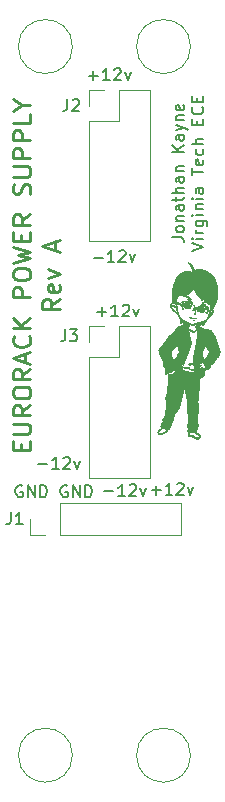
<source format=gto>
G04 #@! TF.GenerationSoftware,KiCad,Pcbnew,(5.1.0)-1*
G04 #@! TF.CreationDate,2019-05-28T14:05:14-04:00*
G04 #@! TF.ProjectId,Power Supply,506f7765-7220-4537-9570-706c792e6b69,rev?*
G04 #@! TF.SameCoordinates,Original*
G04 #@! TF.FileFunction,Legend,Top*
G04 #@! TF.FilePolarity,Positive*
%FSLAX46Y46*%
G04 Gerber Fmt 4.6, Leading zero omitted, Abs format (unit mm)*
G04 Created by KiCad (PCBNEW (5.1.0)-1) date 2019-05-28 14:05:14*
%MOMM*%
%LPD*%
G04 APERTURE LIST*
%ADD10C,0.150000*%
%ADD11C,0.250000*%
%ADD12C,0.010000*%
%ADD13C,0.120000*%
G04 APERTURE END LIST*
D10*
X85727380Y-71152380D02*
X86441666Y-71152380D01*
X86584523Y-71200000D01*
X86679761Y-71295238D01*
X86727380Y-71438095D01*
X86727380Y-71533333D01*
X86727380Y-70533333D02*
X86679761Y-70628571D01*
X86632142Y-70676190D01*
X86536904Y-70723809D01*
X86251190Y-70723809D01*
X86155952Y-70676190D01*
X86108333Y-70628571D01*
X86060714Y-70533333D01*
X86060714Y-70390476D01*
X86108333Y-70295238D01*
X86155952Y-70247619D01*
X86251190Y-70200000D01*
X86536904Y-70200000D01*
X86632142Y-70247619D01*
X86679761Y-70295238D01*
X86727380Y-70390476D01*
X86727380Y-70533333D01*
X86060714Y-69771428D02*
X86727380Y-69771428D01*
X86155952Y-69771428D02*
X86108333Y-69723809D01*
X86060714Y-69628571D01*
X86060714Y-69485714D01*
X86108333Y-69390476D01*
X86203571Y-69342857D01*
X86727380Y-69342857D01*
X86727380Y-68438095D02*
X86203571Y-68438095D01*
X86108333Y-68485714D01*
X86060714Y-68580952D01*
X86060714Y-68771428D01*
X86108333Y-68866666D01*
X86679761Y-68438095D02*
X86727380Y-68533333D01*
X86727380Y-68771428D01*
X86679761Y-68866666D01*
X86584523Y-68914285D01*
X86489285Y-68914285D01*
X86394047Y-68866666D01*
X86346428Y-68771428D01*
X86346428Y-68533333D01*
X86298809Y-68438095D01*
X86060714Y-68104761D02*
X86060714Y-67723809D01*
X85727380Y-67961904D02*
X86584523Y-67961904D01*
X86679761Y-67914285D01*
X86727380Y-67819047D01*
X86727380Y-67723809D01*
X86727380Y-67390476D02*
X85727380Y-67390476D01*
X86727380Y-66961904D02*
X86203571Y-66961904D01*
X86108333Y-67009523D01*
X86060714Y-67104761D01*
X86060714Y-67247619D01*
X86108333Y-67342857D01*
X86155952Y-67390476D01*
X86727380Y-66057142D02*
X86203571Y-66057142D01*
X86108333Y-66104761D01*
X86060714Y-66200000D01*
X86060714Y-66390476D01*
X86108333Y-66485714D01*
X86679761Y-66057142D02*
X86727380Y-66152380D01*
X86727380Y-66390476D01*
X86679761Y-66485714D01*
X86584523Y-66533333D01*
X86489285Y-66533333D01*
X86394047Y-66485714D01*
X86346428Y-66390476D01*
X86346428Y-66152380D01*
X86298809Y-66057142D01*
X86060714Y-65580952D02*
X86727380Y-65580952D01*
X86155952Y-65580952D02*
X86108333Y-65533333D01*
X86060714Y-65438095D01*
X86060714Y-65295238D01*
X86108333Y-65200000D01*
X86203571Y-65152380D01*
X86727380Y-65152380D01*
X86727380Y-63914285D02*
X85727380Y-63914285D01*
X86727380Y-63342857D02*
X86155952Y-63771428D01*
X85727380Y-63342857D02*
X86298809Y-63914285D01*
X86727380Y-62485714D02*
X86203571Y-62485714D01*
X86108333Y-62533333D01*
X86060714Y-62628571D01*
X86060714Y-62819047D01*
X86108333Y-62914285D01*
X86679761Y-62485714D02*
X86727380Y-62580952D01*
X86727380Y-62819047D01*
X86679761Y-62914285D01*
X86584523Y-62961904D01*
X86489285Y-62961904D01*
X86394047Y-62914285D01*
X86346428Y-62819047D01*
X86346428Y-62580952D01*
X86298809Y-62485714D01*
X86060714Y-62104761D02*
X86727380Y-61866666D01*
X86060714Y-61628571D02*
X86727380Y-61866666D01*
X86965476Y-61961904D01*
X87013095Y-62009523D01*
X87060714Y-62104761D01*
X86060714Y-61247619D02*
X86727380Y-61247619D01*
X86155952Y-61247619D02*
X86108333Y-61200000D01*
X86060714Y-61104761D01*
X86060714Y-60961904D01*
X86108333Y-60866666D01*
X86203571Y-60819047D01*
X86727380Y-60819047D01*
X86679761Y-59961904D02*
X86727380Y-60057142D01*
X86727380Y-60247619D01*
X86679761Y-60342857D01*
X86584523Y-60390476D01*
X86203571Y-60390476D01*
X86108333Y-60342857D01*
X86060714Y-60247619D01*
X86060714Y-60057142D01*
X86108333Y-59961904D01*
X86203571Y-59914285D01*
X86298809Y-59914285D01*
X86394047Y-60390476D01*
X87377380Y-72271428D02*
X88377380Y-71938095D01*
X87377380Y-71604761D01*
X88377380Y-71271428D02*
X87710714Y-71271428D01*
X87377380Y-71271428D02*
X87425000Y-71319047D01*
X87472619Y-71271428D01*
X87425000Y-71223809D01*
X87377380Y-71271428D01*
X87472619Y-71271428D01*
X88377380Y-70795238D02*
X87710714Y-70795238D01*
X87901190Y-70795238D02*
X87805952Y-70747619D01*
X87758333Y-70700000D01*
X87710714Y-70604761D01*
X87710714Y-70509523D01*
X87710714Y-69747619D02*
X88520238Y-69747619D01*
X88615476Y-69795238D01*
X88663095Y-69842857D01*
X88710714Y-69938095D01*
X88710714Y-70080952D01*
X88663095Y-70176190D01*
X88329761Y-69747619D02*
X88377380Y-69842857D01*
X88377380Y-70033333D01*
X88329761Y-70128571D01*
X88282142Y-70176190D01*
X88186904Y-70223809D01*
X87901190Y-70223809D01*
X87805952Y-70176190D01*
X87758333Y-70128571D01*
X87710714Y-70033333D01*
X87710714Y-69842857D01*
X87758333Y-69747619D01*
X88377380Y-69271428D02*
X87710714Y-69271428D01*
X87377380Y-69271428D02*
X87425000Y-69319047D01*
X87472619Y-69271428D01*
X87425000Y-69223809D01*
X87377380Y-69271428D01*
X87472619Y-69271428D01*
X87710714Y-68795238D02*
X88377380Y-68795238D01*
X87805952Y-68795238D02*
X87758333Y-68747619D01*
X87710714Y-68652380D01*
X87710714Y-68509523D01*
X87758333Y-68414285D01*
X87853571Y-68366666D01*
X88377380Y-68366666D01*
X88377380Y-67890476D02*
X87710714Y-67890476D01*
X87377380Y-67890476D02*
X87425000Y-67938095D01*
X87472619Y-67890476D01*
X87425000Y-67842857D01*
X87377380Y-67890476D01*
X87472619Y-67890476D01*
X88377380Y-66985714D02*
X87853571Y-66985714D01*
X87758333Y-67033333D01*
X87710714Y-67128571D01*
X87710714Y-67319047D01*
X87758333Y-67414285D01*
X88329761Y-66985714D02*
X88377380Y-67080952D01*
X88377380Y-67319047D01*
X88329761Y-67414285D01*
X88234523Y-67461904D01*
X88139285Y-67461904D01*
X88044047Y-67414285D01*
X87996428Y-67319047D01*
X87996428Y-67080952D01*
X87948809Y-66985714D01*
X87377380Y-65890476D02*
X87377380Y-65319047D01*
X88377380Y-65604761D02*
X87377380Y-65604761D01*
X88329761Y-64604761D02*
X88377380Y-64700000D01*
X88377380Y-64890476D01*
X88329761Y-64985714D01*
X88234523Y-65033333D01*
X87853571Y-65033333D01*
X87758333Y-64985714D01*
X87710714Y-64890476D01*
X87710714Y-64700000D01*
X87758333Y-64604761D01*
X87853571Y-64557142D01*
X87948809Y-64557142D01*
X88044047Y-65033333D01*
X88329761Y-63700000D02*
X88377380Y-63795238D01*
X88377380Y-63985714D01*
X88329761Y-64080952D01*
X88282142Y-64128571D01*
X88186904Y-64176190D01*
X87901190Y-64176190D01*
X87805952Y-64128571D01*
X87758333Y-64080952D01*
X87710714Y-63985714D01*
X87710714Y-63795238D01*
X87758333Y-63700000D01*
X88377380Y-63271428D02*
X87377380Y-63271428D01*
X88377380Y-62842857D02*
X87853571Y-62842857D01*
X87758333Y-62890476D01*
X87710714Y-62985714D01*
X87710714Y-63128571D01*
X87758333Y-63223809D01*
X87805952Y-63271428D01*
X87853571Y-61604761D02*
X87853571Y-61271428D01*
X88377380Y-61128571D02*
X88377380Y-61604761D01*
X87377380Y-61604761D01*
X87377380Y-61128571D01*
X88282142Y-60128571D02*
X88329761Y-60176190D01*
X88377380Y-60319047D01*
X88377380Y-60414285D01*
X88329761Y-60557142D01*
X88234523Y-60652380D01*
X88139285Y-60700000D01*
X87948809Y-60747619D01*
X87805952Y-60747619D01*
X87615476Y-60700000D01*
X87520238Y-60652380D01*
X87425000Y-60557142D01*
X87377380Y-60414285D01*
X87377380Y-60319047D01*
X87425000Y-60176190D01*
X87472619Y-60128571D01*
X87853571Y-59700000D02*
X87853571Y-59366666D01*
X88377380Y-59223809D02*
X88377380Y-59700000D01*
X87377380Y-59700000D01*
X87377380Y-59223809D01*
D11*
X72942857Y-89150000D02*
X72942857Y-88650000D01*
X73728571Y-88435714D02*
X73728571Y-89150000D01*
X72228571Y-89150000D01*
X72228571Y-88435714D01*
X72228571Y-87792857D02*
X73442857Y-87792857D01*
X73585714Y-87721428D01*
X73657142Y-87650000D01*
X73728571Y-87507142D01*
X73728571Y-87221428D01*
X73657142Y-87078571D01*
X73585714Y-87007142D01*
X73442857Y-86935714D01*
X72228571Y-86935714D01*
X73728571Y-85364285D02*
X73014285Y-85864285D01*
X73728571Y-86221428D02*
X72228571Y-86221428D01*
X72228571Y-85650000D01*
X72300000Y-85507142D01*
X72371428Y-85435714D01*
X72514285Y-85364285D01*
X72728571Y-85364285D01*
X72871428Y-85435714D01*
X72942857Y-85507142D01*
X73014285Y-85650000D01*
X73014285Y-86221428D01*
X72228571Y-84435714D02*
X72228571Y-84150000D01*
X72300000Y-84007142D01*
X72442857Y-83864285D01*
X72728571Y-83792857D01*
X73228571Y-83792857D01*
X73514285Y-83864285D01*
X73657142Y-84007142D01*
X73728571Y-84150000D01*
X73728571Y-84435714D01*
X73657142Y-84578571D01*
X73514285Y-84721428D01*
X73228571Y-84792857D01*
X72728571Y-84792857D01*
X72442857Y-84721428D01*
X72300000Y-84578571D01*
X72228571Y-84435714D01*
X73728571Y-82292857D02*
X73014285Y-82792857D01*
X73728571Y-83150000D02*
X72228571Y-83150000D01*
X72228571Y-82578571D01*
X72300000Y-82435714D01*
X72371428Y-82364285D01*
X72514285Y-82292857D01*
X72728571Y-82292857D01*
X72871428Y-82364285D01*
X72942857Y-82435714D01*
X73014285Y-82578571D01*
X73014285Y-83150000D01*
X73300000Y-81721428D02*
X73300000Y-81007142D01*
X73728571Y-81864285D02*
X72228571Y-81364285D01*
X73728571Y-80864285D01*
X73585714Y-79507142D02*
X73657142Y-79578571D01*
X73728571Y-79792857D01*
X73728571Y-79935714D01*
X73657142Y-80150000D01*
X73514285Y-80292857D01*
X73371428Y-80364285D01*
X73085714Y-80435714D01*
X72871428Y-80435714D01*
X72585714Y-80364285D01*
X72442857Y-80292857D01*
X72300000Y-80150000D01*
X72228571Y-79935714D01*
X72228571Y-79792857D01*
X72300000Y-79578571D01*
X72371428Y-79507142D01*
X73728571Y-78864285D02*
X72228571Y-78864285D01*
X73728571Y-78007142D02*
X72871428Y-78650000D01*
X72228571Y-78007142D02*
X73085714Y-78864285D01*
X73728571Y-76221428D02*
X72228571Y-76221428D01*
X72228571Y-75650000D01*
X72300000Y-75507142D01*
X72371428Y-75435714D01*
X72514285Y-75364285D01*
X72728571Y-75364285D01*
X72871428Y-75435714D01*
X72942857Y-75507142D01*
X73014285Y-75650000D01*
X73014285Y-76221428D01*
X72228571Y-74435714D02*
X72228571Y-74150000D01*
X72300000Y-74007142D01*
X72442857Y-73864285D01*
X72728571Y-73792857D01*
X73228571Y-73792857D01*
X73514285Y-73864285D01*
X73657142Y-74007142D01*
X73728571Y-74150000D01*
X73728571Y-74435714D01*
X73657142Y-74578571D01*
X73514285Y-74721428D01*
X73228571Y-74792857D01*
X72728571Y-74792857D01*
X72442857Y-74721428D01*
X72300000Y-74578571D01*
X72228571Y-74435714D01*
X72228571Y-73292857D02*
X73728571Y-72935714D01*
X72657142Y-72650000D01*
X73728571Y-72364285D01*
X72228571Y-72007142D01*
X72942857Y-71435714D02*
X72942857Y-70935714D01*
X73728571Y-70721428D02*
X73728571Y-71435714D01*
X72228571Y-71435714D01*
X72228571Y-70721428D01*
X73728571Y-69221428D02*
X73014285Y-69721428D01*
X73728571Y-70078571D02*
X72228571Y-70078571D01*
X72228571Y-69507142D01*
X72300000Y-69364285D01*
X72371428Y-69292857D01*
X72514285Y-69221428D01*
X72728571Y-69221428D01*
X72871428Y-69292857D01*
X72942857Y-69364285D01*
X73014285Y-69507142D01*
X73014285Y-70078571D01*
X73657142Y-67507142D02*
X73728571Y-67292857D01*
X73728571Y-66935714D01*
X73657142Y-66792857D01*
X73585714Y-66721428D01*
X73442857Y-66650000D01*
X73300000Y-66650000D01*
X73157142Y-66721428D01*
X73085714Y-66792857D01*
X73014285Y-66935714D01*
X72942857Y-67221428D01*
X72871428Y-67364285D01*
X72800000Y-67435714D01*
X72657142Y-67507142D01*
X72514285Y-67507142D01*
X72371428Y-67435714D01*
X72300000Y-67364285D01*
X72228571Y-67221428D01*
X72228571Y-66864285D01*
X72300000Y-66650000D01*
X72228571Y-66007142D02*
X73442857Y-66007142D01*
X73585714Y-65935714D01*
X73657142Y-65864285D01*
X73728571Y-65721428D01*
X73728571Y-65435714D01*
X73657142Y-65292857D01*
X73585714Y-65221428D01*
X73442857Y-65150000D01*
X72228571Y-65150000D01*
X73728571Y-64435714D02*
X72228571Y-64435714D01*
X72228571Y-63864285D01*
X72300000Y-63721428D01*
X72371428Y-63650000D01*
X72514285Y-63578571D01*
X72728571Y-63578571D01*
X72871428Y-63650000D01*
X72942857Y-63721428D01*
X73014285Y-63864285D01*
X73014285Y-64435714D01*
X73728571Y-62935714D02*
X72228571Y-62935714D01*
X72228571Y-62364285D01*
X72300000Y-62221428D01*
X72371428Y-62150000D01*
X72514285Y-62078571D01*
X72728571Y-62078571D01*
X72871428Y-62150000D01*
X72942857Y-62221428D01*
X73014285Y-62364285D01*
X73014285Y-62935714D01*
X73728571Y-60721428D02*
X73728571Y-61435714D01*
X72228571Y-61435714D01*
X73014285Y-59935714D02*
X73728571Y-59935714D01*
X72228571Y-60435714D02*
X73014285Y-59935714D01*
X72228571Y-59435714D01*
X76228571Y-76364285D02*
X75514285Y-76864285D01*
X76228571Y-77221428D02*
X74728571Y-77221428D01*
X74728571Y-76650000D01*
X74800000Y-76507142D01*
X74871428Y-76435714D01*
X75014285Y-76364285D01*
X75228571Y-76364285D01*
X75371428Y-76435714D01*
X75442857Y-76507142D01*
X75514285Y-76650000D01*
X75514285Y-77221428D01*
X76157142Y-75150000D02*
X76228571Y-75292857D01*
X76228571Y-75578571D01*
X76157142Y-75721428D01*
X76014285Y-75792857D01*
X75442857Y-75792857D01*
X75300000Y-75721428D01*
X75228571Y-75578571D01*
X75228571Y-75292857D01*
X75300000Y-75150000D01*
X75442857Y-75078571D01*
X75585714Y-75078571D01*
X75728571Y-75792857D01*
X75228571Y-74578571D02*
X76228571Y-74221428D01*
X75228571Y-73864285D01*
X75800000Y-72221428D02*
X75800000Y-71507142D01*
X76228571Y-72364285D02*
X74728571Y-71864285D01*
X76228571Y-71364285D01*
D10*
X83985714Y-92571428D02*
X84747619Y-92571428D01*
X84366666Y-92952380D02*
X84366666Y-92190476D01*
X85747619Y-92952380D02*
X85176190Y-92952380D01*
X85461904Y-92952380D02*
X85461904Y-91952380D01*
X85366666Y-92095238D01*
X85271428Y-92190476D01*
X85176190Y-92238095D01*
X86128571Y-92047619D02*
X86176190Y-92000000D01*
X86271428Y-91952380D01*
X86509523Y-91952380D01*
X86604761Y-92000000D01*
X86652380Y-92047619D01*
X86700000Y-92142857D01*
X86700000Y-92238095D01*
X86652380Y-92380952D01*
X86080952Y-92952380D01*
X86700000Y-92952380D01*
X87033333Y-92285714D02*
X87271428Y-92952380D01*
X87509523Y-92285714D01*
X79985714Y-92671428D02*
X80747619Y-92671428D01*
X81747619Y-93052380D02*
X81176190Y-93052380D01*
X81461904Y-93052380D02*
X81461904Y-92052380D01*
X81366666Y-92195238D01*
X81271428Y-92290476D01*
X81176190Y-92338095D01*
X82128571Y-92147619D02*
X82176190Y-92100000D01*
X82271428Y-92052380D01*
X82509523Y-92052380D01*
X82604761Y-92100000D01*
X82652380Y-92147619D01*
X82700000Y-92242857D01*
X82700000Y-92338095D01*
X82652380Y-92480952D01*
X82080952Y-93052380D01*
X82700000Y-93052380D01*
X83033333Y-92385714D02*
X83271428Y-93052380D01*
X83509523Y-92385714D01*
X73033333Y-92200000D02*
X72938095Y-92152380D01*
X72795238Y-92152380D01*
X72652380Y-92200000D01*
X72557142Y-92295238D01*
X72509523Y-92390476D01*
X72461904Y-92580952D01*
X72461904Y-92723809D01*
X72509523Y-92914285D01*
X72557142Y-93009523D01*
X72652380Y-93104761D01*
X72795238Y-93152380D01*
X72890476Y-93152380D01*
X73033333Y-93104761D01*
X73080952Y-93057142D01*
X73080952Y-92723809D01*
X72890476Y-92723809D01*
X73509523Y-93152380D02*
X73509523Y-92152380D01*
X74080952Y-93152380D01*
X74080952Y-92152380D01*
X74557142Y-93152380D02*
X74557142Y-92152380D01*
X74795238Y-92152380D01*
X74938095Y-92200000D01*
X75033333Y-92295238D01*
X75080952Y-92390476D01*
X75128571Y-92580952D01*
X75128571Y-92723809D01*
X75080952Y-92914285D01*
X75033333Y-93009523D01*
X74938095Y-93104761D01*
X74795238Y-93152380D01*
X74557142Y-93152380D01*
X76842857Y-92200000D02*
X76747619Y-92152380D01*
X76604761Y-92152380D01*
X76461904Y-92200000D01*
X76366666Y-92295238D01*
X76319047Y-92390476D01*
X76271428Y-92580952D01*
X76271428Y-92723809D01*
X76319047Y-92914285D01*
X76366666Y-93009523D01*
X76461904Y-93104761D01*
X76604761Y-93152380D01*
X76700000Y-93152380D01*
X76842857Y-93104761D01*
X76890476Y-93057142D01*
X76890476Y-92723809D01*
X76700000Y-92723809D01*
X77319047Y-93152380D02*
X77319047Y-92152380D01*
X77890476Y-93152380D01*
X77890476Y-92152380D01*
X78366666Y-93152380D02*
X78366666Y-92152380D01*
X78604761Y-92152380D01*
X78747619Y-92200000D01*
X78842857Y-92295238D01*
X78890476Y-92390476D01*
X78938095Y-92580952D01*
X78938095Y-92723809D01*
X78890476Y-92914285D01*
X78842857Y-93009523D01*
X78747619Y-93104761D01*
X78604761Y-93152380D01*
X78366666Y-93152380D01*
X74385714Y-90371428D02*
X75147619Y-90371428D01*
X76147619Y-90752380D02*
X75576190Y-90752380D01*
X75861904Y-90752380D02*
X75861904Y-89752380D01*
X75766666Y-89895238D01*
X75671428Y-89990476D01*
X75576190Y-90038095D01*
X76528571Y-89847619D02*
X76576190Y-89800000D01*
X76671428Y-89752380D01*
X76909523Y-89752380D01*
X77004761Y-89800000D01*
X77052380Y-89847619D01*
X77100000Y-89942857D01*
X77100000Y-90038095D01*
X77052380Y-90180952D01*
X76480952Y-90752380D01*
X77100000Y-90752380D01*
X77433333Y-90085714D02*
X77671428Y-90752380D01*
X77909523Y-90085714D01*
X79385714Y-77471428D02*
X80147619Y-77471428D01*
X79766666Y-77852380D02*
X79766666Y-77090476D01*
X81147619Y-77852380D02*
X80576190Y-77852380D01*
X80861904Y-77852380D02*
X80861904Y-76852380D01*
X80766666Y-76995238D01*
X80671428Y-77090476D01*
X80576190Y-77138095D01*
X81528571Y-76947619D02*
X81576190Y-76900000D01*
X81671428Y-76852380D01*
X81909523Y-76852380D01*
X82004761Y-76900000D01*
X82052380Y-76947619D01*
X82100000Y-77042857D01*
X82100000Y-77138095D01*
X82052380Y-77280952D01*
X81480952Y-77852380D01*
X82100000Y-77852380D01*
X82433333Y-77185714D02*
X82671428Y-77852380D01*
X82909523Y-77185714D01*
X79085714Y-72871428D02*
X79847619Y-72871428D01*
X80847619Y-73252380D02*
X80276190Y-73252380D01*
X80561904Y-73252380D02*
X80561904Y-72252380D01*
X80466666Y-72395238D01*
X80371428Y-72490476D01*
X80276190Y-72538095D01*
X81228571Y-72347619D02*
X81276190Y-72300000D01*
X81371428Y-72252380D01*
X81609523Y-72252380D01*
X81704761Y-72300000D01*
X81752380Y-72347619D01*
X81800000Y-72442857D01*
X81800000Y-72538095D01*
X81752380Y-72680952D01*
X81180952Y-73252380D01*
X81800000Y-73252380D01*
X82133333Y-72585714D02*
X82371428Y-73252380D01*
X82609523Y-72585714D01*
X78685714Y-57471428D02*
X79447619Y-57471428D01*
X79066666Y-57852380D02*
X79066666Y-57090476D01*
X80447619Y-57852380D02*
X79876190Y-57852380D01*
X80161904Y-57852380D02*
X80161904Y-56852380D01*
X80066666Y-56995238D01*
X79971428Y-57090476D01*
X79876190Y-57138095D01*
X80828571Y-56947619D02*
X80876190Y-56900000D01*
X80971428Y-56852380D01*
X81209523Y-56852380D01*
X81304761Y-56900000D01*
X81352380Y-56947619D01*
X81400000Y-57042857D01*
X81400000Y-57138095D01*
X81352380Y-57280952D01*
X80780952Y-57852380D01*
X81400000Y-57852380D01*
X81733333Y-57185714D02*
X81971428Y-57852380D01*
X82209523Y-57185714D01*
D12*
G36*
X85802988Y-76875445D02*
G01*
X85836788Y-76891149D01*
X85873911Y-76916739D01*
X85913112Y-76951303D01*
X85953146Y-76993929D01*
X85992768Y-77043706D01*
X86030733Y-77099722D01*
X86046157Y-77125359D01*
X86057651Y-77145958D01*
X86064431Y-77159635D01*
X86065269Y-77163020D01*
X86059134Y-77157599D01*
X86043773Y-77142572D01*
X86020991Y-77119747D01*
X85992594Y-77090931D01*
X85963312Y-77060940D01*
X85916487Y-77014422D01*
X85874787Y-76976266D01*
X85839246Y-76947261D01*
X85810902Y-76928196D01*
X85790788Y-76919859D01*
X85780845Y-76921890D01*
X85774447Y-76933825D01*
X85767743Y-76953782D01*
X85766976Y-76956687D01*
X85759431Y-76977589D01*
X85751246Y-76982791D01*
X85742130Y-76972256D01*
X85733916Y-76952320D01*
X85727431Y-76929353D01*
X85727874Y-76912630D01*
X85733971Y-76896757D01*
X85750334Y-76877337D01*
X85773755Y-76870537D01*
X85802988Y-76875445D01*
X85802988Y-76875445D01*
G37*
X85802988Y-76875445D02*
X85836788Y-76891149D01*
X85873911Y-76916739D01*
X85913112Y-76951303D01*
X85953146Y-76993929D01*
X85992768Y-77043706D01*
X86030733Y-77099722D01*
X86046157Y-77125359D01*
X86057651Y-77145958D01*
X86064431Y-77159635D01*
X86065269Y-77163020D01*
X86059134Y-77157599D01*
X86043773Y-77142572D01*
X86020991Y-77119747D01*
X85992594Y-77090931D01*
X85963312Y-77060940D01*
X85916487Y-77014422D01*
X85874787Y-76976266D01*
X85839246Y-76947261D01*
X85810902Y-76928196D01*
X85790788Y-76919859D01*
X85780845Y-76921890D01*
X85774447Y-76933825D01*
X85767743Y-76953782D01*
X85766976Y-76956687D01*
X85759431Y-76977589D01*
X85751246Y-76982791D01*
X85742130Y-76972256D01*
X85733916Y-76952320D01*
X85727431Y-76929353D01*
X85727874Y-76912630D01*
X85733971Y-76896757D01*
X85750334Y-76877337D01*
X85773755Y-76870537D01*
X85802988Y-76875445D01*
G36*
X86994088Y-76381664D02*
G01*
X87021504Y-76387084D01*
X87057086Y-76396967D01*
X87097632Y-76410402D01*
X87139936Y-76426477D01*
X87149519Y-76430427D01*
X87173103Y-76441584D01*
X87200994Y-76456658D01*
X87229800Y-76473556D01*
X87256125Y-76490181D01*
X87276576Y-76504437D01*
X87287757Y-76514231D01*
X87288875Y-76516452D01*
X87285933Y-76519486D01*
X87275681Y-76516570D01*
X87255977Y-76506827D01*
X87229835Y-76492317D01*
X87197583Y-76475524D01*
X87158654Y-76457570D01*
X87116594Y-76439834D01*
X87074949Y-76423698D01*
X87037265Y-76410540D01*
X87007088Y-76401742D01*
X86989234Y-76398688D01*
X86969880Y-76395966D01*
X86963930Y-76390417D01*
X86972446Y-76383661D01*
X86978046Y-76381620D01*
X86994088Y-76381664D01*
X86994088Y-76381664D01*
G37*
X86994088Y-76381664D02*
X87021504Y-76387084D01*
X87057086Y-76396967D01*
X87097632Y-76410402D01*
X87139936Y-76426477D01*
X87149519Y-76430427D01*
X87173103Y-76441584D01*
X87200994Y-76456658D01*
X87229800Y-76473556D01*
X87256125Y-76490181D01*
X87276576Y-76504437D01*
X87287757Y-76514231D01*
X87288875Y-76516452D01*
X87285933Y-76519486D01*
X87275681Y-76516570D01*
X87255977Y-76506827D01*
X87229835Y-76492317D01*
X87197583Y-76475524D01*
X87158654Y-76457570D01*
X87116594Y-76439834D01*
X87074949Y-76423698D01*
X87037265Y-76410540D01*
X87007088Y-76401742D01*
X86989234Y-76398688D01*
X86969880Y-76395966D01*
X86963930Y-76390417D01*
X86972446Y-76383661D01*
X86978046Y-76381620D01*
X86994088Y-76381664D01*
G36*
X88372057Y-76789462D02*
G01*
X88416409Y-76790824D01*
X88456282Y-76793048D01*
X88488287Y-76796124D01*
X88491406Y-76796546D01*
X88502881Y-76798751D01*
X88502044Y-76800495D01*
X88488186Y-76801816D01*
X88460597Y-76802752D01*
X88418565Y-76803343D01*
X88361381Y-76803626D01*
X88360437Y-76803628D01*
X88300027Y-76803542D01*
X88254585Y-76802966D01*
X88223211Y-76801855D01*
X88205005Y-76800165D01*
X88199065Y-76797853D01*
X88201687Y-76795855D01*
X88217615Y-76792789D01*
X88246004Y-76790625D01*
X88283466Y-76789355D01*
X88326613Y-76788970D01*
X88372057Y-76789462D01*
X88372057Y-76789462D01*
G37*
X88372057Y-76789462D02*
X88416409Y-76790824D01*
X88456282Y-76793048D01*
X88488287Y-76796124D01*
X88491406Y-76796546D01*
X88502881Y-76798751D01*
X88502044Y-76800495D01*
X88488186Y-76801816D01*
X88460597Y-76802752D01*
X88418565Y-76803343D01*
X88361381Y-76803626D01*
X88360437Y-76803628D01*
X88300027Y-76803542D01*
X88254585Y-76802966D01*
X88223211Y-76801855D01*
X88205005Y-76800165D01*
X88199065Y-76797853D01*
X88201687Y-76795855D01*
X88217615Y-76792789D01*
X88246004Y-76790625D01*
X88283466Y-76789355D01*
X88326613Y-76788970D01*
X88372057Y-76789462D01*
G36*
X87488183Y-76850776D02*
G01*
X87509426Y-76855523D01*
X87538010Y-76863638D01*
X87551531Y-76867910D01*
X87618281Y-76889632D01*
X87616590Y-76982691D01*
X87616487Y-77018995D01*
X87617462Y-77048673D01*
X87619339Y-77068624D01*
X87621882Y-77075750D01*
X87630464Y-77069482D01*
X87632178Y-77065828D01*
X87642664Y-77057855D01*
X87664742Y-77055956D01*
X87695508Y-77059733D01*
X87732058Y-77068789D01*
X87771486Y-77082729D01*
X87779045Y-77085888D01*
X87844560Y-77113992D01*
X87849605Y-77092886D01*
X87860870Y-77058272D01*
X87877655Y-77021300D01*
X87897182Y-76987154D01*
X87916676Y-76961017D01*
X87924179Y-76953680D01*
X87943578Y-76939502D01*
X87961070Y-76934350D01*
X87985074Y-76935843D01*
X87986501Y-76936037D01*
X88020249Y-76943694D01*
X88043607Y-76954876D01*
X88055626Y-76967781D01*
X88055358Y-76980609D01*
X88041855Y-76991557D01*
X88019160Y-76998058D01*
X87988889Y-77008874D01*
X87963067Y-77030940D01*
X87940871Y-77065465D01*
X87921475Y-77113658D01*
X87907784Y-77161423D01*
X87896007Y-77219377D01*
X87893002Y-77266811D01*
X87898783Y-77306447D01*
X87908607Y-77332117D01*
X87923403Y-77362889D01*
X87931576Y-77383152D01*
X87933955Y-77396415D01*
X87931371Y-77406186D01*
X87927530Y-77412180D01*
X87918101Y-77421257D01*
X87905398Y-77421995D01*
X87889996Y-77417669D01*
X87858897Y-77400814D01*
X87831499Y-77374532D01*
X87814280Y-77345625D01*
X87811192Y-77322875D01*
X87813499Y-77286560D01*
X87816684Y-77263609D01*
X87821309Y-77229624D01*
X87822143Y-77208969D01*
X87819216Y-77199564D01*
X87817643Y-77198636D01*
X87797403Y-77192954D01*
X87768988Y-77185851D01*
X87736836Y-77178329D01*
X87705386Y-77171386D01*
X87679075Y-77166025D01*
X87662342Y-77163244D01*
X87659795Y-77163062D01*
X87649472Y-77166004D01*
X87648066Y-77177718D01*
X87649338Y-77184890D01*
X87652234Y-77202614D01*
X87656039Y-77231034D01*
X87660086Y-77265048D01*
X87661525Y-77278156D01*
X87666052Y-77313629D01*
X87672907Y-77359085D01*
X87681201Y-77408959D01*
X87690046Y-77457688D01*
X87691079Y-77463074D01*
X87699942Y-77510266D01*
X87705326Y-77544662D01*
X87706984Y-77569009D01*
X87704666Y-77586054D01*
X87698125Y-77598544D01*
X87687112Y-77609225D01*
X87677198Y-77616673D01*
X87656696Y-77627844D01*
X87634122Y-77634970D01*
X87614033Y-77637328D01*
X87600988Y-77634190D01*
X87598437Y-77629213D01*
X87603969Y-77617455D01*
X87618118Y-77600375D01*
X87629285Y-77589477D01*
X87660133Y-77561608D01*
X87644167Y-77479413D01*
X87635159Y-77421850D01*
X87629659Y-77358239D01*
X87627287Y-77284001D01*
X87627210Y-77276198D01*
X87626557Y-77234399D01*
X87625409Y-77198847D01*
X87623903Y-77172264D01*
X87622172Y-77157372D01*
X87621198Y-77155151D01*
X87618155Y-77162419D01*
X87614587Y-77181719D01*
X87611157Y-77209251D01*
X87610431Y-77216640D01*
X87603565Y-77265879D01*
X87592411Y-77301390D01*
X87575230Y-77325118D01*
X87550285Y-77339003D01*
X87515837Y-77344987D01*
X87495000Y-77345625D01*
X87456063Y-77343144D01*
X87430036Y-77335984D01*
X87417776Y-77324568D01*
X87420137Y-77309322D01*
X87420497Y-77308721D01*
X87434218Y-77296701D01*
X87452247Y-77289237D01*
X87477476Y-77283362D01*
X87496441Y-77279028D01*
X87509221Y-77273831D01*
X87519140Y-77263484D01*
X87526607Y-77246140D01*
X87532033Y-77219954D01*
X87535826Y-77183080D01*
X87538397Y-77133673D01*
X87539860Y-77083446D01*
X87543059Y-76944299D01*
X87507248Y-76909153D01*
X87483808Y-76883974D01*
X87472840Y-76866195D01*
X87473631Y-76854375D01*
X87478110Y-76850313D01*
X87488183Y-76850776D01*
X87488183Y-76850776D01*
G37*
X87488183Y-76850776D02*
X87509426Y-76855523D01*
X87538010Y-76863638D01*
X87551531Y-76867910D01*
X87618281Y-76889632D01*
X87616590Y-76982691D01*
X87616487Y-77018995D01*
X87617462Y-77048673D01*
X87619339Y-77068624D01*
X87621882Y-77075750D01*
X87630464Y-77069482D01*
X87632178Y-77065828D01*
X87642664Y-77057855D01*
X87664742Y-77055956D01*
X87695508Y-77059733D01*
X87732058Y-77068789D01*
X87771486Y-77082729D01*
X87779045Y-77085888D01*
X87844560Y-77113992D01*
X87849605Y-77092886D01*
X87860870Y-77058272D01*
X87877655Y-77021300D01*
X87897182Y-76987154D01*
X87916676Y-76961017D01*
X87924179Y-76953680D01*
X87943578Y-76939502D01*
X87961070Y-76934350D01*
X87985074Y-76935843D01*
X87986501Y-76936037D01*
X88020249Y-76943694D01*
X88043607Y-76954876D01*
X88055626Y-76967781D01*
X88055358Y-76980609D01*
X88041855Y-76991557D01*
X88019160Y-76998058D01*
X87988889Y-77008874D01*
X87963067Y-77030940D01*
X87940871Y-77065465D01*
X87921475Y-77113658D01*
X87907784Y-77161423D01*
X87896007Y-77219377D01*
X87893002Y-77266811D01*
X87898783Y-77306447D01*
X87908607Y-77332117D01*
X87923403Y-77362889D01*
X87931576Y-77383152D01*
X87933955Y-77396415D01*
X87931371Y-77406186D01*
X87927530Y-77412180D01*
X87918101Y-77421257D01*
X87905398Y-77421995D01*
X87889996Y-77417669D01*
X87858897Y-77400814D01*
X87831499Y-77374532D01*
X87814280Y-77345625D01*
X87811192Y-77322875D01*
X87813499Y-77286560D01*
X87816684Y-77263609D01*
X87821309Y-77229624D01*
X87822143Y-77208969D01*
X87819216Y-77199564D01*
X87817643Y-77198636D01*
X87797403Y-77192954D01*
X87768988Y-77185851D01*
X87736836Y-77178329D01*
X87705386Y-77171386D01*
X87679075Y-77166025D01*
X87662342Y-77163244D01*
X87659795Y-77163062D01*
X87649472Y-77166004D01*
X87648066Y-77177718D01*
X87649338Y-77184890D01*
X87652234Y-77202614D01*
X87656039Y-77231034D01*
X87660086Y-77265048D01*
X87661525Y-77278156D01*
X87666052Y-77313629D01*
X87672907Y-77359085D01*
X87681201Y-77408959D01*
X87690046Y-77457688D01*
X87691079Y-77463074D01*
X87699942Y-77510266D01*
X87705326Y-77544662D01*
X87706984Y-77569009D01*
X87704666Y-77586054D01*
X87698125Y-77598544D01*
X87687112Y-77609225D01*
X87677198Y-77616673D01*
X87656696Y-77627844D01*
X87634122Y-77634970D01*
X87614033Y-77637328D01*
X87600988Y-77634190D01*
X87598437Y-77629213D01*
X87603969Y-77617455D01*
X87618118Y-77600375D01*
X87629285Y-77589477D01*
X87660133Y-77561608D01*
X87644167Y-77479413D01*
X87635159Y-77421850D01*
X87629659Y-77358239D01*
X87627287Y-77284001D01*
X87627210Y-77276198D01*
X87626557Y-77234399D01*
X87625409Y-77198847D01*
X87623903Y-77172264D01*
X87622172Y-77157372D01*
X87621198Y-77155151D01*
X87618155Y-77162419D01*
X87614587Y-77181719D01*
X87611157Y-77209251D01*
X87610431Y-77216640D01*
X87603565Y-77265879D01*
X87592411Y-77301390D01*
X87575230Y-77325118D01*
X87550285Y-77339003D01*
X87515837Y-77344987D01*
X87495000Y-77345625D01*
X87456063Y-77343144D01*
X87430036Y-77335984D01*
X87417776Y-77324568D01*
X87420137Y-77309322D01*
X87420497Y-77308721D01*
X87434218Y-77296701D01*
X87452247Y-77289237D01*
X87477476Y-77283362D01*
X87496441Y-77279028D01*
X87509221Y-77273831D01*
X87519140Y-77263484D01*
X87526607Y-77246140D01*
X87532033Y-77219954D01*
X87535826Y-77183080D01*
X87538397Y-77133673D01*
X87539860Y-77083446D01*
X87543059Y-76944299D01*
X87507248Y-76909153D01*
X87483808Y-76883974D01*
X87472840Y-76866195D01*
X87473631Y-76854375D01*
X87478110Y-76850313D01*
X87488183Y-76850776D01*
G36*
X87215576Y-77874894D02*
G01*
X87236964Y-77889409D01*
X87243438Y-77893998D01*
X87269729Y-77911390D01*
X87295281Y-77924730D01*
X87322747Y-77934538D01*
X87354777Y-77941337D01*
X87394024Y-77945646D01*
X87443138Y-77947987D01*
X87504772Y-77948880D01*
X87523031Y-77948940D01*
X87605487Y-77949915D01*
X87672338Y-77952556D01*
X87723770Y-77956897D01*
X87759969Y-77962969D01*
X87781122Y-77970805D01*
X87787412Y-77980437D01*
X87779028Y-77991897D01*
X87777498Y-77993065D01*
X87769934Y-77996614D01*
X87756857Y-77999366D01*
X87736525Y-78001408D01*
X87707200Y-78002824D01*
X87667141Y-78003700D01*
X87614609Y-78004121D01*
X87551279Y-78004178D01*
X87485812Y-78003974D01*
X87434069Y-78003461D01*
X87393901Y-78002511D01*
X87363159Y-78001002D01*
X87339692Y-77998808D01*
X87321352Y-77995804D01*
X87305989Y-77991866D01*
X87298778Y-77989516D01*
X87272092Y-77978675D01*
X87249585Y-77966752D01*
X87240975Y-77960532D01*
X87221388Y-77938589D01*
X87205458Y-77913278D01*
X87196107Y-77889883D01*
X87195040Y-77877478D01*
X87197474Y-77869904D01*
X87203366Y-77868717D01*
X87215576Y-77874894D01*
X87215576Y-77874894D01*
G37*
X87215576Y-77874894D02*
X87236964Y-77889409D01*
X87243438Y-77893998D01*
X87269729Y-77911390D01*
X87295281Y-77924730D01*
X87322747Y-77934538D01*
X87354777Y-77941337D01*
X87394024Y-77945646D01*
X87443138Y-77947987D01*
X87504772Y-77948880D01*
X87523031Y-77948940D01*
X87605487Y-77949915D01*
X87672338Y-77952556D01*
X87723770Y-77956897D01*
X87759969Y-77962969D01*
X87781122Y-77970805D01*
X87787412Y-77980437D01*
X87779028Y-77991897D01*
X87777498Y-77993065D01*
X87769934Y-77996614D01*
X87756857Y-77999366D01*
X87736525Y-78001408D01*
X87707200Y-78002824D01*
X87667141Y-78003700D01*
X87614609Y-78004121D01*
X87551279Y-78004178D01*
X87485812Y-78003974D01*
X87434069Y-78003461D01*
X87393901Y-78002511D01*
X87363159Y-78001002D01*
X87339692Y-77998808D01*
X87321352Y-77995804D01*
X87305989Y-77991866D01*
X87298778Y-77989516D01*
X87272092Y-77978675D01*
X87249585Y-77966752D01*
X87240975Y-77960532D01*
X87221388Y-77938589D01*
X87205458Y-77913278D01*
X87196107Y-77889883D01*
X87195040Y-77877478D01*
X87197474Y-77869904D01*
X87203366Y-77868717D01*
X87215576Y-77874894D01*
G36*
X87474844Y-78124954D02*
G01*
X87497579Y-78128632D01*
X87524644Y-78133504D01*
X87550431Y-78138541D01*
X87569338Y-78142713D01*
X87574402Y-78144133D01*
X87582104Y-78148543D01*
X87575606Y-78154787D01*
X87574402Y-78155555D01*
X87554381Y-78161513D01*
X87526481Y-78162222D01*
X87497678Y-78158030D01*
X87477390Y-78150709D01*
X87462101Y-78139706D01*
X87455284Y-78129546D01*
X87458966Y-78123819D01*
X87462042Y-78123500D01*
X87474844Y-78124954D01*
X87474844Y-78124954D01*
G37*
X87474844Y-78124954D02*
X87497579Y-78128632D01*
X87524644Y-78133504D01*
X87550431Y-78138541D01*
X87569338Y-78142713D01*
X87574402Y-78144133D01*
X87582104Y-78148543D01*
X87575606Y-78154787D01*
X87574402Y-78155555D01*
X87554381Y-78161513D01*
X87526481Y-78162222D01*
X87497678Y-78158030D01*
X87477390Y-78150709D01*
X87462101Y-78139706D01*
X87455284Y-78129546D01*
X87458966Y-78123819D01*
X87462042Y-78123500D01*
X87474844Y-78124954D01*
G36*
X87079635Y-73270915D02*
G01*
X87084484Y-73273774D01*
X87103970Y-73284111D01*
X87118828Y-73289367D01*
X87120561Y-73289532D01*
X87134972Y-73294537D01*
X87158260Y-73308079D01*
X87187542Y-73328031D01*
X87219938Y-73352264D01*
X87252565Y-73378649D01*
X87282543Y-73405059D01*
X87300269Y-73422277D01*
X87328656Y-73453283D01*
X87360743Y-73491287D01*
X87391386Y-73530100D01*
X87404313Y-73547531D01*
X87431391Y-73588445D01*
X87461851Y-73640012D01*
X87493512Y-73698015D01*
X87524194Y-73758239D01*
X87551716Y-73816467D01*
X87573900Y-73868484D01*
X87583306Y-73893695D01*
X87601474Y-73946172D01*
X87641627Y-73922407D01*
X87712624Y-73886188D01*
X87787066Y-73860134D01*
X87866972Y-73843952D01*
X87954363Y-73837346D01*
X88051259Y-73840025D01*
X88143186Y-73849457D01*
X88237679Y-73863604D01*
X88321093Y-73880338D01*
X88398182Y-73901060D01*
X88473696Y-73927170D01*
X88552388Y-73960068D01*
X88610468Y-73987191D01*
X88750608Y-74060809D01*
X88875596Y-74138995D01*
X88985417Y-74221739D01*
X89080054Y-74309027D01*
X89159494Y-74400848D01*
X89185068Y-74436020D01*
X89239816Y-74523835D01*
X89292502Y-74625129D01*
X89342309Y-74737553D01*
X89388420Y-74858761D01*
X89430015Y-74986404D01*
X89466279Y-75118135D01*
X89496394Y-75251606D01*
X89519541Y-75384470D01*
X89522459Y-75404906D01*
X89533763Y-75502796D01*
X89541936Y-75608238D01*
X89546909Y-75717298D01*
X89548611Y-75826039D01*
X89546972Y-75930527D01*
X89541922Y-76026827D01*
X89534877Y-76099437D01*
X89523876Y-76173829D01*
X89508274Y-76258595D01*
X89489094Y-76349268D01*
X89467360Y-76441375D01*
X89444095Y-76530447D01*
X89420323Y-76612014D01*
X89410534Y-76642653D01*
X89395577Y-76682950D01*
X89374066Y-76733914D01*
X89347473Y-76792517D01*
X89317271Y-76855729D01*
X89284934Y-76920523D01*
X89251933Y-76983868D01*
X89219742Y-77042737D01*
X89195959Y-77083907D01*
X89165169Y-77133436D01*
X89135152Y-77177683D01*
X89107466Y-77214601D01*
X89083672Y-77242143D01*
X89065328Y-77258263D01*
X89061482Y-77260405D01*
X89047288Y-77270095D01*
X89048446Y-77279520D01*
X89065156Y-77289012D01*
X89081819Y-77294613D01*
X89122329Y-77312499D01*
X89149962Y-77338934D01*
X89165320Y-77374846D01*
X89169008Y-77421164D01*
X89168647Y-77428225D01*
X89160743Y-77477225D01*
X89142675Y-77525598D01*
X89113267Y-77575551D01*
X89071344Y-77629294D01*
X89047281Y-77656167D01*
X89015323Y-77691968D01*
X88982337Y-77731142D01*
X88952664Y-77768420D01*
X88934326Y-77793200D01*
X88909971Y-77825421D01*
X88878707Y-77863289D01*
X88845067Y-77901448D01*
X88821275Y-77926761D01*
X88791964Y-77956487D01*
X88770936Y-77976416D01*
X88755645Y-77988361D01*
X88743545Y-77994133D01*
X88732090Y-77995544D01*
X88725199Y-77995123D01*
X88711700Y-77994497D01*
X88701844Y-77997563D01*
X88692939Y-78007063D01*
X88682293Y-78025738D01*
X88669286Y-78052062D01*
X88654058Y-78080806D01*
X88635217Y-78112598D01*
X88614829Y-78144396D01*
X88594959Y-78173153D01*
X88577672Y-78195828D01*
X88565034Y-78209376D01*
X88560875Y-78211825D01*
X88548860Y-78213399D01*
X88537189Y-78214703D01*
X88513097Y-78222905D01*
X88495761Y-78243029D01*
X88486786Y-78264379D01*
X88476097Y-78291459D01*
X88463446Y-78317009D01*
X88463266Y-78317322D01*
X88455448Y-78334402D01*
X88444635Y-78362764D01*
X88432262Y-78398446D01*
X88419903Y-78437031D01*
X88405220Y-78484529D01*
X88394187Y-78519023D01*
X88385909Y-78542723D01*
X88379494Y-78557836D01*
X88374049Y-78566571D01*
X88368681Y-78571135D01*
X88364980Y-78572846D01*
X88353135Y-78571088D01*
X88332009Y-78562480D01*
X88305679Y-78548751D01*
X88299112Y-78544929D01*
X88266999Y-78527137D01*
X88234182Y-78511021D01*
X88207540Y-78499949D01*
X88206579Y-78499617D01*
X88168445Y-78486624D01*
X88119582Y-78520708D01*
X88087215Y-78543118D01*
X88052267Y-78567061D01*
X88026770Y-78584341D01*
X87995766Y-78605887D01*
X87977291Y-78621107D01*
X87970230Y-78631796D01*
X87973469Y-78639746D01*
X87985895Y-78646750D01*
X87987564Y-78647453D01*
X88006776Y-78659268D01*
X88029179Y-78678403D01*
X88041271Y-78691001D01*
X88082054Y-78730615D01*
X88132844Y-78769511D01*
X88188131Y-78803610D01*
X88205709Y-78812760D01*
X88230814Y-78823022D01*
X88269123Y-78835840D01*
X88318284Y-78850614D01*
X88375941Y-78866746D01*
X88439743Y-78883639D01*
X88507333Y-78900692D01*
X88576360Y-78917308D01*
X88644469Y-78932888D01*
X88709306Y-78946834D01*
X88768517Y-78958546D01*
X88803627Y-78964806D01*
X88859815Y-78974719D01*
X88902734Y-78983450D01*
X88934888Y-78991632D01*
X88958777Y-78999899D01*
X88976267Y-79008506D01*
X88996305Y-79022118D01*
X89008989Y-79034328D01*
X89011312Y-79039380D01*
X89016241Y-79050116D01*
X89029213Y-79068655D01*
X89047506Y-79091134D01*
X89049015Y-79092870D01*
X89091527Y-79144161D01*
X89131729Y-79198523D01*
X89170921Y-79258115D01*
X89210407Y-79325095D01*
X89251488Y-79401624D01*
X89295465Y-79489859D01*
X89322137Y-79545814D01*
X89367292Y-79644310D01*
X89406226Y-79735192D01*
X89440901Y-79823595D01*
X89473279Y-79914652D01*
X89505323Y-80013495D01*
X89522901Y-80070989D01*
X89551590Y-80163719D01*
X89582778Y-80259699D01*
X89615065Y-80354854D01*
X89647050Y-80445108D01*
X89677335Y-80526385D01*
X89693380Y-80567333D01*
X89726479Y-80661073D01*
X89747011Y-80747156D01*
X89754956Y-80827651D01*
X89750292Y-80904629D01*
X89732999Y-80980161D01*
X89703055Y-81056316D01*
X89688105Y-81086325D01*
X89659366Y-81136994D01*
X89622167Y-81196342D01*
X89578652Y-81261233D01*
X89530964Y-81328530D01*
X89481249Y-81395097D01*
X89447875Y-81437726D01*
X89420207Y-81472428D01*
X89385906Y-81515593D01*
X89348156Y-81563208D01*
X89310138Y-81611257D01*
X89282350Y-81646451D01*
X89235077Y-81705846D01*
X89195686Y-81753740D01*
X89162662Y-81791431D01*
X89134490Y-81820213D01*
X89109655Y-81841382D01*
X89086642Y-81856235D01*
X89063937Y-81866066D01*
X89040024Y-81872171D01*
X89014268Y-81875757D01*
X88989083Y-81879297D01*
X88976137Y-81884339D01*
X88971794Y-81892586D01*
X88971625Y-81895713D01*
X88968706Y-81919247D01*
X88960793Y-81953345D01*
X88949152Y-81993985D01*
X88935048Y-82037141D01*
X88919747Y-82078790D01*
X88904514Y-82114907D01*
X88899214Y-82125934D01*
X88869548Y-82176002D01*
X88834422Y-82220758D01*
X88796144Y-82258168D01*
X88757020Y-82286197D01*
X88719358Y-82302811D01*
X88694404Y-82306562D01*
X88667764Y-82299376D01*
X88642749Y-82282151D01*
X88614947Y-82257740D01*
X88588895Y-82277245D01*
X88549919Y-82302746D01*
X88515262Y-82318209D01*
X88491800Y-82322437D01*
X88480404Y-82323458D01*
X88474353Y-82329059D01*
X88471954Y-82343048D01*
X88471515Y-82368078D01*
X88470167Y-82396593D01*
X88466599Y-82434385D01*
X88461459Y-82475114D01*
X88458744Y-82493093D01*
X88453358Y-82534679D01*
X88448750Y-82585020D01*
X88445491Y-82637001D01*
X88444269Y-82673212D01*
X88442805Y-82721238D01*
X88440206Y-82755288D01*
X88436260Y-82777232D01*
X88431285Y-82788305D01*
X88400058Y-82826870D01*
X88373373Y-82856105D01*
X88347095Y-82879974D01*
X88317090Y-82902440D01*
X88300512Y-82913649D01*
X88252408Y-82943658D01*
X88196297Y-82975826D01*
X88137753Y-83007147D01*
X88082349Y-83034615D01*
X88045600Y-83051135D01*
X88004608Y-83068419D01*
X88008132Y-83209381D01*
X88009474Y-83257962D01*
X88010970Y-83303620D01*
X88012489Y-83342910D01*
X88013901Y-83372383D01*
X88014819Y-83386062D01*
X88016118Y-83419756D01*
X88015491Y-83466931D01*
X88013112Y-83525333D01*
X88009156Y-83592707D01*
X88003796Y-83666798D01*
X87997209Y-83745353D01*
X87989567Y-83826117D01*
X87981047Y-83906835D01*
X87971822Y-83985253D01*
X87963498Y-84048843D01*
X87955282Y-84114711D01*
X87947156Y-84191516D01*
X87939572Y-84274325D01*
X87932985Y-84358206D01*
X87928097Y-84433812D01*
X87923089Y-84519285D01*
X87918424Y-84592078D01*
X87913815Y-84655372D01*
X87908973Y-84712350D01*
X87903612Y-84766194D01*
X87897445Y-84820085D01*
X87890185Y-84877206D01*
X87883876Y-84923891D01*
X87875196Y-84993690D01*
X87870350Y-85052236D01*
X87869397Y-85103697D01*
X87872400Y-85152240D01*
X87879420Y-85202035D01*
X87888656Y-85248755D01*
X87896584Y-85288659D01*
X87905600Y-85339430D01*
X87914895Y-85396178D01*
X87923657Y-85454007D01*
X87929168Y-85493468D01*
X87940670Y-85594842D01*
X87946072Y-85685188D01*
X87945101Y-85768245D01*
X87937485Y-85847752D01*
X87922951Y-85927448D01*
X87901227Y-86011072D01*
X87888371Y-86053062D01*
X87875619Y-86098749D01*
X87862278Y-86156903D01*
X87849056Y-86224169D01*
X87836663Y-86297193D01*
X87836360Y-86299125D01*
X87824644Y-86375311D01*
X87815531Y-86437935D01*
X87808832Y-86489062D01*
X87804360Y-86530755D01*
X87801925Y-86565081D01*
X87801339Y-86594105D01*
X87802413Y-86619890D01*
X87804885Y-86643929D01*
X87813947Y-86695366D01*
X87828381Y-86755503D01*
X87846588Y-86818781D01*
X87866968Y-86879636D01*
X87887792Y-86932214D01*
X87905747Y-86977494D01*
X87914623Y-87013988D01*
X87914344Y-87045989D01*
X87904833Y-87077789D01*
X87886013Y-87113680D01*
X87884494Y-87116210D01*
X87875017Y-87132607D01*
X87866700Y-87149168D01*
X87859074Y-87167684D01*
X87851671Y-87189944D01*
X87844022Y-87217740D01*
X87835659Y-87252863D01*
X87826113Y-87297101D01*
X87814916Y-87352248D01*
X87801599Y-87420092D01*
X87791960Y-87469906D01*
X87783806Y-87510528D01*
X87775849Y-87547275D01*
X87768943Y-87576385D01*
X87763941Y-87594099D01*
X87763503Y-87595296D01*
X87748163Y-87616740D01*
X87723962Y-87633403D01*
X87697914Y-87640540D01*
X87696565Y-87640562D01*
X87689924Y-87642705D01*
X87693419Y-87650742D01*
X87706093Y-87665100D01*
X87733819Y-87692005D01*
X87758968Y-87709532D01*
X87786926Y-87720192D01*
X87823078Y-87726492D01*
X87842110Y-87728451D01*
X87882178Y-87733390D01*
X87911113Y-87740432D01*
X87933633Y-87750826D01*
X87938669Y-87753999D01*
X87959099Y-87770734D01*
X87985175Y-87796619D01*
X88013915Y-87828153D01*
X88042339Y-87861838D01*
X88067463Y-87894173D01*
X88086308Y-87921658D01*
X88094496Y-87936911D01*
X88103981Y-87974568D01*
X88104944Y-88016555D01*
X88097515Y-88055418D01*
X88092165Y-88068537D01*
X88070544Y-88097213D01*
X88036533Y-88124985D01*
X87993612Y-88150440D01*
X87945258Y-88172161D01*
X87894948Y-88188733D01*
X87846162Y-88198740D01*
X87802376Y-88200766D01*
X87777031Y-88196808D01*
X87752600Y-88189289D01*
X87730153Y-88180091D01*
X87705731Y-88167174D01*
X87675374Y-88148500D01*
X87646453Y-88129571D01*
X87617273Y-88110814D01*
X87592429Y-88095961D01*
X87575215Y-88086919D01*
X87569638Y-88085062D01*
X87558063Y-88079364D01*
X87545435Y-88066829D01*
X87534183Y-88054104D01*
X87521566Y-88043987D01*
X87505551Y-88036050D01*
X87484107Y-88029861D01*
X87455204Y-88024993D01*
X87416808Y-88021013D01*
X87366889Y-88017494D01*
X87303415Y-88014004D01*
X87293418Y-88013497D01*
X87226299Y-88009708D01*
X87173179Y-88005661D01*
X87132184Y-88001061D01*
X87101438Y-87995608D01*
X87079066Y-87989006D01*
X87063194Y-87980957D01*
X87056703Y-87975937D01*
X87046632Y-87957532D01*
X87042969Y-87928873D01*
X87045666Y-87894212D01*
X87054675Y-87857797D01*
X87055471Y-87855619D01*
X87141684Y-87855619D01*
X87148323Y-87872841D01*
X87163548Y-87882925D01*
X87188562Y-87888516D01*
X87194897Y-87889334D01*
X87227229Y-87892199D01*
X87265164Y-87894138D01*
X87288875Y-87894631D01*
X87333937Y-87897220D01*
X87380681Y-87903965D01*
X87424195Y-87913843D01*
X87459567Y-87925829D01*
X87474265Y-87933251D01*
X87539050Y-87972347D01*
X87593553Y-88003334D01*
X87640352Y-88027406D01*
X87682026Y-88045761D01*
X87721154Y-88059595D01*
X87760314Y-88070106D01*
X87777031Y-88073743D01*
X87818368Y-88081125D01*
X87851052Y-88083637D01*
X87881550Y-88081242D01*
X87916329Y-88073904D01*
X87920222Y-88072914D01*
X87960452Y-88060744D01*
X87996494Y-88046455D01*
X88025482Y-88031510D01*
X88044552Y-88017372D01*
X88050875Y-88006211D01*
X88044817Y-87986684D01*
X88026816Y-87957365D01*
X87997125Y-87918622D01*
X87960832Y-87876240D01*
X87929589Y-87842836D01*
X87903959Y-87820463D01*
X87880527Y-87807093D01*
X87855874Y-87800699D01*
X87831003Y-87799234D01*
X87786288Y-87793104D01*
X87744236Y-87776410D01*
X87708040Y-87751425D01*
X87680890Y-87720420D01*
X87665977Y-87685667D01*
X87665128Y-87681141D01*
X87660389Y-87651510D01*
X87559960Y-87651189D01*
X87490917Y-87648941D01*
X87427119Y-87642981D01*
X87388093Y-87636730D01*
X87345942Y-87629716D01*
X87299891Y-87624113D01*
X87258868Y-87620976D01*
X87253156Y-87620768D01*
X87221321Y-87619187D01*
X87194479Y-87616653D01*
X87177563Y-87613657D01*
X87175765Y-87613029D01*
X87168740Y-87611520D01*
X87164574Y-87616320D01*
X87162537Y-87630305D01*
X87161901Y-87656352D01*
X87161875Y-87667829D01*
X87160020Y-87708503D01*
X87155190Y-87753857D01*
X87149350Y-87789179D01*
X87142427Y-87828614D01*
X87141684Y-87855619D01*
X87055471Y-87855619D01*
X87058139Y-87848328D01*
X87077354Y-87782969D01*
X87088446Y-87704784D01*
X87091309Y-87648500D01*
X87091759Y-87615824D01*
X87090945Y-87596011D01*
X87088203Y-87586057D01*
X87082869Y-87582961D01*
X87076894Y-87583316D01*
X87059612Y-87577968D01*
X87040308Y-87558433D01*
X87029074Y-87542423D01*
X87023781Y-87528621D01*
X87023457Y-87511227D01*
X87027129Y-87484440D01*
X87027508Y-87482083D01*
X87034535Y-87448023D01*
X87044027Y-87413657D01*
X87050273Y-87395840D01*
X87062343Y-87365656D01*
X87075958Y-87331540D01*
X87081824Y-87316818D01*
X87092660Y-87282936D01*
X87092930Y-87258234D01*
X87081616Y-87239211D01*
X87057702Y-87222369D01*
X87053796Y-87220253D01*
X87027525Y-87204492D01*
X87008111Y-87187489D01*
X86995328Y-87167279D01*
X86988947Y-87141894D01*
X86988742Y-87109369D01*
X86994485Y-87067736D01*
X87005948Y-87015030D01*
X87022587Y-86950461D01*
X87040955Y-86881227D01*
X87055365Y-86823685D01*
X87066295Y-86774285D01*
X87074220Y-86729475D01*
X87079617Y-86685705D01*
X87082962Y-86639423D01*
X87084732Y-86587080D01*
X87085403Y-86525123D01*
X87085476Y-86481687D01*
X87084323Y-86384865D01*
X87080585Y-86300247D01*
X87073812Y-86224307D01*
X87063550Y-86153519D01*
X87049348Y-86084356D01*
X87030754Y-86013291D01*
X87021404Y-85981625D01*
X87000390Y-85912194D01*
X86983676Y-85856054D01*
X86970825Y-85811343D01*
X86961400Y-85776201D01*
X86954964Y-85748766D01*
X86951083Y-85727176D01*
X86949319Y-85709571D01*
X86949235Y-85694088D01*
X86950397Y-85678868D01*
X86950407Y-85678772D01*
X86959245Y-85629849D01*
X86974051Y-85589125D01*
X86993550Y-85559774D01*
X87000731Y-85553179D01*
X87020307Y-85537780D01*
X86998431Y-85509098D01*
X86979831Y-85474910D01*
X86972673Y-85434945D01*
X86976876Y-85387334D01*
X86990857Y-85334718D01*
X87008650Y-85270496D01*
X87020200Y-85206811D01*
X87024837Y-85148349D01*
X87023135Y-85108620D01*
X87020066Y-85090131D01*
X87013815Y-85058463D01*
X87004870Y-85015884D01*
X86993722Y-84964657D01*
X86980859Y-84907050D01*
X86966770Y-84845328D01*
X86959695Y-84814812D01*
X86944157Y-84747117D01*
X86928763Y-84678152D01*
X86914190Y-84611100D01*
X86901120Y-84549141D01*
X86890230Y-84495457D01*
X86882199Y-84453229D01*
X86880714Y-84444811D01*
X86870597Y-84389892D01*
X86858189Y-84328092D01*
X86845036Y-84266839D01*
X86832683Y-84213559D01*
X86832233Y-84211723D01*
X86813438Y-84130741D01*
X86798495Y-84056989D01*
X86787779Y-83992615D01*
X86781663Y-83939768D01*
X86780349Y-83913906D01*
X86778846Y-83879606D01*
X86775156Y-83860811D01*
X86768626Y-83857418D01*
X86758605Y-83869329D01*
X86744440Y-83896440D01*
X86739277Y-83907541D01*
X86717951Y-83960126D01*
X86695728Y-84025906D01*
X86673364Y-84102288D01*
X86651615Y-84186679D01*
X86631237Y-84276485D01*
X86629862Y-84283000D01*
X86618718Y-84333564D01*
X86604800Y-84392976D01*
X86589659Y-84454811D01*
X86574845Y-84512641D01*
X86570479Y-84529062D01*
X86557107Y-84580598D01*
X86541882Y-84642221D01*
X86526110Y-84708461D01*
X86511097Y-84773849D01*
X86500054Y-84823991D01*
X86486838Y-84883434D01*
X86470984Y-84951324D01*
X86453161Y-85025064D01*
X86434039Y-85102054D01*
X86414291Y-85179693D01*
X86394585Y-85255384D01*
X86375593Y-85326526D01*
X86357984Y-85390520D01*
X86342430Y-85444766D01*
X86329600Y-85486666D01*
X86327376Y-85493468D01*
X86287855Y-85597621D01*
X86240321Y-85694357D01*
X86183080Y-85786297D01*
X86114439Y-85876062D01*
X86032702Y-85966271D01*
X86001268Y-85997863D01*
X85970110Y-86030406D01*
X85944829Y-86061964D01*
X85923811Y-86095655D01*
X85905444Y-86134594D01*
X85888115Y-86181899D01*
X85870209Y-86240686D01*
X85863825Y-86263406D01*
X85844988Y-86329991D01*
X85821572Y-86410298D01*
X85793978Y-86502977D01*
X85762607Y-86606678D01*
X85727936Y-86719812D01*
X85709580Y-86775614D01*
X85692569Y-86818644D01*
X85675597Y-86851781D01*
X85657357Y-86877903D01*
X85654757Y-86881012D01*
X85646036Y-86901394D01*
X85644693Y-86925632D01*
X85643249Y-86954183D01*
X85633998Y-86985005D01*
X85615722Y-87021130D01*
X85590216Y-87061174D01*
X85550806Y-87126383D01*
X85519181Y-87193412D01*
X85497409Y-87257616D01*
X85491724Y-87282494D01*
X85485256Y-87311884D01*
X85478489Y-87335387D01*
X85472779Y-87348375D01*
X85472261Y-87348975D01*
X85461001Y-87356051D01*
X85442152Y-87361034D01*
X85413457Y-87364218D01*
X85372659Y-87365894D01*
X85338227Y-87366315D01*
X85256861Y-87366718D01*
X85256868Y-87463436D01*
X85256188Y-87503227D01*
X85254335Y-87539111D01*
X85251596Y-87567033D01*
X85248432Y-87582498D01*
X85227607Y-87616635D01*
X85192303Y-87648983D01*
X85143890Y-87678704D01*
X85083736Y-87704960D01*
X85013209Y-87726910D01*
X85012470Y-87727102D01*
X84971661Y-87737867D01*
X84941458Y-87746893D01*
X84917056Y-87756260D01*
X84893651Y-87768047D01*
X84866441Y-87784335D01*
X84837105Y-87803031D01*
X84810049Y-87819663D01*
X84788080Y-87830242D01*
X84765371Y-87836635D01*
X84736097Y-87840714D01*
X84713156Y-87842812D01*
X84658433Y-87846729D01*
X84616792Y-87847376D01*
X84585610Y-87843785D01*
X84562260Y-87834991D01*
X84544120Y-87820026D01*
X84528565Y-87797922D01*
X84513751Y-87769350D01*
X84495119Y-87714031D01*
X84490557Y-87657369D01*
X84496518Y-87623089D01*
X84550316Y-87623089D01*
X84565295Y-87657622D01*
X84585801Y-87693036D01*
X84611706Y-87720166D01*
X84640051Y-87736674D01*
X84667874Y-87740219D01*
X84669500Y-87739961D01*
X84688270Y-87737203D01*
X84715781Y-87733784D01*
X84736968Y-87731423D01*
X84821877Y-87716260D01*
X84902427Y-87689830D01*
X84974647Y-87653553D01*
X84998398Y-87637965D01*
X85014224Y-87628233D01*
X85040788Y-87613426D01*
X85074571Y-87595448D01*
X85112053Y-87576205D01*
X85117460Y-87573486D01*
X85213218Y-87525468D01*
X85219128Y-87450062D01*
X85221369Y-87416450D01*
X85222502Y-87388531D01*
X85222403Y-87370286D01*
X85221789Y-87365850D01*
X85212698Y-87360418D01*
X85190932Y-87353848D01*
X85159592Y-87346749D01*
X85121783Y-87339729D01*
X85080607Y-87333397D01*
X85039167Y-87328362D01*
X85022718Y-87326805D01*
X84986142Y-87322137D01*
X84943584Y-87314459D01*
X84904234Y-87305432D01*
X84904105Y-87305398D01*
X84841054Y-87288744D01*
X84812824Y-87323671D01*
X84797362Y-87341253D01*
X84773105Y-87366991D01*
X84742758Y-87398098D01*
X84709024Y-87431783D01*
X84688862Y-87451511D01*
X84650422Y-87490047D01*
X84617018Y-87525924D01*
X84590798Y-87556714D01*
X84573914Y-87579991D01*
X84571723Y-87583757D01*
X84550316Y-87623089D01*
X84496518Y-87623089D01*
X84500071Y-87602657D01*
X84513263Y-87570738D01*
X84534567Y-87538280D01*
X84566332Y-87500617D01*
X84605475Y-87460825D01*
X84648914Y-87421980D01*
X84693567Y-87387160D01*
X84705706Y-87378660D01*
X84737025Y-87355635D01*
X84766053Y-87331295D01*
X84790088Y-87308230D01*
X84806429Y-87289031D01*
X84812375Y-87276391D01*
X84806309Y-87265859D01*
X84792016Y-87253045D01*
X84775349Y-87242998D01*
X84772207Y-87241751D01*
X84758487Y-87228991D01*
X84748759Y-87203432D01*
X84743378Y-87167729D01*
X84742698Y-87124536D01*
X84747076Y-87076507D01*
X84748691Y-87065928D01*
X84758110Y-87016039D01*
X84769547Y-86974233D01*
X84784817Y-86937178D01*
X84805734Y-86901540D01*
X84834113Y-86863987D01*
X84871768Y-86821184D01*
X84895960Y-86795385D01*
X84963732Y-86724115D01*
X84944370Y-86688229D01*
X84924968Y-86645509D01*
X84909958Y-86599360D01*
X84901187Y-86556125D01*
X84899687Y-86534761D01*
X84904583Y-86503312D01*
X84920222Y-86471775D01*
X84948030Y-86437816D01*
X84974379Y-86412363D01*
X85016153Y-86366239D01*
X85053170Y-86307497D01*
X85085739Y-86235442D01*
X85114168Y-86149379D01*
X85138764Y-86048611D01*
X85141636Y-86034692D01*
X85152649Y-85968112D01*
X85161482Y-85887733D01*
X85168154Y-85793202D01*
X85172681Y-85684166D01*
X85175079Y-85560273D01*
X85175367Y-85421169D01*
X85174733Y-85346625D01*
X85174190Y-85277650D01*
X85174227Y-85216945D01*
X85174818Y-85166040D01*
X85175933Y-85126462D01*
X85177543Y-85099740D01*
X85179555Y-85087543D01*
X85192441Y-85070669D01*
X85206158Y-85060405D01*
X85220228Y-85049924D01*
X85225125Y-85041344D01*
X85223006Y-85030719D01*
X85217217Y-85008051D01*
X85208604Y-84976515D01*
X85198015Y-84939287D01*
X85196348Y-84933545D01*
X85176333Y-84863308D01*
X85160203Y-84803627D01*
X85148235Y-84755610D01*
X85140705Y-84720367D01*
X85137887Y-84699008D01*
X85137874Y-84698132D01*
X85142151Y-84681941D01*
X85153192Y-84659212D01*
X85162648Y-84643871D01*
X85193683Y-84588404D01*
X85222355Y-84517670D01*
X85248554Y-84432115D01*
X85272174Y-84332186D01*
X85293107Y-84218329D01*
X85311246Y-84090991D01*
X85324292Y-83973437D01*
X85326660Y-83943182D01*
X85329215Y-83899689D01*
X85331896Y-83845012D01*
X85334641Y-83781204D01*
X85337390Y-83710319D01*
X85340081Y-83634411D01*
X85342653Y-83555532D01*
X85345046Y-83475737D01*
X85347197Y-83397079D01*
X85349047Y-83321612D01*
X85350533Y-83251389D01*
X85351595Y-83188464D01*
X85352171Y-83134890D01*
X85352201Y-83092722D01*
X85351623Y-83064012D01*
X85351461Y-83060625D01*
X85349126Y-82976748D01*
X85352177Y-82904283D01*
X85360844Y-82839625D01*
X85367479Y-82808583D01*
X85385209Y-82735135D01*
X85360729Y-82701847D01*
X85346707Y-82680748D01*
X85337850Y-82663515D01*
X85336250Y-82657368D01*
X85330958Y-82649428D01*
X85326328Y-82649833D01*
X85314211Y-82653873D01*
X85291620Y-82661078D01*
X85263257Y-82669952D01*
X85260843Y-82670700D01*
X85230213Y-82680216D01*
X85203030Y-82688712D01*
X85185112Y-82694367D01*
X85184951Y-82694419D01*
X85157102Y-82696875D01*
X85135894Y-82685109D01*
X85123487Y-82662316D01*
X85121121Y-82647796D01*
X85119797Y-82634381D01*
X85368098Y-82634381D01*
X85431549Y-82700473D01*
X85456652Y-82727287D01*
X85477064Y-82750360D01*
X85490572Y-82767103D01*
X85495000Y-82774688D01*
X85496293Y-82779983D01*
X85501909Y-82781940D01*
X85514454Y-82780153D01*
X85536530Y-82774219D01*
X85570744Y-82763731D01*
X85575949Y-82762097D01*
X85685871Y-82720005D01*
X85794074Y-82663932D01*
X85897388Y-82595708D01*
X85978496Y-82529971D01*
X86021461Y-82491736D01*
X86007679Y-82436870D01*
X85990851Y-82384386D01*
X85968367Y-82335271D01*
X85955985Y-82315437D01*
X86517479Y-82315437D01*
X86526132Y-82319757D01*
X86547289Y-82329084D01*
X86578735Y-82342479D01*
X86618254Y-82359002D01*
X86663632Y-82377714D01*
X86682189Y-82385301D01*
X86854450Y-82448635D01*
X87027818Y-82498824D01*
X87200131Y-82535338D01*
X87369225Y-82557647D01*
X87394223Y-82559738D01*
X87443053Y-82564296D01*
X87483140Y-82569623D01*
X87511941Y-82575329D01*
X87525191Y-82579927D01*
X87540879Y-82588223D01*
X87548774Y-82591983D01*
X87548828Y-82591994D01*
X87549569Y-82584674D01*
X87550184Y-82564427D01*
X87550616Y-82534203D01*
X87550808Y-82496950D01*
X87550812Y-82490067D01*
X87550812Y-82387822D01*
X87513626Y-82378458D01*
X87479919Y-82370459D01*
X87443762Y-82362981D01*
X87401733Y-82355402D01*
X87350414Y-82347101D01*
X87294045Y-82338587D01*
X87255565Y-82332621D01*
X87223008Y-82327043D01*
X87199472Y-82322424D01*
X87188054Y-82319331D01*
X87187550Y-82319009D01*
X87190821Y-82315674D01*
X87207339Y-82313947D01*
X87234579Y-82313655D01*
X87270015Y-82314628D01*
X87311119Y-82316694D01*
X87355365Y-82319679D01*
X87400227Y-82323414D01*
X87443178Y-82327725D01*
X87481691Y-82332442D01*
X87513240Y-82337392D01*
X87535298Y-82342403D01*
X87536346Y-82342728D01*
X87541698Y-82343939D01*
X87545595Y-82342360D01*
X87548178Y-82336001D01*
X87549587Y-82322875D01*
X87549963Y-82300995D01*
X87549448Y-82268373D01*
X87548182Y-82223021D01*
X87547163Y-82190225D01*
X87545109Y-82135144D01*
X87542455Y-82079313D01*
X87539446Y-82027019D01*
X87536326Y-81982548D01*
X87533687Y-81953343D01*
X87531034Y-81928647D01*
X87959832Y-81928647D01*
X87966767Y-81931215D01*
X87982948Y-81932164D01*
X88010488Y-81931600D01*
X88051501Y-81929633D01*
X88057049Y-81929329D01*
X88096348Y-81927564D01*
X88130099Y-81926813D01*
X88155044Y-81927093D01*
X88167925Y-81928423D01*
X88168646Y-81928733D01*
X88172932Y-81939061D01*
X88168597Y-81957745D01*
X88163760Y-81967846D01*
X88154931Y-81980041D01*
X88140658Y-81995773D01*
X88119490Y-82016488D01*
X88089975Y-82043631D01*
X88050663Y-82078645D01*
X88020624Y-82105035D01*
X87992423Y-82129727D01*
X88031117Y-82182426D01*
X88050155Y-82206800D01*
X88066700Y-82225198D01*
X88077908Y-82234545D01*
X88079813Y-82235125D01*
X88090078Y-82229348D01*
X88105523Y-82214548D01*
X88115985Y-82202351D01*
X88136828Y-82179207D01*
X88161524Y-82156079D01*
X88186457Y-82135895D01*
X88208006Y-82121580D01*
X88222553Y-82116063D01*
X88222672Y-82116062D01*
X88231807Y-82120425D01*
X88229423Y-82132434D01*
X88216894Y-82150471D01*
X88195592Y-82172920D01*
X88166890Y-82198161D01*
X88132161Y-82224576D01*
X88128265Y-82227322D01*
X88107978Y-82242140D01*
X88094291Y-82253343D01*
X88090562Y-82257673D01*
X88096163Y-82267905D01*
X88108618Y-82280544D01*
X88121404Y-82289448D01*
X88125527Y-82290600D01*
X88135662Y-82287148D01*
X88156776Y-82277819D01*
X88185753Y-82264048D01*
X88218570Y-82247732D01*
X88284708Y-82217078D01*
X88340474Y-82197651D01*
X88386621Y-82189351D01*
X88423900Y-82192075D01*
X88453061Y-82205724D01*
X88463251Y-82214884D01*
X88477915Y-82236154D01*
X88486349Y-82257554D01*
X88491406Y-82281021D01*
X88596218Y-82234053D01*
X88553147Y-82169704D01*
X88521021Y-82117657D01*
X88486617Y-82054895D01*
X88452163Y-81985929D01*
X88419886Y-81915266D01*
X88392014Y-81847415D01*
X88385811Y-81830921D01*
X88372249Y-81794690D01*
X88362066Y-81770454D01*
X88353318Y-81755248D01*
X88344060Y-81746111D01*
X88332347Y-81740081D01*
X88324169Y-81737020D01*
X88286662Y-81730119D01*
X88240561Y-81731494D01*
X88190155Y-81740143D01*
X88139730Y-81755062D01*
X88093573Y-81775248D01*
X88055973Y-81799699D01*
X88055883Y-81799774D01*
X88034012Y-81821576D01*
X88008120Y-81853201D01*
X87981493Y-81890378D01*
X87960030Y-81924349D01*
X87959832Y-81928647D01*
X87531034Y-81928647D01*
X87525158Y-81873968D01*
X87373081Y-81871580D01*
X87324337Y-81871183D01*
X87280044Y-81871514D01*
X87243046Y-81872496D01*
X87216184Y-81874053D01*
X87202303Y-81876110D01*
X87202201Y-81876147D01*
X87192808Y-81880468D01*
X87191792Y-81885393D01*
X87200841Y-81893316D01*
X87221641Y-81906633D01*
X87225257Y-81908861D01*
X87249769Y-81925898D01*
X87259482Y-81937485D01*
X87254601Y-81943359D01*
X87235332Y-81943260D01*
X87203026Y-81937198D01*
X87156285Y-81924027D01*
X87123600Y-81909249D01*
X87103165Y-81891914D01*
X87096603Y-81881187D01*
X87091902Y-81864328D01*
X87098478Y-81850803D01*
X87103308Y-81845663D01*
X87125186Y-81832848D01*
X87159809Y-81823679D01*
X87204439Y-81818286D01*
X87256339Y-81816801D01*
X87312773Y-81819354D01*
X87371004Y-81826078D01*
X87401605Y-81831367D01*
X87434646Y-81835432D01*
X87468437Y-81835992D01*
X87483733Y-81834637D01*
X87505943Y-81830471D01*
X87515845Y-81825173D01*
X87516949Y-81816259D01*
X87515913Y-81811851D01*
X87513400Y-81798118D01*
X87509614Y-81771853D01*
X87504989Y-81736306D01*
X87499957Y-81694727D01*
X87497618Y-81674415D01*
X87492130Y-81622397D01*
X87488943Y-81580278D01*
X87487964Y-81542259D01*
X87489100Y-81502547D01*
X87492259Y-81455343D01*
X87493799Y-81436290D01*
X87518390Y-81215574D01*
X87555867Y-80992489D01*
X87595573Y-80814241D01*
X88256181Y-80814241D01*
X88272957Y-80994837D01*
X88279108Y-81057213D01*
X88286873Y-81130058D01*
X88295655Y-81208125D01*
X88304859Y-81286162D01*
X88313888Y-81358920D01*
X88317148Y-81384076D01*
X88324466Y-81440086D01*
X88331048Y-81491065D01*
X88336620Y-81534851D01*
X88340912Y-81569285D01*
X88343649Y-81592205D01*
X88344562Y-81601362D01*
X88346562Y-81605637D01*
X88353129Y-81602259D01*
X88365109Y-81590252D01*
X88383352Y-81568644D01*
X88408705Y-81536462D01*
X88442016Y-81492732D01*
X88459499Y-81469467D01*
X88496015Y-81421462D01*
X88537336Y-81368332D01*
X88579422Y-81315201D01*
X88618233Y-81267194D01*
X88635264Y-81246573D01*
X88666558Y-81208985D01*
X88696748Y-81172609D01*
X88723309Y-81140498D01*
X88743714Y-81115703D01*
X88751890Y-81105683D01*
X88769708Y-81085785D01*
X88785071Y-81072229D01*
X88793094Y-81068312D01*
X88806192Y-81063533D01*
X88809286Y-81048479D01*
X88802533Y-81022075D01*
X88800605Y-81016873D01*
X88791187Y-80975369D01*
X88796860Y-80938086D01*
X88817959Y-80903485D01*
X88827423Y-80893320D01*
X88846438Y-80875893D01*
X88862565Y-80863617D01*
X88868437Y-80860517D01*
X88873480Y-80855528D01*
X88868897Y-80844969D01*
X88854943Y-80827718D01*
X88837940Y-80805529D01*
X88815587Y-80772255D01*
X88789718Y-80730969D01*
X88762169Y-80684743D01*
X88734772Y-80636648D01*
X88709363Y-80589757D01*
X88689339Y-80550363D01*
X88674369Y-80516393D01*
X88656040Y-80469444D01*
X88635168Y-80411855D01*
X88612570Y-80345962D01*
X88589064Y-80274102D01*
X88565468Y-80198614D01*
X88559789Y-80179909D01*
X88556303Y-80172461D01*
X88551939Y-80174099D01*
X88545531Y-80186638D01*
X88535914Y-80211893D01*
X88531753Y-80223565D01*
X88518599Y-80258282D01*
X88500040Y-80303784D01*
X88477292Y-80357378D01*
X88451571Y-80416368D01*
X88424096Y-80478060D01*
X88396082Y-80539761D01*
X88368746Y-80598776D01*
X88343305Y-80652410D01*
X88320977Y-80697969D01*
X88302977Y-80732758D01*
X88296682Y-80744065D01*
X88256181Y-80814241D01*
X87595573Y-80814241D01*
X87606680Y-80764382D01*
X87610078Y-80750812D01*
X87642402Y-80611486D01*
X87672200Y-80461109D01*
X87698656Y-80304414D01*
X87720950Y-80146132D01*
X87733692Y-80036437D01*
X87737646Y-80005821D01*
X87744238Y-79962752D01*
X87752938Y-79910332D01*
X87763218Y-79851664D01*
X87774549Y-79789850D01*
X87785068Y-79734812D01*
X87797616Y-79668204D01*
X87810099Y-79597758D01*
X87821838Y-79527607D01*
X87832156Y-79461883D01*
X87840376Y-79404720D01*
X87844465Y-79372478D01*
X87850110Y-79322219D01*
X87854118Y-79280267D01*
X87856599Y-79242631D01*
X87857664Y-79205315D01*
X87857422Y-79164326D01*
X87855985Y-79115671D01*
X87853462Y-79055355D01*
X87853316Y-79052105D01*
X87850892Y-79000929D01*
X87848507Y-78955332D01*
X87846301Y-78917616D01*
X87844413Y-78890082D01*
X87842981Y-78875029D01*
X87842506Y-78872922D01*
X87837122Y-78877611D01*
X87825493Y-78892622D01*
X87809943Y-78914915D01*
X87806918Y-78919451D01*
X87787493Y-78946223D01*
X87760903Y-78979484D01*
X87731107Y-79014400D01*
X87709932Y-79037808D01*
X87658477Y-79087817D01*
X87610173Y-79123188D01*
X87563396Y-79144420D01*
X87516522Y-79152014D01*
X87467926Y-79146471D01*
X87416073Y-79128331D01*
X87393964Y-79116927D01*
X87362694Y-79098813D01*
X87324852Y-79075685D01*
X87283027Y-79049243D01*
X87239810Y-79021182D01*
X87197789Y-78993202D01*
X87159554Y-78967000D01*
X87127693Y-78944275D01*
X87104798Y-78926723D01*
X87094781Y-78917664D01*
X87080650Y-78904966D01*
X87071414Y-78901874D01*
X87069988Y-78909158D01*
X87070664Y-78911296D01*
X87072986Y-78922108D01*
X87077196Y-78945829D01*
X87082826Y-78979672D01*
X87089411Y-79020847D01*
X87094894Y-79056156D01*
X87118857Y-79200348D01*
X87146438Y-79345006D01*
X87176848Y-79486584D01*
X87209299Y-79621536D01*
X87243002Y-79746315D01*
X87263766Y-79815685D01*
X87275124Y-79852631D01*
X87283282Y-79881976D01*
X87288807Y-79907776D01*
X87292266Y-79934085D01*
X87294229Y-79964959D01*
X87295263Y-80004451D01*
X87295795Y-80044375D01*
X87297305Y-80175343D01*
X87250464Y-80310281D01*
X87231048Y-80365828D01*
X87209267Y-80427513D01*
X87187320Y-80489145D01*
X87167407Y-80544531D01*
X87160237Y-80564281D01*
X87146430Y-80602507D01*
X87128505Y-80652646D01*
X87107556Y-80711612D01*
X87084675Y-80776322D01*
X87060953Y-80843692D01*
X87037483Y-80910638D01*
X87030925Y-80929406D01*
X86992834Y-81036925D01*
X86954926Y-81140551D01*
X86915758Y-81244044D01*
X86873886Y-81351165D01*
X86827866Y-81465673D01*
X86784515Y-81571371D01*
X86774388Y-81597284D01*
X86760197Y-81635595D01*
X86742892Y-81683640D01*
X86723420Y-81738755D01*
X86702730Y-81798275D01*
X86681770Y-81859535D01*
X86678117Y-81870318D01*
X86600840Y-82098800D01*
X86653154Y-82107285D01*
X86707159Y-82115331D01*
X86773772Y-82124086D01*
X86849764Y-82133167D01*
X86931906Y-82142190D01*
X87016969Y-82150770D01*
X87027121Y-82151743D01*
X87082839Y-82157184D01*
X87124678Y-82161702D01*
X87154577Y-82165672D01*
X87174480Y-82169469D01*
X87186327Y-82173469D01*
X87192060Y-82178046D01*
X87193621Y-82183576D01*
X87193625Y-82183922D01*
X87191339Y-82191063D01*
X87183341Y-82196330D01*
X87167915Y-82199866D01*
X87143349Y-82201814D01*
X87107929Y-82202317D01*
X87059941Y-82201518D01*
X87003889Y-82199781D01*
X86917932Y-82196351D01*
X86846190Y-82192445D01*
X86787007Y-82187822D01*
X86738725Y-82182243D01*
X86699686Y-82175465D01*
X86668233Y-82167249D01*
X86642709Y-82157354D01*
X86621455Y-82145539D01*
X86618974Y-82143886D01*
X86600727Y-82132262D01*
X86591130Y-82129402D01*
X86586095Y-82134597D01*
X86584743Y-82137946D01*
X86579640Y-82150703D01*
X86569828Y-82174364D01*
X86556848Y-82205237D01*
X86545852Y-82231156D01*
X86532625Y-82263741D01*
X86522862Y-82290792D01*
X86517634Y-82309131D01*
X86517479Y-82315437D01*
X85955985Y-82315437D01*
X85942491Y-82293825D01*
X85918125Y-82266595D01*
X85895996Y-82249414D01*
X85882249Y-82243749D01*
X85877690Y-82249800D01*
X85879011Y-82256953D01*
X85883982Y-82286164D01*
X85883793Y-82317981D01*
X85879238Y-82348498D01*
X85871113Y-82373815D01*
X85860213Y-82390029D01*
X85851106Y-82393875D01*
X85838856Y-82397506D01*
X85815905Y-82407359D01*
X85785387Y-82421877D01*
X85750438Y-82439500D01*
X85714192Y-82458670D01*
X85679785Y-82477828D01*
X85665656Y-82486078D01*
X85638808Y-82501147D01*
X85601590Y-82520813D01*
X85558035Y-82543002D01*
X85512179Y-82565643D01*
X85489095Y-82576749D01*
X85368098Y-82634381D01*
X85119797Y-82634381D01*
X85118343Y-82619666D01*
X85115309Y-82580179D01*
X85112173Y-82531589D01*
X85109089Y-82476152D01*
X85106214Y-82416121D01*
X85105562Y-82401060D01*
X85095619Y-82166151D01*
X85060089Y-82143674D01*
X85022646Y-82111884D01*
X84992437Y-82070398D01*
X84971292Y-82023271D01*
X84961040Y-81974556D01*
X84963314Y-81929228D01*
X84973480Y-81879846D01*
X84980507Y-81842866D01*
X84984610Y-81815174D01*
X84986006Y-81793656D01*
X84984909Y-81775199D01*
X84981535Y-81756687D01*
X84976622Y-81736995D01*
X84969252Y-81714957D01*
X84955991Y-81681416D01*
X84938010Y-81639085D01*
X84916482Y-81590678D01*
X84892578Y-81538910D01*
X84876618Y-81505358D01*
X84835178Y-81418807D01*
X84799877Y-81343834D01*
X84769634Y-81277877D01*
X84743370Y-81218375D01*
X84720003Y-81162765D01*
X84698455Y-81108487D01*
X84677645Y-81052979D01*
X84670027Y-81031622D01*
X85567834Y-81031622D01*
X85570885Y-81047085D01*
X85580070Y-81069995D01*
X85596041Y-81102330D01*
X85619451Y-81146066D01*
X85622727Y-81152057D01*
X85669175Y-81239747D01*
X85706659Y-81317107D01*
X85736085Y-81386236D01*
X85758364Y-81449232D01*
X85771239Y-81494953D01*
X85779744Y-81528285D01*
X85786963Y-81555009D01*
X85792013Y-81571944D01*
X85793870Y-81576312D01*
X85799964Y-81570980D01*
X85815437Y-81556169D01*
X85838472Y-81533653D01*
X85867253Y-81505207D01*
X85897644Y-81474926D01*
X85966303Y-81402329D01*
X86027411Y-81329768D01*
X86079107Y-81259648D01*
X86119529Y-81194372D01*
X86129493Y-81175468D01*
X86142259Y-81145244D01*
X86155374Y-81106303D01*
X86166576Y-81065585D01*
X86169520Y-81052696D01*
X86177498Y-81019150D01*
X86185661Y-80990995D01*
X86192777Y-80972230D01*
X86195808Y-80967352D01*
X86209375Y-80959012D01*
X86231503Y-80950038D01*
X86241342Y-80946924D01*
X86263525Y-80939186D01*
X86274906Y-80929782D01*
X86280276Y-80914080D01*
X86281292Y-80908318D01*
X86282445Y-80886163D01*
X86281307Y-80851401D01*
X86278219Y-80807081D01*
X86273522Y-80756250D01*
X86267554Y-80701958D01*
X86260657Y-80647253D01*
X86253171Y-80595184D01*
X86245435Y-80548798D01*
X86237790Y-80511145D01*
X86236257Y-80504750D01*
X86224320Y-80460613D01*
X86209892Y-80413085D01*
X86195370Y-80369885D01*
X86189452Y-80353937D01*
X86177230Y-80322128D01*
X86166837Y-80294644D01*
X86159901Y-80275806D01*
X86158406Y-80271497D01*
X86156609Y-80265362D01*
X86154568Y-80261656D01*
X86150456Y-80261598D01*
X86142446Y-80266406D01*
X86128708Y-80277300D01*
X86107417Y-80295497D01*
X86076744Y-80322216D01*
X86058562Y-80338070D01*
X86031907Y-80361923D01*
X85996911Y-80394178D01*
X85956518Y-80432070D01*
X85913672Y-80472833D01*
X85871315Y-80513704D01*
X85864093Y-80520739D01*
X85801993Y-80580689D01*
X85749480Y-80629929D01*
X85705409Y-80669444D01*
X85668634Y-80700218D01*
X85638007Y-80723238D01*
X85612384Y-80739489D01*
X85605036Y-80743430D01*
X85573325Y-80759608D01*
X85592619Y-80774785D01*
X85613640Y-80797949D01*
X85625534Y-80828577D01*
X85629113Y-80869381D01*
X85628117Y-80893368D01*
X85621621Y-80935288D01*
X85609368Y-80972451D01*
X85592989Y-81000938D01*
X85577523Y-81015128D01*
X85570264Y-81021629D01*
X85567834Y-81031622D01*
X84670027Y-81031622D01*
X84656493Y-80993680D01*
X84636980Y-80937037D01*
X84613786Y-80867919D01*
X84595897Y-80811543D01*
X84583050Y-80765784D01*
X84574984Y-80728517D01*
X84571437Y-80697617D01*
X84572146Y-80670960D01*
X84576851Y-80646419D01*
X84585290Y-80621871D01*
X84595336Y-80599125D01*
X84614474Y-80565995D01*
X84645599Y-80522511D01*
X84688688Y-80468701D01*
X84743719Y-80404592D01*
X84810669Y-80330212D01*
X84858546Y-80278531D01*
X84921298Y-80207948D01*
X84988359Y-80126281D01*
X85057315Y-80036825D01*
X85125753Y-79942879D01*
X85191262Y-79847739D01*
X85251428Y-79754702D01*
X85296126Y-79680501D01*
X85318032Y-79643993D01*
X85343113Y-79604156D01*
X85365964Y-79569574D01*
X85366100Y-79569376D01*
X85399723Y-79522639D01*
X85428777Y-79488386D01*
X85455715Y-79464863D01*
X85482988Y-79450317D01*
X85513048Y-79442992D01*
X85545370Y-79441124D01*
X85573585Y-79439589D01*
X85590609Y-79434153D01*
X85599203Y-79426116D01*
X85610801Y-79411259D01*
X85630636Y-79387024D01*
X85656516Y-79356001D01*
X85686253Y-79320781D01*
X85717657Y-79283958D01*
X85748536Y-79248121D01*
X85776701Y-79215862D01*
X85781047Y-79210937D01*
X85804712Y-79183280D01*
X85834752Y-79146854D01*
X85867996Y-79105576D01*
X85901271Y-79063359D01*
X85916063Y-79044250D01*
X85950256Y-79001693D01*
X85991976Y-78952729D01*
X86037232Y-78901875D01*
X86082031Y-78853646D01*
X86109865Y-78824987D01*
X86151456Y-78783622D01*
X86184837Y-78751789D01*
X86212573Y-78727360D01*
X86237230Y-78708209D01*
X86261373Y-78692209D01*
X86287567Y-78677233D01*
X86289077Y-78676419D01*
X86339209Y-78651554D01*
X86351526Y-78646848D01*
X86987250Y-78646848D01*
X86990319Y-78656709D01*
X86998397Y-78676763D01*
X87009786Y-78702816D01*
X87010706Y-78704849D01*
X87024401Y-78737535D01*
X87036552Y-78770795D01*
X87043586Y-78794002D01*
X87052463Y-78819614D01*
X87066675Y-78839125D01*
X87089582Y-78858079D01*
X87115227Y-78875872D01*
X87150133Y-78898824D01*
X87191666Y-78925327D01*
X87237194Y-78953772D01*
X87284083Y-78982552D01*
X87329700Y-79010058D01*
X87371410Y-79034682D01*
X87406582Y-79054816D01*
X87432581Y-79068850D01*
X87442366Y-79073539D01*
X87488239Y-79087410D01*
X87534406Y-79090866D01*
X87575760Y-79083709D01*
X87587240Y-79079100D01*
X87607893Y-79065335D01*
X87635406Y-79041373D01*
X87667313Y-79009866D01*
X87701151Y-78973465D01*
X87734454Y-78934822D01*
X87764759Y-78896588D01*
X87789599Y-78861414D01*
X87789611Y-78861396D01*
X87809550Y-78829787D01*
X87821872Y-78806995D01*
X87828199Y-78788927D01*
X87830150Y-78771490D01*
X87829899Y-78759683D01*
X87827062Y-78722519D01*
X87821965Y-78697413D01*
X87813144Y-78680567D01*
X87799138Y-78668186D01*
X87793240Y-78664498D01*
X87766847Y-78648926D01*
X87745400Y-78699388D01*
X87728359Y-78735155D01*
X87713529Y-78757481D01*
X87701502Y-78765600D01*
X87695908Y-78763366D01*
X87693565Y-78751848D01*
X87694966Y-78728231D01*
X87699521Y-78695685D01*
X87706642Y-78657386D01*
X87715740Y-78616503D01*
X87726228Y-78576212D01*
X87737263Y-78540425D01*
X87748067Y-78507633D01*
X87756208Y-78480862D01*
X87760743Y-78463355D01*
X87761194Y-78458236D01*
X87753091Y-78459713D01*
X87732470Y-78465678D01*
X87701790Y-78475356D01*
X87663512Y-78487975D01*
X87625988Y-78500728D01*
X87493804Y-78546242D01*
X87393323Y-78542069D01*
X87324837Y-78537005D01*
X87266974Y-78527317D01*
X87214867Y-78511865D01*
X87163651Y-78489507D01*
X87158910Y-78487112D01*
X87128058Y-78471373D01*
X87133444Y-78492831D01*
X87141577Y-78529304D01*
X87145004Y-78558965D01*
X87144336Y-78589960D01*
X87142347Y-78611436D01*
X87137742Y-78642437D01*
X87131876Y-78659137D01*
X87125675Y-78663250D01*
X87115664Y-78656476D01*
X87109511Y-78643163D01*
X87101520Y-78628074D01*
X87091500Y-78626638D01*
X87076728Y-78629469D01*
X87052390Y-78632994D01*
X87032890Y-78635389D01*
X87008400Y-78639160D01*
X86991834Y-78643596D01*
X86987250Y-78646848D01*
X86351526Y-78646848D01*
X86385597Y-78633831D01*
X86432861Y-78622174D01*
X86485623Y-78615501D01*
X86548506Y-78612735D01*
X86562593Y-78612556D01*
X86607250Y-78612523D01*
X86651546Y-78613107D01*
X86690227Y-78614202D01*
X86717023Y-78615625D01*
X86768265Y-78619593D01*
X86775760Y-78593650D01*
X86778817Y-78580328D01*
X86777566Y-78569488D01*
X86769993Y-78557696D01*
X86754079Y-78541522D01*
X86734670Y-78523738D01*
X86707507Y-78497195D01*
X86676119Y-78463545D01*
X86645707Y-78428453D01*
X86634023Y-78414078D01*
X86609762Y-78384608D01*
X86586434Y-78358253D01*
X86567325Y-78338632D01*
X86558881Y-78331320D01*
X86543409Y-78320694D01*
X86535853Y-78319481D01*
X86531689Y-78327232D01*
X86531254Y-78328581D01*
X86521469Y-78345405D01*
X86503561Y-78365085D01*
X86480831Y-78385132D01*
X86456581Y-78403052D01*
X86434114Y-78416356D01*
X86416731Y-78422550D01*
X86408892Y-78420913D01*
X86406781Y-78411801D01*
X86404173Y-78390198D01*
X86401420Y-78359467D01*
X86399166Y-78327702D01*
X86392566Y-78264505D01*
X86380283Y-78189740D01*
X86362911Y-78106417D01*
X86341045Y-78017550D01*
X86329926Y-77976656D01*
X86317424Y-77941088D01*
X86299587Y-77901198D01*
X86280269Y-77865608D01*
X86280221Y-77865531D01*
X86261229Y-77832486D01*
X86239705Y-77791736D01*
X86219258Y-77750215D01*
X86212017Y-77734562D01*
X86194630Y-77697772D01*
X86180192Y-77672215D01*
X86166177Y-77654223D01*
X86150060Y-77640126D01*
X86144060Y-77635849D01*
X86085327Y-77592527D01*
X86021319Y-77540166D01*
X85954425Y-77481125D01*
X85887033Y-77417761D01*
X85821531Y-77352434D01*
X85760308Y-77287502D01*
X85705751Y-77225325D01*
X85660249Y-77168261D01*
X85636035Y-77134090D01*
X85602281Y-77079583D01*
X85578543Y-77031641D01*
X85563220Y-76986008D01*
X85554712Y-76938429D01*
X85552470Y-76911857D01*
X85552246Y-76906172D01*
X85619804Y-76906172D01*
X85620845Y-76937219D01*
X85624529Y-76962256D01*
X85632398Y-76987271D01*
X85645994Y-77018251D01*
X85651745Y-77030279D01*
X85671189Y-77067308D01*
X85693894Y-77105807D01*
X85715485Y-77138432D01*
X85718994Y-77143218D01*
X85762924Y-77198026D01*
X85816491Y-77258714D01*
X85876435Y-77321907D01*
X85939492Y-77384231D01*
X86002401Y-77442312D01*
X86037528Y-77472719D01*
X86073050Y-77502578D01*
X86104096Y-77528594D01*
X86128747Y-77549165D01*
X86145085Y-77562690D01*
X86151188Y-77567568D01*
X86150273Y-77561078D01*
X86146265Y-77544787D01*
X86145537Y-77542078D01*
X86139252Y-77515447D01*
X86131098Y-77475668D01*
X86121502Y-77425300D01*
X86110895Y-77366904D01*
X86099702Y-77303037D01*
X86088354Y-77236261D01*
X86077279Y-77169134D01*
X86066905Y-77104217D01*
X86057660Y-77044068D01*
X86049972Y-76991247D01*
X86044271Y-76948314D01*
X86040985Y-76917829D01*
X86040917Y-76917000D01*
X86036206Y-76866131D01*
X86030226Y-76828042D01*
X86021184Y-76799648D01*
X86007286Y-76777861D01*
X85986738Y-76759596D01*
X85957747Y-76741767D01*
X85930806Y-76727553D01*
X85893644Y-76709795D01*
X85864784Y-76699507D01*
X85839442Y-76695167D01*
X85827671Y-76694750D01*
X85779467Y-76702137D01*
X85731575Y-76722795D01*
X85687616Y-76754467D01*
X85651210Y-76794899D01*
X85640548Y-76811337D01*
X85628945Y-76833845D01*
X85622565Y-76855484D01*
X85620034Y-76882530D01*
X85619804Y-76906172D01*
X85552246Y-76906172D01*
X85551099Y-76877084D01*
X85552508Y-76851979D01*
X85557619Y-76830441D01*
X85567351Y-76806371D01*
X85568898Y-76802970D01*
X85585938Y-76772473D01*
X85608866Y-76739763D01*
X85626364Y-76718960D01*
X85651527Y-76696004D01*
X85682598Y-76673305D01*
X85715415Y-76653340D01*
X85745816Y-76638588D01*
X85769637Y-76631526D01*
X85773728Y-76631250D01*
X85782058Y-76630039D01*
X85784005Y-76623750D01*
X85779850Y-76608399D01*
X85776118Y-76597621D01*
X85774558Y-76592492D01*
X86071933Y-76592492D01*
X86072774Y-76611630D01*
X86077753Y-76621746D01*
X86091449Y-76630180D01*
X86116960Y-76638644D01*
X86126025Y-76641091D01*
X86161156Y-76652207D01*
X86205760Y-76669096D01*
X86255428Y-76689831D01*
X86305750Y-76712484D01*
X86352318Y-76735128D01*
X86390723Y-76755834D01*
X86397050Y-76759582D01*
X86423334Y-76776473D01*
X86456579Y-76799252D01*
X86491214Y-76824063D01*
X86505668Y-76834786D01*
X86570531Y-76883541D01*
X86583046Y-76850661D01*
X86593825Y-76822106D01*
X86605828Y-76789986D01*
X86609625Y-76779748D01*
X86621403Y-76755051D01*
X86635315Y-76735582D01*
X86641747Y-76729884D01*
X86662319Y-76720977D01*
X86689484Y-76714828D01*
X86717535Y-76712074D01*
X86740769Y-76713350D01*
X86751935Y-76717600D01*
X86760048Y-76721036D01*
X86765337Y-76712568D01*
X86768131Y-76700830D01*
X86775014Y-76681756D01*
X86788480Y-76655063D01*
X86805831Y-76626012D01*
X86808899Y-76621328D01*
X86844501Y-76567750D01*
X86812230Y-76567750D01*
X86790657Y-76569397D01*
X86759392Y-76573790D01*
X86722646Y-76580107D01*
X86684628Y-76587523D01*
X86649550Y-76595216D01*
X86621621Y-76602364D01*
X86605052Y-76608142D01*
X86604727Y-76608311D01*
X86596228Y-76618881D01*
X86585222Y-76641052D01*
X86573449Y-76671126D01*
X86569008Y-76684251D01*
X86555398Y-76722496D01*
X86544061Y-76746982D01*
X86535483Y-76757414D01*
X86530148Y-76753496D01*
X86528541Y-76734934D01*
X86530439Y-76707698D01*
X86532234Y-76661997D01*
X86526937Y-76627492D01*
X86526617Y-76626502D01*
X86522153Y-76609423D01*
X86523175Y-76596485D01*
X86531756Y-76585909D01*
X86549970Y-76575917D01*
X86579892Y-76564731D01*
X86610218Y-76554822D01*
X86681656Y-76532031D01*
X86892000Y-76532782D01*
X86964100Y-76533261D01*
X87022964Y-76534366D01*
X87071230Y-76536447D01*
X87111533Y-76539856D01*
X87146512Y-76544946D01*
X87178802Y-76552067D01*
X87211042Y-76561572D01*
X87245866Y-76573811D01*
X87270914Y-76583314D01*
X87313129Y-76601261D01*
X87351555Y-76620660D01*
X87384368Y-76640201D01*
X87409747Y-76658577D01*
X87425869Y-76674482D01*
X87430910Y-76686606D01*
X87424217Y-76693292D01*
X87419248Y-76700763D01*
X87420262Y-76703365D01*
X87419502Y-76709494D01*
X87410159Y-76710003D01*
X87398385Y-76705176D01*
X87394738Y-76702188D01*
X87388845Y-76702171D01*
X87383963Y-76716022D01*
X87380787Y-76735328D01*
X87375108Y-76762425D01*
X87364316Y-76800513D01*
X87349656Y-76846039D01*
X87332372Y-76895448D01*
X87313709Y-76945185D01*
X87294910Y-76991697D01*
X87277220Y-77031428D01*
X87276903Y-77032093D01*
X87260398Y-77062900D01*
X87242173Y-77091137D01*
X87226059Y-77110891D01*
X87225463Y-77111468D01*
X87200527Y-77135281D01*
X86935656Y-77135281D01*
X86832468Y-77099562D01*
X86789306Y-77084187D01*
X86759258Y-77072284D01*
X86740213Y-77062822D01*
X86730062Y-77054771D01*
X86726800Y-77047968D01*
X86722768Y-77011174D01*
X86772523Y-77011174D01*
X86778628Y-77028916D01*
X86794187Y-77041218D01*
X86809271Y-77044000D01*
X86827617Y-77039030D01*
X86836074Y-77032530D01*
X86844735Y-77012556D01*
X86840899Y-76993697D01*
X86827691Y-76979891D01*
X86808237Y-76975074D01*
X86793397Y-76978774D01*
X86777052Y-76992842D01*
X86772523Y-77011174D01*
X86722768Y-77011174D01*
X86720289Y-76988560D01*
X86720775Y-76932528D01*
X86728490Y-76872535D01*
X86733130Y-76848317D01*
X86740637Y-76812560D01*
X86747443Y-76781756D01*
X86752268Y-76761470D01*
X87172270Y-76761470D01*
X87173131Y-76796764D01*
X87178882Y-76829722D01*
X87188818Y-76854917D01*
X87194277Y-76862090D01*
X87215955Y-76873987D01*
X87245258Y-76878149D01*
X87276030Y-76874719D01*
X87302113Y-76863839D01*
X87307765Y-76859453D01*
X87318647Y-76844056D01*
X87331469Y-76817819D01*
X87344535Y-76785355D01*
X87356147Y-76751277D01*
X87364608Y-76720197D01*
X87368220Y-76696728D01*
X87368250Y-76695080D01*
X87363585Y-76685113D01*
X87348245Y-76674019D01*
X87320211Y-76660453D01*
X87309270Y-76655803D01*
X87280622Y-76644290D01*
X87257285Y-76635670D01*
X87243378Y-76631444D01*
X87241851Y-76631250D01*
X87231070Y-76637814D01*
X87216544Y-76654769D01*
X87200992Y-76678003D01*
X87187133Y-76703407D01*
X87177687Y-76726871D01*
X87177004Y-76729267D01*
X87172270Y-76761470D01*
X86752268Y-76761470D01*
X86752674Y-76759765D01*
X86755040Y-76751380D01*
X86757001Y-76743283D01*
X86751473Y-76745871D01*
X86744002Y-76752197D01*
X86724816Y-76764913D01*
X86703597Y-76774583D01*
X86692782Y-76779424D01*
X86683884Y-76787185D01*
X86675354Y-76800568D01*
X86665647Y-76822278D01*
X86653218Y-76855019D01*
X86645673Y-76875885D01*
X86631522Y-76918108D01*
X86618763Y-76961224D01*
X86608947Y-76999696D01*
X86604143Y-77024156D01*
X86595882Y-77079718D01*
X86632816Y-77147839D01*
X86654293Y-77189778D01*
X86666331Y-77219282D01*
X86668873Y-77236721D01*
X86661860Y-77242468D01*
X86645234Y-77236895D01*
X86621204Y-77221956D01*
X86587981Y-77191939D01*
X86559248Y-77153280D01*
X86543193Y-77120873D01*
X86537880Y-77096307D01*
X86535318Y-77062400D01*
X86535551Y-77025456D01*
X86538622Y-76991776D01*
X86542195Y-76974494D01*
X86545687Y-76957307D01*
X86544571Y-76948913D01*
X86543988Y-76948750D01*
X86535085Y-76945005D01*
X86515890Y-76934967D01*
X86489769Y-76920434D01*
X86475089Y-76911998D01*
X86416771Y-76878370D01*
X86367769Y-76850733D01*
X86323844Y-76826821D01*
X86280753Y-76804368D01*
X86234256Y-76781108D01*
X86187866Y-76758515D01*
X86072770Y-76702925D01*
X86078231Y-76776228D01*
X86088395Y-76883221D01*
X86102863Y-76993749D01*
X86120488Y-77099355D01*
X86125923Y-77127343D01*
X86134221Y-77169553D01*
X86144219Y-77221895D01*
X86154882Y-77278865D01*
X86165174Y-77334960D01*
X86169419Y-77358509D01*
X86183305Y-77433374D01*
X86195988Y-77495348D01*
X86208198Y-77547298D01*
X86220665Y-77592089D01*
X86234119Y-77632589D01*
X86248908Y-77670742D01*
X86293977Y-77768393D01*
X86344230Y-77856248D01*
X86398372Y-77932257D01*
X86451338Y-77990771D01*
X86483904Y-78018765D01*
X86529062Y-78052443D01*
X86585043Y-78090720D01*
X86650079Y-78132513D01*
X86722400Y-78176739D01*
X86800238Y-78222313D01*
X86881824Y-78268152D01*
X86965390Y-78313173D01*
X87042812Y-78353097D01*
X87111713Y-78387409D01*
X87169281Y-78414843D01*
X87218089Y-78436180D01*
X87260710Y-78452199D01*
X87299716Y-78463681D01*
X87337681Y-78471405D01*
X87377178Y-78476151D01*
X87420779Y-78478699D01*
X87460409Y-78479680D01*
X87489292Y-78479737D01*
X87511916Y-78478078D01*
X87532860Y-78473535D01*
X87556701Y-78464941D01*
X87588017Y-78451128D01*
X87607253Y-78442204D01*
X87674136Y-78413413D01*
X87750995Y-78384946D01*
X87839252Y-78356344D01*
X87940332Y-78327148D01*
X88055659Y-78296899D01*
X88066750Y-78294119D01*
X88095137Y-78286303D01*
X88135452Y-78274216D01*
X88184647Y-78258853D01*
X88239675Y-78241210D01*
X88297487Y-78222283D01*
X88355035Y-78203067D01*
X88409272Y-78184557D01*
X88457150Y-78167749D01*
X88487437Y-78156715D01*
X88527668Y-78140182D01*
X88559181Y-78124124D01*
X88578895Y-78110144D01*
X88580759Y-78108195D01*
X88598441Y-78083211D01*
X88619924Y-78044821D01*
X88644425Y-77994817D01*
X88671162Y-77934993D01*
X88673638Y-77929031D01*
X88725545Y-77929031D01*
X88777302Y-77873468D01*
X88805971Y-77841296D01*
X88835731Y-77805646D01*
X88861132Y-77773096D01*
X88866092Y-77766312D01*
X88922670Y-77692188D01*
X88985161Y-77619969D01*
X89012848Y-77590337D01*
X89050018Y-77545245D01*
X89079233Y-77497531D01*
X89098335Y-77451146D01*
X89104445Y-77422410D01*
X89102720Y-77389427D01*
X89088546Y-77364467D01*
X89061040Y-77346564D01*
X89025474Y-77335957D01*
X88997184Y-77331123D01*
X88976406Y-77331306D01*
X88955414Y-77337074D01*
X88942838Y-77342059D01*
X88905571Y-77357531D01*
X88887415Y-77428968D01*
X88876298Y-77470184D01*
X88863367Y-77514383D01*
X88851099Y-77553155D01*
X88849021Y-77559293D01*
X88839900Y-77587366D01*
X88833830Y-77609100D01*
X88831852Y-77620662D01*
X88832106Y-77621502D01*
X88838540Y-77617374D01*
X88853973Y-77603772D01*
X88876348Y-77582612D01*
X88903606Y-77555809D01*
X88915207Y-77544148D01*
X88944196Y-77515711D01*
X88969650Y-77492387D01*
X88989376Y-77476061D01*
X89001183Y-77468617D01*
X89003149Y-77468516D01*
X89010663Y-77478917D01*
X89009113Y-77496005D01*
X88998015Y-77520649D01*
X88976890Y-77553715D01*
X88945255Y-77596073D01*
X88904519Y-77646321D01*
X88876956Y-77678899D01*
X88849675Y-77710231D01*
X88826096Y-77736440D01*
X88811502Y-77751809D01*
X88792204Y-77773511D01*
X88777124Y-77794729D01*
X88772183Y-77804332D01*
X88765114Y-77822924D01*
X88754868Y-77850198D01*
X88744711Y-77877437D01*
X88725545Y-77929031D01*
X88673638Y-77929031D01*
X88699352Y-77867140D01*
X88728211Y-77793051D01*
X88756956Y-77714519D01*
X88773454Y-77667093D01*
X88791399Y-77616222D01*
X88810909Y-77563829D01*
X88830187Y-77514553D01*
X88847436Y-77473034D01*
X88855865Y-77454205D01*
X88870704Y-77421767D01*
X88882624Y-77394484D01*
X88890223Y-77375640D01*
X88892250Y-77368877D01*
X88886627Y-77361903D01*
X88873850Y-77362336D01*
X88860050Y-77368902D01*
X88852705Y-77377107D01*
X88840052Y-77388325D01*
X88816750Y-77399721D01*
X88787896Y-77409465D01*
X88758588Y-77415726D01*
X88741457Y-77417062D01*
X88728620Y-77419192D01*
X88718674Y-77427873D01*
X88708551Y-77446536D01*
X88702451Y-77460718D01*
X88688087Y-77488678D01*
X88671383Y-77511591D01*
X88662062Y-77520249D01*
X88635404Y-77532474D01*
X88605728Y-77536076D01*
X88578854Y-77531026D01*
X88563296Y-77520750D01*
X88554438Y-77504419D01*
X88558425Y-77492439D01*
X88571643Y-77488500D01*
X88599566Y-77480878D01*
X88624803Y-77459262D01*
X88645199Y-77425521D01*
X88645801Y-77424137D01*
X88655026Y-77398737D01*
X88664817Y-77365198D01*
X88674551Y-77326602D01*
X88683608Y-77286029D01*
X88691365Y-77246561D01*
X88697201Y-77211278D01*
X88700494Y-77183261D01*
X88700622Y-77165591D01*
X88698866Y-77161199D01*
X88676344Y-77155448D01*
X88650110Y-77162332D01*
X88634933Y-77171904D01*
X88619852Y-77182308D01*
X88610913Y-77185766D01*
X88610437Y-77185520D01*
X88612924Y-77177871D01*
X88622308Y-77160267D01*
X88636776Y-77136025D01*
X88642399Y-77127069D01*
X88658695Y-77100463D01*
X88671029Y-77078508D01*
X88677328Y-77064957D01*
X88677731Y-77063111D01*
X88671169Y-77056535D01*
X88653913Y-77045703D01*
X88629870Y-77032579D01*
X88602953Y-77019125D01*
X88577072Y-77007305D01*
X88556137Y-76999080D01*
X88544783Y-76996375D01*
X88538595Y-76999003D01*
X88533675Y-77008666D01*
X88529252Y-77028035D01*
X88524555Y-77059779D01*
X88523020Y-77071781D01*
X88516271Y-77106990D01*
X88504342Y-77150548D01*
X88488422Y-77199488D01*
X88469696Y-77250840D01*
X88449352Y-77301637D01*
X88428576Y-77348909D01*
X88408556Y-77389687D01*
X88390478Y-77421005D01*
X88376011Y-77439452D01*
X88368618Y-77445746D01*
X88360399Y-77450189D01*
X88348818Y-77452988D01*
X88331339Y-77454349D01*
X88305428Y-77454481D01*
X88268549Y-77453591D01*
X88222128Y-77452024D01*
X88170563Y-77449981D01*
X88131664Y-77447720D01*
X88102223Y-77444812D01*
X88079032Y-77440830D01*
X88058884Y-77435345D01*
X88038570Y-77427929D01*
X88037043Y-77427320D01*
X88011234Y-77416284D01*
X87991802Y-77406662D01*
X87983067Y-77400638D01*
X87980259Y-77389684D01*
X87977118Y-77367908D01*
X87974681Y-77343964D01*
X87974622Y-77342660D01*
X88044429Y-77342660D01*
X88051296Y-77358039D01*
X88067273Y-77366588D01*
X88088976Y-77367172D01*
X88108773Y-77360403D01*
X88116727Y-77352806D01*
X88121287Y-77333590D01*
X88116507Y-77312605D01*
X88104591Y-77297060D01*
X88098781Y-77294120D01*
X88077518Y-77294090D01*
X88059283Y-77304982D01*
X88047209Y-77322578D01*
X88044429Y-77342660D01*
X87974622Y-77342660D01*
X87973537Y-77319099D01*
X87975090Y-77295086D01*
X87980046Y-77267659D01*
X87989110Y-77232551D01*
X87998372Y-77200808D01*
X88014703Y-77147867D01*
X88028978Y-77106429D01*
X88042997Y-77072598D01*
X88044324Y-77070030D01*
X88362963Y-77070030D01*
X88366630Y-77094807D01*
X88367338Y-77096489D01*
X88375435Y-77109944D01*
X88381506Y-77112889D01*
X88381523Y-77112872D01*
X88389937Y-77113935D01*
X88398083Y-77120199D01*
X88415672Y-77127543D01*
X88440748Y-77125556D01*
X88468446Y-77114878D01*
X88476967Y-77109797D01*
X88490664Y-77093830D01*
X88500826Y-77065132D01*
X88503427Y-77053292D01*
X88508924Y-77026407D01*
X88513662Y-77004723D01*
X88515833Y-76995861D01*
X88513387Y-76986806D01*
X88499166Y-76978079D01*
X88476885Y-76970064D01*
X88442344Y-76960436D01*
X88418785Y-76957678D01*
X88402761Y-76962041D01*
X88390825Y-76973775D01*
X88389015Y-76976429D01*
X88375230Y-77004887D01*
X88366188Y-77038072D01*
X88362963Y-77070030D01*
X88044324Y-77070030D01*
X88058563Y-77042478D01*
X88077477Y-77012173D01*
X88101456Y-76977905D01*
X88124163Y-76945004D01*
X88136879Y-76922461D01*
X88140098Y-76908717D01*
X88134316Y-76902211D01*
X88125812Y-76901125D01*
X88113922Y-76898940D01*
X88115035Y-76893465D01*
X88127060Y-76886316D01*
X88147901Y-76879110D01*
X88157335Y-76876774D01*
X88195963Y-76872250D01*
X88246646Y-76872636D01*
X88306440Y-76877637D01*
X88372401Y-76886962D01*
X88441586Y-76900318D01*
X88477332Y-76908628D01*
X88537638Y-76925268D01*
X88593585Y-76944081D01*
X88643269Y-76964145D01*
X88684787Y-76984538D01*
X88716236Y-77004336D01*
X88735713Y-77022617D01*
X88741437Y-77036630D01*
X88738875Y-77047914D01*
X88734891Y-77048828D01*
X88728042Y-77052906D01*
X88717739Y-77067773D01*
X88711182Y-77080110D01*
X88694018Y-77115437D01*
X88717278Y-77115437D01*
X88741115Y-77122563D01*
X88758197Y-77141524D01*
X88765368Y-77168693D01*
X88765418Y-77170781D01*
X88764197Y-77186945D01*
X88760775Y-77214338D01*
X88755737Y-77248561D01*
X88751906Y-77272185D01*
X88745846Y-77313340D01*
X88743384Y-77342707D01*
X88744630Y-77358723D01*
X88745785Y-77360732D01*
X88756364Y-77360874D01*
X88778932Y-77354328D01*
X88811410Y-77341765D01*
X88832286Y-77332739D01*
X88864397Y-77318337D01*
X88890560Y-77306444D01*
X88907738Y-77298450D01*
X88912994Y-77295775D01*
X88912064Y-77287833D01*
X88907829Y-77269123D01*
X88902982Y-77250364D01*
X88895812Y-77201474D01*
X88897087Y-77141482D01*
X88906467Y-77072508D01*
X88923612Y-76996672D01*
X88948181Y-76916096D01*
X88963309Y-76874258D01*
X88977254Y-76837285D01*
X88986032Y-76812129D01*
X88990160Y-76795789D01*
X88990156Y-76785260D01*
X88986540Y-76777539D01*
X88981130Y-76771070D01*
X88887001Y-76660360D01*
X88806985Y-76553633D01*
X88740196Y-76449675D01*
X88720492Y-76415015D01*
X88705762Y-76388842D01*
X88695017Y-76370970D01*
X88689590Y-76363541D01*
X88689552Y-76365343D01*
X88694664Y-76376988D01*
X88706434Y-76400672D01*
X88725027Y-76436710D01*
X88750609Y-76485417D01*
X88783343Y-76547106D01*
X88823397Y-76622094D01*
X88868764Y-76706656D01*
X88881880Y-76732598D01*
X88892318Y-76755955D01*
X88896078Y-76766187D01*
X88905641Y-76787422D01*
X88914262Y-76799921D01*
X88920646Y-76810400D01*
X88918301Y-76813812D01*
X88902407Y-76809724D01*
X88875860Y-76798432D01*
X88841312Y-76781390D01*
X88801416Y-76760053D01*
X88758824Y-76735877D01*
X88716188Y-76710317D01*
X88676159Y-76684827D01*
X88647304Y-76665115D01*
X88596827Y-76629209D01*
X88541214Y-76638394D01*
X88506311Y-76645513D01*
X88464530Y-76655998D01*
X88423918Y-76667801D01*
X88417066Y-76670001D01*
X88373809Y-76683087D01*
X88336247Y-76692411D01*
X88306714Y-76697560D01*
X88287546Y-76698123D01*
X88281062Y-76693994D01*
X88274478Y-76687596D01*
X88267171Y-76686185D01*
X88259091Y-76684443D01*
X88264101Y-76681256D01*
X88270628Y-76676004D01*
X88264929Y-76670777D01*
X88257734Y-76662744D01*
X88261313Y-76653337D01*
X88276672Y-76641894D01*
X88304818Y-76627754D01*
X88346757Y-76610252D01*
X88371409Y-76600719D01*
X88410328Y-76586152D01*
X88444241Y-76573872D01*
X88470258Y-76564896D01*
X88485488Y-76560239D01*
X88487882Y-76559812D01*
X88493848Y-76558059D01*
X88492606Y-76551944D01*
X88483023Y-76540188D01*
X88463970Y-76521509D01*
X88434318Y-76494625D01*
X88416465Y-76478849D01*
X88337900Y-76404510D01*
X88279524Y-76341531D01*
X88677937Y-76341531D01*
X88681906Y-76345500D01*
X88685875Y-76341531D01*
X88681906Y-76337562D01*
X88677937Y-76341531D01*
X88279524Y-76341531D01*
X88261987Y-76322612D01*
X88191414Y-76236505D01*
X88153806Y-76184208D01*
X88617778Y-76184208D01*
X88622071Y-76200913D01*
X88630291Y-76225414D01*
X88640891Y-76253846D01*
X88652325Y-76282341D01*
X88663049Y-76307033D01*
X88671515Y-76324056D01*
X88675918Y-76329625D01*
X88676466Y-76323607D01*
X88673842Y-76315734D01*
X88668586Y-76302489D01*
X88659296Y-76278485D01*
X88647548Y-76247811D01*
X88640924Y-76230406D01*
X88630063Y-76203130D01*
X88622073Y-76185680D01*
X88617887Y-76179918D01*
X88617778Y-76184208D01*
X88153806Y-76184208D01*
X88128874Y-76149539D01*
X88077057Y-76065064D01*
X88063036Y-76038826D01*
X88049941Y-76013991D01*
X88040120Y-75996662D01*
X88035273Y-75989802D01*
X88035038Y-75990090D01*
X88038422Y-76004191D01*
X88047880Y-76029720D01*
X88062217Y-76063990D01*
X88080240Y-76104314D01*
X88100754Y-76148007D01*
X88122565Y-76192380D01*
X88140079Y-76226437D01*
X88175615Y-76294097D01*
X88204274Y-76349054D01*
X88226646Y-76392617D01*
X88243322Y-76426092D01*
X88254890Y-76450788D01*
X88261941Y-76468012D01*
X88265064Y-76479072D01*
X88264849Y-76485274D01*
X88261885Y-76487927D01*
X88258211Y-76488375D01*
X88250664Y-76482429D01*
X88236295Y-76466502D01*
X88217606Y-76443460D01*
X88207709Y-76430545D01*
X88180143Y-76396411D01*
X88147776Y-76359981D01*
X88117093Y-76328514D01*
X88113786Y-76325373D01*
X88051153Y-76265490D01*
X87997478Y-76211623D01*
X87949226Y-76159997D01*
X87902860Y-76106836D01*
X87857608Y-76051805D01*
X87799042Y-75976406D01*
X88027062Y-75976406D01*
X88031031Y-75980375D01*
X88035000Y-75976406D01*
X88031031Y-75972437D01*
X88027062Y-75976406D01*
X87799042Y-75976406D01*
X87786283Y-75959980D01*
X87725732Y-75874879D01*
X87674181Y-75793498D01*
X87629858Y-75712831D01*
X87590992Y-75629877D01*
X87555810Y-75541629D01*
X87554422Y-75537859D01*
X87541953Y-75504994D01*
X87531125Y-75478497D01*
X87523230Y-75461404D01*
X87519827Y-75456534D01*
X87514267Y-75463102D01*
X87503648Y-75480541D01*
X87489968Y-75505502D01*
X87485501Y-75514080D01*
X87442761Y-75582960D01*
X87385213Y-75652944D01*
X87313809Y-75723231D01*
X87229502Y-75793018D01*
X87133243Y-75861502D01*
X87025984Y-75927880D01*
X86936522Y-75977038D01*
X86834870Y-76030096D01*
X86921884Y-76075344D01*
X86997438Y-76117405D01*
X87072437Y-76164325D01*
X87144105Y-76214059D01*
X87209665Y-76264564D01*
X87266339Y-76313796D01*
X87311352Y-76359711D01*
X87316656Y-76365866D01*
X87332716Y-76385282D01*
X87340522Y-76396157D01*
X87339292Y-76398160D01*
X87328247Y-76390959D01*
X87306603Y-76374221D01*
X87273582Y-76347615D01*
X87273421Y-76347484D01*
X87246678Y-76326622D01*
X87231108Y-76316344D01*
X87226962Y-76316543D01*
X87234488Y-76327110D01*
X87253937Y-76347937D01*
X87259487Y-76353531D01*
X87278339Y-76373677D01*
X87290821Y-76389565D01*
X87294465Y-76398019D01*
X87294265Y-76398317D01*
X87286292Y-76396008D01*
X87269883Y-76385287D01*
X87248386Y-76368379D01*
X87245412Y-76365859D01*
X87220030Y-76344867D01*
X87205997Y-76334953D01*
X87203318Y-76336116D01*
X87211999Y-76348357D01*
X87226197Y-76365067D01*
X87239048Y-76381294D01*
X87244384Y-76391426D01*
X87243302Y-76393125D01*
X87232954Y-76387781D01*
X87220681Y-76376448D01*
X87204099Y-76361706D01*
X87176868Y-76341384D01*
X87142223Y-76317593D01*
X87103401Y-76292448D01*
X87063638Y-76268063D01*
X87036577Y-76252525D01*
X87075841Y-76252525D01*
X87077773Y-76256961D01*
X87085765Y-76265482D01*
X87090360Y-76263734D01*
X87090437Y-76262624D01*
X87084799Y-76255911D01*
X87081273Y-76253460D01*
X87075841Y-76252525D01*
X87036577Y-76252525D01*
X87026170Y-76246550D01*
X87003162Y-76234393D01*
X86972585Y-76219664D01*
X86932261Y-76201149D01*
X86887136Y-76181079D01*
X86842155Y-76161680D01*
X86836200Y-76159165D01*
X86826509Y-76155002D01*
X86887112Y-76155002D01*
X86891512Y-76158317D01*
X86906997Y-76167183D01*
X86930486Y-76179986D01*
X86958899Y-76195110D01*
X86989155Y-76210942D01*
X87018173Y-76225867D01*
X87042873Y-76238270D01*
X87060174Y-76246536D01*
X87066625Y-76249087D01*
X87064383Y-76245470D01*
X87054718Y-76237136D01*
X87041513Y-76228776D01*
X87018719Y-76216307D01*
X86990023Y-76201537D01*
X86959114Y-76186271D01*
X86929678Y-76172319D01*
X86905404Y-76161486D01*
X86889980Y-76155580D01*
X86887112Y-76155002D01*
X86826509Y-76155002D01*
X86814183Y-76149708D01*
X86862895Y-76149708D01*
X86863985Y-76154427D01*
X86868187Y-76155000D01*
X86874720Y-76152095D01*
X86873479Y-76149708D01*
X86864059Y-76148758D01*
X86862895Y-76149708D01*
X86814183Y-76149708D01*
X86798782Y-76143093D01*
X86844375Y-76143093D01*
X86848343Y-76147062D01*
X86852312Y-76143093D01*
X86848343Y-76139125D01*
X86844375Y-76143093D01*
X86798782Y-76143093D01*
X86798102Y-76142801D01*
X86781052Y-76135156D01*
X86820562Y-76135156D01*
X86824531Y-76139125D01*
X86828500Y-76135156D01*
X86824531Y-76131187D01*
X86820562Y-76135156D01*
X86781052Y-76135156D01*
X86765435Y-76128154D01*
X86740914Y-76116490D01*
X86727254Y-76109074D01*
X86725426Y-76107559D01*
X86717208Y-76103406D01*
X86876125Y-76103406D01*
X86880093Y-76107375D01*
X86884062Y-76103406D01*
X86880093Y-76099437D01*
X86876125Y-76103406D01*
X86717208Y-76103406D01*
X86716020Y-76102806D01*
X86695475Y-76096931D01*
X86688545Y-76095468D01*
X86860250Y-76095468D01*
X86864218Y-76099437D01*
X86868187Y-76095468D01*
X86864218Y-76091500D01*
X86860250Y-76095468D01*
X86688545Y-76095468D01*
X86669734Y-76091497D01*
X86632283Y-76083813D01*
X86609770Y-76076907D01*
X86601300Y-76070393D01*
X86605768Y-76064016D01*
X86617619Y-76060415D01*
X86792781Y-76060415D01*
X86793812Y-76063652D01*
X86805856Y-76071777D01*
X86812625Y-76075625D01*
X86832259Y-76085360D01*
X86846358Y-76090563D01*
X86848343Y-76090834D01*
X86847312Y-76087597D01*
X86835268Y-76079472D01*
X86828500Y-76075625D01*
X86808865Y-76065889D01*
X86794766Y-76060686D01*
X86792781Y-76060415D01*
X86617619Y-76060415D01*
X86619890Y-76059725D01*
X86640979Y-76057422D01*
X86641896Y-76057393D01*
X86658811Y-76056161D01*
X86659158Y-76055781D01*
X86772937Y-76055781D01*
X86776906Y-76059750D01*
X86780875Y-76055781D01*
X86776906Y-76051812D01*
X86772937Y-76055781D01*
X86659158Y-76055781D01*
X86662033Y-76052634D01*
X86655248Y-76046166D01*
X86648028Y-76039302D01*
X86652977Y-76037938D01*
X86665781Y-76039831D01*
X86676156Y-76040903D01*
X86672045Y-76037839D01*
X86667274Y-76035937D01*
X86725312Y-76035937D01*
X86728216Y-76042470D01*
X86730604Y-76041229D01*
X86731554Y-76031809D01*
X86730604Y-76030645D01*
X86725885Y-76031735D01*
X86725312Y-76035937D01*
X86667274Y-76035937D01*
X86655363Y-76031189D01*
X86633275Y-76021519D01*
X86626044Y-76015318D01*
X86632871Y-76013443D01*
X86652954Y-76016748D01*
X86665781Y-76020062D01*
X86689012Y-76025084D01*
X86703859Y-76025609D01*
X86708163Y-76022253D01*
X86699762Y-76015634D01*
X86697903Y-76014770D01*
X86743833Y-76014770D01*
X86744922Y-76019489D01*
X86749125Y-76020062D01*
X86755658Y-76017158D01*
X86754416Y-76014770D01*
X86744996Y-76013820D01*
X86743833Y-76014770D01*
X86697903Y-76014770D01*
X86692730Y-76012366D01*
X86680646Y-76006858D01*
X86682427Y-76005262D01*
X86697531Y-76006155D01*
X86715233Y-76004787D01*
X86719359Y-75998147D01*
X86723675Y-75989308D01*
X86728213Y-75988312D01*
X86736660Y-75982261D01*
X86752447Y-75965732D01*
X86773679Y-75941158D01*
X86798463Y-75910974D01*
X86824903Y-75877614D01*
X86851105Y-75843513D01*
X86875176Y-75811105D01*
X86895220Y-75782824D01*
X86909344Y-75761105D01*
X86915653Y-75748381D01*
X86915812Y-75747239D01*
X86909939Y-75750066D01*
X86894068Y-75760620D01*
X86870817Y-75776995D01*
X86842808Y-75797284D01*
X86812659Y-75819584D01*
X86782990Y-75841986D01*
X86756422Y-75862586D01*
X86747692Y-75869538D01*
X86709763Y-75897551D01*
X86667066Y-75923859D01*
X86616110Y-75950434D01*
X86553401Y-75979242D01*
X86552278Y-75979734D01*
X86490123Y-76005600D01*
X86425624Y-76030036D01*
X86362156Y-76051931D01*
X86303098Y-76070174D01*
X86251825Y-76083655D01*
X86214176Y-76090932D01*
X86185933Y-76095616D01*
X86164070Y-76100620D01*
X86153229Y-76104878D01*
X86153150Y-76104955D01*
X86147261Y-76116593D01*
X86138952Y-76140410D01*
X86129145Y-76173068D01*
X86118764Y-76211225D01*
X86108730Y-76251544D01*
X86099967Y-76290683D01*
X86095356Y-76314096D01*
X86090747Y-76344410D01*
X86086110Y-76383796D01*
X86081714Y-76428703D01*
X86077829Y-76475578D01*
X86074724Y-76520869D01*
X86072669Y-76561025D01*
X86071933Y-76592492D01*
X85774558Y-76592492D01*
X85754008Y-76524940D01*
X85734347Y-76440358D01*
X85717874Y-76347754D01*
X85705331Y-76251011D01*
X85700810Y-76202873D01*
X85697646Y-76134777D01*
X85697899Y-76054069D01*
X85701281Y-75963576D01*
X85707506Y-75866121D01*
X85716285Y-75764529D01*
X85727332Y-75661628D01*
X85740360Y-75560240D01*
X85755080Y-75463192D01*
X85771205Y-75373309D01*
X85788449Y-75293416D01*
X85796595Y-75261110D01*
X85818058Y-75186027D01*
X85843834Y-75104996D01*
X85872846Y-75020785D01*
X85904020Y-74936158D01*
X85936281Y-74853882D01*
X85968554Y-74776725D01*
X85999764Y-74707451D01*
X86028837Y-74648828D01*
X86047495Y-74615351D01*
X86067368Y-74585022D01*
X86095840Y-74545750D01*
X86130718Y-74500237D01*
X86169814Y-74451188D01*
X86210937Y-74401304D01*
X86251896Y-74353290D01*
X86290503Y-74309850D01*
X86323048Y-74275234D01*
X86379341Y-74222084D01*
X86436707Y-74177831D01*
X86500532Y-74138653D01*
X86554656Y-74110890D01*
X86659300Y-74065924D01*
X86760963Y-74033940D01*
X86864126Y-74013908D01*
X86973271Y-74004800D01*
X87020286Y-74003984D01*
X87105772Y-74007028D01*
X87179073Y-74016739D01*
X87242723Y-74033841D01*
X87299260Y-74059060D01*
X87351218Y-74093122D01*
X87362200Y-74101804D01*
X87407648Y-74138822D01*
X87412862Y-74118045D01*
X87415340Y-74095722D01*
X87415352Y-74062119D01*
X87413237Y-74021578D01*
X87409331Y-73978444D01*
X87403974Y-73937062D01*
X87397502Y-73901774D01*
X87395339Y-73892812D01*
X87386087Y-73862349D01*
X87371602Y-73820687D01*
X87353186Y-73771096D01*
X87332144Y-73716842D01*
X87309780Y-73661194D01*
X87287396Y-73607420D01*
X87266296Y-73558788D01*
X87247785Y-73518566D01*
X87238951Y-73500771D01*
X87192092Y-73420655D01*
X87142075Y-73355312D01*
X87099335Y-73313414D01*
X87076654Y-73292542D01*
X87062759Y-73276296D01*
X87058234Y-73266236D01*
X87063665Y-73263922D01*
X87079635Y-73270915D01*
X87079635Y-73270915D01*
G37*
X87079635Y-73270915D02*
X87084484Y-73273774D01*
X87103970Y-73284111D01*
X87118828Y-73289367D01*
X87120561Y-73289532D01*
X87134972Y-73294537D01*
X87158260Y-73308079D01*
X87187542Y-73328031D01*
X87219938Y-73352264D01*
X87252565Y-73378649D01*
X87282543Y-73405059D01*
X87300269Y-73422277D01*
X87328656Y-73453283D01*
X87360743Y-73491287D01*
X87391386Y-73530100D01*
X87404313Y-73547531D01*
X87431391Y-73588445D01*
X87461851Y-73640012D01*
X87493512Y-73698015D01*
X87524194Y-73758239D01*
X87551716Y-73816467D01*
X87573900Y-73868484D01*
X87583306Y-73893695D01*
X87601474Y-73946172D01*
X87641627Y-73922407D01*
X87712624Y-73886188D01*
X87787066Y-73860134D01*
X87866972Y-73843952D01*
X87954363Y-73837346D01*
X88051259Y-73840025D01*
X88143186Y-73849457D01*
X88237679Y-73863604D01*
X88321093Y-73880338D01*
X88398182Y-73901060D01*
X88473696Y-73927170D01*
X88552388Y-73960068D01*
X88610468Y-73987191D01*
X88750608Y-74060809D01*
X88875596Y-74138995D01*
X88985417Y-74221739D01*
X89080054Y-74309027D01*
X89159494Y-74400848D01*
X89185068Y-74436020D01*
X89239816Y-74523835D01*
X89292502Y-74625129D01*
X89342309Y-74737553D01*
X89388420Y-74858761D01*
X89430015Y-74986404D01*
X89466279Y-75118135D01*
X89496394Y-75251606D01*
X89519541Y-75384470D01*
X89522459Y-75404906D01*
X89533763Y-75502796D01*
X89541936Y-75608238D01*
X89546909Y-75717298D01*
X89548611Y-75826039D01*
X89546972Y-75930527D01*
X89541922Y-76026827D01*
X89534877Y-76099437D01*
X89523876Y-76173829D01*
X89508274Y-76258595D01*
X89489094Y-76349268D01*
X89467360Y-76441375D01*
X89444095Y-76530447D01*
X89420323Y-76612014D01*
X89410534Y-76642653D01*
X89395577Y-76682950D01*
X89374066Y-76733914D01*
X89347473Y-76792517D01*
X89317271Y-76855729D01*
X89284934Y-76920523D01*
X89251933Y-76983868D01*
X89219742Y-77042737D01*
X89195959Y-77083907D01*
X89165169Y-77133436D01*
X89135152Y-77177683D01*
X89107466Y-77214601D01*
X89083672Y-77242143D01*
X89065328Y-77258263D01*
X89061482Y-77260405D01*
X89047288Y-77270095D01*
X89048446Y-77279520D01*
X89065156Y-77289012D01*
X89081819Y-77294613D01*
X89122329Y-77312499D01*
X89149962Y-77338934D01*
X89165320Y-77374846D01*
X89169008Y-77421164D01*
X89168647Y-77428225D01*
X89160743Y-77477225D01*
X89142675Y-77525598D01*
X89113267Y-77575551D01*
X89071344Y-77629294D01*
X89047281Y-77656167D01*
X89015323Y-77691968D01*
X88982337Y-77731142D01*
X88952664Y-77768420D01*
X88934326Y-77793200D01*
X88909971Y-77825421D01*
X88878707Y-77863289D01*
X88845067Y-77901448D01*
X88821275Y-77926761D01*
X88791964Y-77956487D01*
X88770936Y-77976416D01*
X88755645Y-77988361D01*
X88743545Y-77994133D01*
X88732090Y-77995544D01*
X88725199Y-77995123D01*
X88711700Y-77994497D01*
X88701844Y-77997563D01*
X88692939Y-78007063D01*
X88682293Y-78025738D01*
X88669286Y-78052062D01*
X88654058Y-78080806D01*
X88635217Y-78112598D01*
X88614829Y-78144396D01*
X88594959Y-78173153D01*
X88577672Y-78195828D01*
X88565034Y-78209376D01*
X88560875Y-78211825D01*
X88548860Y-78213399D01*
X88537189Y-78214703D01*
X88513097Y-78222905D01*
X88495761Y-78243029D01*
X88486786Y-78264379D01*
X88476097Y-78291459D01*
X88463446Y-78317009D01*
X88463266Y-78317322D01*
X88455448Y-78334402D01*
X88444635Y-78362764D01*
X88432262Y-78398446D01*
X88419903Y-78437031D01*
X88405220Y-78484529D01*
X88394187Y-78519023D01*
X88385909Y-78542723D01*
X88379494Y-78557836D01*
X88374049Y-78566571D01*
X88368681Y-78571135D01*
X88364980Y-78572846D01*
X88353135Y-78571088D01*
X88332009Y-78562480D01*
X88305679Y-78548751D01*
X88299112Y-78544929D01*
X88266999Y-78527137D01*
X88234182Y-78511021D01*
X88207540Y-78499949D01*
X88206579Y-78499617D01*
X88168445Y-78486624D01*
X88119582Y-78520708D01*
X88087215Y-78543118D01*
X88052267Y-78567061D01*
X88026770Y-78584341D01*
X87995766Y-78605887D01*
X87977291Y-78621107D01*
X87970230Y-78631796D01*
X87973469Y-78639746D01*
X87985895Y-78646750D01*
X87987564Y-78647453D01*
X88006776Y-78659268D01*
X88029179Y-78678403D01*
X88041271Y-78691001D01*
X88082054Y-78730615D01*
X88132844Y-78769511D01*
X88188131Y-78803610D01*
X88205709Y-78812760D01*
X88230814Y-78823022D01*
X88269123Y-78835840D01*
X88318284Y-78850614D01*
X88375941Y-78866746D01*
X88439743Y-78883639D01*
X88507333Y-78900692D01*
X88576360Y-78917308D01*
X88644469Y-78932888D01*
X88709306Y-78946834D01*
X88768517Y-78958546D01*
X88803627Y-78964806D01*
X88859815Y-78974719D01*
X88902734Y-78983450D01*
X88934888Y-78991632D01*
X88958777Y-78999899D01*
X88976267Y-79008506D01*
X88996305Y-79022118D01*
X89008989Y-79034328D01*
X89011312Y-79039380D01*
X89016241Y-79050116D01*
X89029213Y-79068655D01*
X89047506Y-79091134D01*
X89049015Y-79092870D01*
X89091527Y-79144161D01*
X89131729Y-79198523D01*
X89170921Y-79258115D01*
X89210407Y-79325095D01*
X89251488Y-79401624D01*
X89295465Y-79489859D01*
X89322137Y-79545814D01*
X89367292Y-79644310D01*
X89406226Y-79735192D01*
X89440901Y-79823595D01*
X89473279Y-79914652D01*
X89505323Y-80013495D01*
X89522901Y-80070989D01*
X89551590Y-80163719D01*
X89582778Y-80259699D01*
X89615065Y-80354854D01*
X89647050Y-80445108D01*
X89677335Y-80526385D01*
X89693380Y-80567333D01*
X89726479Y-80661073D01*
X89747011Y-80747156D01*
X89754956Y-80827651D01*
X89750292Y-80904629D01*
X89732999Y-80980161D01*
X89703055Y-81056316D01*
X89688105Y-81086325D01*
X89659366Y-81136994D01*
X89622167Y-81196342D01*
X89578652Y-81261233D01*
X89530964Y-81328530D01*
X89481249Y-81395097D01*
X89447875Y-81437726D01*
X89420207Y-81472428D01*
X89385906Y-81515593D01*
X89348156Y-81563208D01*
X89310138Y-81611257D01*
X89282350Y-81646451D01*
X89235077Y-81705846D01*
X89195686Y-81753740D01*
X89162662Y-81791431D01*
X89134490Y-81820213D01*
X89109655Y-81841382D01*
X89086642Y-81856235D01*
X89063937Y-81866066D01*
X89040024Y-81872171D01*
X89014268Y-81875757D01*
X88989083Y-81879297D01*
X88976137Y-81884339D01*
X88971794Y-81892586D01*
X88971625Y-81895713D01*
X88968706Y-81919247D01*
X88960793Y-81953345D01*
X88949152Y-81993985D01*
X88935048Y-82037141D01*
X88919747Y-82078790D01*
X88904514Y-82114907D01*
X88899214Y-82125934D01*
X88869548Y-82176002D01*
X88834422Y-82220758D01*
X88796144Y-82258168D01*
X88757020Y-82286197D01*
X88719358Y-82302811D01*
X88694404Y-82306562D01*
X88667764Y-82299376D01*
X88642749Y-82282151D01*
X88614947Y-82257740D01*
X88588895Y-82277245D01*
X88549919Y-82302746D01*
X88515262Y-82318209D01*
X88491800Y-82322437D01*
X88480404Y-82323458D01*
X88474353Y-82329059D01*
X88471954Y-82343048D01*
X88471515Y-82368078D01*
X88470167Y-82396593D01*
X88466599Y-82434385D01*
X88461459Y-82475114D01*
X88458744Y-82493093D01*
X88453358Y-82534679D01*
X88448750Y-82585020D01*
X88445491Y-82637001D01*
X88444269Y-82673212D01*
X88442805Y-82721238D01*
X88440206Y-82755288D01*
X88436260Y-82777232D01*
X88431285Y-82788305D01*
X88400058Y-82826870D01*
X88373373Y-82856105D01*
X88347095Y-82879974D01*
X88317090Y-82902440D01*
X88300512Y-82913649D01*
X88252408Y-82943658D01*
X88196297Y-82975826D01*
X88137753Y-83007147D01*
X88082349Y-83034615D01*
X88045600Y-83051135D01*
X88004608Y-83068419D01*
X88008132Y-83209381D01*
X88009474Y-83257962D01*
X88010970Y-83303620D01*
X88012489Y-83342910D01*
X88013901Y-83372383D01*
X88014819Y-83386062D01*
X88016118Y-83419756D01*
X88015491Y-83466931D01*
X88013112Y-83525333D01*
X88009156Y-83592707D01*
X88003796Y-83666798D01*
X87997209Y-83745353D01*
X87989567Y-83826117D01*
X87981047Y-83906835D01*
X87971822Y-83985253D01*
X87963498Y-84048843D01*
X87955282Y-84114711D01*
X87947156Y-84191516D01*
X87939572Y-84274325D01*
X87932985Y-84358206D01*
X87928097Y-84433812D01*
X87923089Y-84519285D01*
X87918424Y-84592078D01*
X87913815Y-84655372D01*
X87908973Y-84712350D01*
X87903612Y-84766194D01*
X87897445Y-84820085D01*
X87890185Y-84877206D01*
X87883876Y-84923891D01*
X87875196Y-84993690D01*
X87870350Y-85052236D01*
X87869397Y-85103697D01*
X87872400Y-85152240D01*
X87879420Y-85202035D01*
X87888656Y-85248755D01*
X87896584Y-85288659D01*
X87905600Y-85339430D01*
X87914895Y-85396178D01*
X87923657Y-85454007D01*
X87929168Y-85493468D01*
X87940670Y-85594842D01*
X87946072Y-85685188D01*
X87945101Y-85768245D01*
X87937485Y-85847752D01*
X87922951Y-85927448D01*
X87901227Y-86011072D01*
X87888371Y-86053062D01*
X87875619Y-86098749D01*
X87862278Y-86156903D01*
X87849056Y-86224169D01*
X87836663Y-86297193D01*
X87836360Y-86299125D01*
X87824644Y-86375311D01*
X87815531Y-86437935D01*
X87808832Y-86489062D01*
X87804360Y-86530755D01*
X87801925Y-86565081D01*
X87801339Y-86594105D01*
X87802413Y-86619890D01*
X87804885Y-86643929D01*
X87813947Y-86695366D01*
X87828381Y-86755503D01*
X87846588Y-86818781D01*
X87866968Y-86879636D01*
X87887792Y-86932214D01*
X87905747Y-86977494D01*
X87914623Y-87013988D01*
X87914344Y-87045989D01*
X87904833Y-87077789D01*
X87886013Y-87113680D01*
X87884494Y-87116210D01*
X87875017Y-87132607D01*
X87866700Y-87149168D01*
X87859074Y-87167684D01*
X87851671Y-87189944D01*
X87844022Y-87217740D01*
X87835659Y-87252863D01*
X87826113Y-87297101D01*
X87814916Y-87352248D01*
X87801599Y-87420092D01*
X87791960Y-87469906D01*
X87783806Y-87510528D01*
X87775849Y-87547275D01*
X87768943Y-87576385D01*
X87763941Y-87594099D01*
X87763503Y-87595296D01*
X87748163Y-87616740D01*
X87723962Y-87633403D01*
X87697914Y-87640540D01*
X87696565Y-87640562D01*
X87689924Y-87642705D01*
X87693419Y-87650742D01*
X87706093Y-87665100D01*
X87733819Y-87692005D01*
X87758968Y-87709532D01*
X87786926Y-87720192D01*
X87823078Y-87726492D01*
X87842110Y-87728451D01*
X87882178Y-87733390D01*
X87911113Y-87740432D01*
X87933633Y-87750826D01*
X87938669Y-87753999D01*
X87959099Y-87770734D01*
X87985175Y-87796619D01*
X88013915Y-87828153D01*
X88042339Y-87861838D01*
X88067463Y-87894173D01*
X88086308Y-87921658D01*
X88094496Y-87936911D01*
X88103981Y-87974568D01*
X88104944Y-88016555D01*
X88097515Y-88055418D01*
X88092165Y-88068537D01*
X88070544Y-88097213D01*
X88036533Y-88124985D01*
X87993612Y-88150440D01*
X87945258Y-88172161D01*
X87894948Y-88188733D01*
X87846162Y-88198740D01*
X87802376Y-88200766D01*
X87777031Y-88196808D01*
X87752600Y-88189289D01*
X87730153Y-88180091D01*
X87705731Y-88167174D01*
X87675374Y-88148500D01*
X87646453Y-88129571D01*
X87617273Y-88110814D01*
X87592429Y-88095961D01*
X87575215Y-88086919D01*
X87569638Y-88085062D01*
X87558063Y-88079364D01*
X87545435Y-88066829D01*
X87534183Y-88054104D01*
X87521566Y-88043987D01*
X87505551Y-88036050D01*
X87484107Y-88029861D01*
X87455204Y-88024993D01*
X87416808Y-88021013D01*
X87366889Y-88017494D01*
X87303415Y-88014004D01*
X87293418Y-88013497D01*
X87226299Y-88009708D01*
X87173179Y-88005661D01*
X87132184Y-88001061D01*
X87101438Y-87995608D01*
X87079066Y-87989006D01*
X87063194Y-87980957D01*
X87056703Y-87975937D01*
X87046632Y-87957532D01*
X87042969Y-87928873D01*
X87045666Y-87894212D01*
X87054675Y-87857797D01*
X87055471Y-87855619D01*
X87141684Y-87855619D01*
X87148323Y-87872841D01*
X87163548Y-87882925D01*
X87188562Y-87888516D01*
X87194897Y-87889334D01*
X87227229Y-87892199D01*
X87265164Y-87894138D01*
X87288875Y-87894631D01*
X87333937Y-87897220D01*
X87380681Y-87903965D01*
X87424195Y-87913843D01*
X87459567Y-87925829D01*
X87474265Y-87933251D01*
X87539050Y-87972347D01*
X87593553Y-88003334D01*
X87640352Y-88027406D01*
X87682026Y-88045761D01*
X87721154Y-88059595D01*
X87760314Y-88070106D01*
X87777031Y-88073743D01*
X87818368Y-88081125D01*
X87851052Y-88083637D01*
X87881550Y-88081242D01*
X87916329Y-88073904D01*
X87920222Y-88072914D01*
X87960452Y-88060744D01*
X87996494Y-88046455D01*
X88025482Y-88031510D01*
X88044552Y-88017372D01*
X88050875Y-88006211D01*
X88044817Y-87986684D01*
X88026816Y-87957365D01*
X87997125Y-87918622D01*
X87960832Y-87876240D01*
X87929589Y-87842836D01*
X87903959Y-87820463D01*
X87880527Y-87807093D01*
X87855874Y-87800699D01*
X87831003Y-87799234D01*
X87786288Y-87793104D01*
X87744236Y-87776410D01*
X87708040Y-87751425D01*
X87680890Y-87720420D01*
X87665977Y-87685667D01*
X87665128Y-87681141D01*
X87660389Y-87651510D01*
X87559960Y-87651189D01*
X87490917Y-87648941D01*
X87427119Y-87642981D01*
X87388093Y-87636730D01*
X87345942Y-87629716D01*
X87299891Y-87624113D01*
X87258868Y-87620976D01*
X87253156Y-87620768D01*
X87221321Y-87619187D01*
X87194479Y-87616653D01*
X87177563Y-87613657D01*
X87175765Y-87613029D01*
X87168740Y-87611520D01*
X87164574Y-87616320D01*
X87162537Y-87630305D01*
X87161901Y-87656352D01*
X87161875Y-87667829D01*
X87160020Y-87708503D01*
X87155190Y-87753857D01*
X87149350Y-87789179D01*
X87142427Y-87828614D01*
X87141684Y-87855619D01*
X87055471Y-87855619D01*
X87058139Y-87848328D01*
X87077354Y-87782969D01*
X87088446Y-87704784D01*
X87091309Y-87648500D01*
X87091759Y-87615824D01*
X87090945Y-87596011D01*
X87088203Y-87586057D01*
X87082869Y-87582961D01*
X87076894Y-87583316D01*
X87059612Y-87577968D01*
X87040308Y-87558433D01*
X87029074Y-87542423D01*
X87023781Y-87528621D01*
X87023457Y-87511227D01*
X87027129Y-87484440D01*
X87027508Y-87482083D01*
X87034535Y-87448023D01*
X87044027Y-87413657D01*
X87050273Y-87395840D01*
X87062343Y-87365656D01*
X87075958Y-87331540D01*
X87081824Y-87316818D01*
X87092660Y-87282936D01*
X87092930Y-87258234D01*
X87081616Y-87239211D01*
X87057702Y-87222369D01*
X87053796Y-87220253D01*
X87027525Y-87204492D01*
X87008111Y-87187489D01*
X86995328Y-87167279D01*
X86988947Y-87141894D01*
X86988742Y-87109369D01*
X86994485Y-87067736D01*
X87005948Y-87015030D01*
X87022587Y-86950461D01*
X87040955Y-86881227D01*
X87055365Y-86823685D01*
X87066295Y-86774285D01*
X87074220Y-86729475D01*
X87079617Y-86685705D01*
X87082962Y-86639423D01*
X87084732Y-86587080D01*
X87085403Y-86525123D01*
X87085476Y-86481687D01*
X87084323Y-86384865D01*
X87080585Y-86300247D01*
X87073812Y-86224307D01*
X87063550Y-86153519D01*
X87049348Y-86084356D01*
X87030754Y-86013291D01*
X87021404Y-85981625D01*
X87000390Y-85912194D01*
X86983676Y-85856054D01*
X86970825Y-85811343D01*
X86961400Y-85776201D01*
X86954964Y-85748766D01*
X86951083Y-85727176D01*
X86949319Y-85709571D01*
X86949235Y-85694088D01*
X86950397Y-85678868D01*
X86950407Y-85678772D01*
X86959245Y-85629849D01*
X86974051Y-85589125D01*
X86993550Y-85559774D01*
X87000731Y-85553179D01*
X87020307Y-85537780D01*
X86998431Y-85509098D01*
X86979831Y-85474910D01*
X86972673Y-85434945D01*
X86976876Y-85387334D01*
X86990857Y-85334718D01*
X87008650Y-85270496D01*
X87020200Y-85206811D01*
X87024837Y-85148349D01*
X87023135Y-85108620D01*
X87020066Y-85090131D01*
X87013815Y-85058463D01*
X87004870Y-85015884D01*
X86993722Y-84964657D01*
X86980859Y-84907050D01*
X86966770Y-84845328D01*
X86959695Y-84814812D01*
X86944157Y-84747117D01*
X86928763Y-84678152D01*
X86914190Y-84611100D01*
X86901120Y-84549141D01*
X86890230Y-84495457D01*
X86882199Y-84453229D01*
X86880714Y-84444811D01*
X86870597Y-84389892D01*
X86858189Y-84328092D01*
X86845036Y-84266839D01*
X86832683Y-84213559D01*
X86832233Y-84211723D01*
X86813438Y-84130741D01*
X86798495Y-84056989D01*
X86787779Y-83992615D01*
X86781663Y-83939768D01*
X86780349Y-83913906D01*
X86778846Y-83879606D01*
X86775156Y-83860811D01*
X86768626Y-83857418D01*
X86758605Y-83869329D01*
X86744440Y-83896440D01*
X86739277Y-83907541D01*
X86717951Y-83960126D01*
X86695728Y-84025906D01*
X86673364Y-84102288D01*
X86651615Y-84186679D01*
X86631237Y-84276485D01*
X86629862Y-84283000D01*
X86618718Y-84333564D01*
X86604800Y-84392976D01*
X86589659Y-84454811D01*
X86574845Y-84512641D01*
X86570479Y-84529062D01*
X86557107Y-84580598D01*
X86541882Y-84642221D01*
X86526110Y-84708461D01*
X86511097Y-84773849D01*
X86500054Y-84823991D01*
X86486838Y-84883434D01*
X86470984Y-84951324D01*
X86453161Y-85025064D01*
X86434039Y-85102054D01*
X86414291Y-85179693D01*
X86394585Y-85255384D01*
X86375593Y-85326526D01*
X86357984Y-85390520D01*
X86342430Y-85444766D01*
X86329600Y-85486666D01*
X86327376Y-85493468D01*
X86287855Y-85597621D01*
X86240321Y-85694357D01*
X86183080Y-85786297D01*
X86114439Y-85876062D01*
X86032702Y-85966271D01*
X86001268Y-85997863D01*
X85970110Y-86030406D01*
X85944829Y-86061964D01*
X85923811Y-86095655D01*
X85905444Y-86134594D01*
X85888115Y-86181899D01*
X85870209Y-86240686D01*
X85863825Y-86263406D01*
X85844988Y-86329991D01*
X85821572Y-86410298D01*
X85793978Y-86502977D01*
X85762607Y-86606678D01*
X85727936Y-86719812D01*
X85709580Y-86775614D01*
X85692569Y-86818644D01*
X85675597Y-86851781D01*
X85657357Y-86877903D01*
X85654757Y-86881012D01*
X85646036Y-86901394D01*
X85644693Y-86925632D01*
X85643249Y-86954183D01*
X85633998Y-86985005D01*
X85615722Y-87021130D01*
X85590216Y-87061174D01*
X85550806Y-87126383D01*
X85519181Y-87193412D01*
X85497409Y-87257616D01*
X85491724Y-87282494D01*
X85485256Y-87311884D01*
X85478489Y-87335387D01*
X85472779Y-87348375D01*
X85472261Y-87348975D01*
X85461001Y-87356051D01*
X85442152Y-87361034D01*
X85413457Y-87364218D01*
X85372659Y-87365894D01*
X85338227Y-87366315D01*
X85256861Y-87366718D01*
X85256868Y-87463436D01*
X85256188Y-87503227D01*
X85254335Y-87539111D01*
X85251596Y-87567033D01*
X85248432Y-87582498D01*
X85227607Y-87616635D01*
X85192303Y-87648983D01*
X85143890Y-87678704D01*
X85083736Y-87704960D01*
X85013209Y-87726910D01*
X85012470Y-87727102D01*
X84971661Y-87737867D01*
X84941458Y-87746893D01*
X84917056Y-87756260D01*
X84893651Y-87768047D01*
X84866441Y-87784335D01*
X84837105Y-87803031D01*
X84810049Y-87819663D01*
X84788080Y-87830242D01*
X84765371Y-87836635D01*
X84736097Y-87840714D01*
X84713156Y-87842812D01*
X84658433Y-87846729D01*
X84616792Y-87847376D01*
X84585610Y-87843785D01*
X84562260Y-87834991D01*
X84544120Y-87820026D01*
X84528565Y-87797922D01*
X84513751Y-87769350D01*
X84495119Y-87714031D01*
X84490557Y-87657369D01*
X84496518Y-87623089D01*
X84550316Y-87623089D01*
X84565295Y-87657622D01*
X84585801Y-87693036D01*
X84611706Y-87720166D01*
X84640051Y-87736674D01*
X84667874Y-87740219D01*
X84669500Y-87739961D01*
X84688270Y-87737203D01*
X84715781Y-87733784D01*
X84736968Y-87731423D01*
X84821877Y-87716260D01*
X84902427Y-87689830D01*
X84974647Y-87653553D01*
X84998398Y-87637965D01*
X85014224Y-87628233D01*
X85040788Y-87613426D01*
X85074571Y-87595448D01*
X85112053Y-87576205D01*
X85117460Y-87573486D01*
X85213218Y-87525468D01*
X85219128Y-87450062D01*
X85221369Y-87416450D01*
X85222502Y-87388531D01*
X85222403Y-87370286D01*
X85221789Y-87365850D01*
X85212698Y-87360418D01*
X85190932Y-87353848D01*
X85159592Y-87346749D01*
X85121783Y-87339729D01*
X85080607Y-87333397D01*
X85039167Y-87328362D01*
X85022718Y-87326805D01*
X84986142Y-87322137D01*
X84943584Y-87314459D01*
X84904234Y-87305432D01*
X84904105Y-87305398D01*
X84841054Y-87288744D01*
X84812824Y-87323671D01*
X84797362Y-87341253D01*
X84773105Y-87366991D01*
X84742758Y-87398098D01*
X84709024Y-87431783D01*
X84688862Y-87451511D01*
X84650422Y-87490047D01*
X84617018Y-87525924D01*
X84590798Y-87556714D01*
X84573914Y-87579991D01*
X84571723Y-87583757D01*
X84550316Y-87623089D01*
X84496518Y-87623089D01*
X84500071Y-87602657D01*
X84513263Y-87570738D01*
X84534567Y-87538280D01*
X84566332Y-87500617D01*
X84605475Y-87460825D01*
X84648914Y-87421980D01*
X84693567Y-87387160D01*
X84705706Y-87378660D01*
X84737025Y-87355635D01*
X84766053Y-87331295D01*
X84790088Y-87308230D01*
X84806429Y-87289031D01*
X84812375Y-87276391D01*
X84806309Y-87265859D01*
X84792016Y-87253045D01*
X84775349Y-87242998D01*
X84772207Y-87241751D01*
X84758487Y-87228991D01*
X84748759Y-87203432D01*
X84743378Y-87167729D01*
X84742698Y-87124536D01*
X84747076Y-87076507D01*
X84748691Y-87065928D01*
X84758110Y-87016039D01*
X84769547Y-86974233D01*
X84784817Y-86937178D01*
X84805734Y-86901540D01*
X84834113Y-86863987D01*
X84871768Y-86821184D01*
X84895960Y-86795385D01*
X84963732Y-86724115D01*
X84944370Y-86688229D01*
X84924968Y-86645509D01*
X84909958Y-86599360D01*
X84901187Y-86556125D01*
X84899687Y-86534761D01*
X84904583Y-86503312D01*
X84920222Y-86471775D01*
X84948030Y-86437816D01*
X84974379Y-86412363D01*
X85016153Y-86366239D01*
X85053170Y-86307497D01*
X85085739Y-86235442D01*
X85114168Y-86149379D01*
X85138764Y-86048611D01*
X85141636Y-86034692D01*
X85152649Y-85968112D01*
X85161482Y-85887733D01*
X85168154Y-85793202D01*
X85172681Y-85684166D01*
X85175079Y-85560273D01*
X85175367Y-85421169D01*
X85174733Y-85346625D01*
X85174190Y-85277650D01*
X85174227Y-85216945D01*
X85174818Y-85166040D01*
X85175933Y-85126462D01*
X85177543Y-85099740D01*
X85179555Y-85087543D01*
X85192441Y-85070669D01*
X85206158Y-85060405D01*
X85220228Y-85049924D01*
X85225125Y-85041344D01*
X85223006Y-85030719D01*
X85217217Y-85008051D01*
X85208604Y-84976515D01*
X85198015Y-84939287D01*
X85196348Y-84933545D01*
X85176333Y-84863308D01*
X85160203Y-84803627D01*
X85148235Y-84755610D01*
X85140705Y-84720367D01*
X85137887Y-84699008D01*
X85137874Y-84698132D01*
X85142151Y-84681941D01*
X85153192Y-84659212D01*
X85162648Y-84643871D01*
X85193683Y-84588404D01*
X85222355Y-84517670D01*
X85248554Y-84432115D01*
X85272174Y-84332186D01*
X85293107Y-84218329D01*
X85311246Y-84090991D01*
X85324292Y-83973437D01*
X85326660Y-83943182D01*
X85329215Y-83899689D01*
X85331896Y-83845012D01*
X85334641Y-83781204D01*
X85337390Y-83710319D01*
X85340081Y-83634411D01*
X85342653Y-83555532D01*
X85345046Y-83475737D01*
X85347197Y-83397079D01*
X85349047Y-83321612D01*
X85350533Y-83251389D01*
X85351595Y-83188464D01*
X85352171Y-83134890D01*
X85352201Y-83092722D01*
X85351623Y-83064012D01*
X85351461Y-83060625D01*
X85349126Y-82976748D01*
X85352177Y-82904283D01*
X85360844Y-82839625D01*
X85367479Y-82808583D01*
X85385209Y-82735135D01*
X85360729Y-82701847D01*
X85346707Y-82680748D01*
X85337850Y-82663515D01*
X85336250Y-82657368D01*
X85330958Y-82649428D01*
X85326328Y-82649833D01*
X85314211Y-82653873D01*
X85291620Y-82661078D01*
X85263257Y-82669952D01*
X85260843Y-82670700D01*
X85230213Y-82680216D01*
X85203030Y-82688712D01*
X85185112Y-82694367D01*
X85184951Y-82694419D01*
X85157102Y-82696875D01*
X85135894Y-82685109D01*
X85123487Y-82662316D01*
X85121121Y-82647796D01*
X85119797Y-82634381D01*
X85368098Y-82634381D01*
X85431549Y-82700473D01*
X85456652Y-82727287D01*
X85477064Y-82750360D01*
X85490572Y-82767103D01*
X85495000Y-82774688D01*
X85496293Y-82779983D01*
X85501909Y-82781940D01*
X85514454Y-82780153D01*
X85536530Y-82774219D01*
X85570744Y-82763731D01*
X85575949Y-82762097D01*
X85685871Y-82720005D01*
X85794074Y-82663932D01*
X85897388Y-82595708D01*
X85978496Y-82529971D01*
X86021461Y-82491736D01*
X86007679Y-82436870D01*
X85990851Y-82384386D01*
X85968367Y-82335271D01*
X85955985Y-82315437D01*
X86517479Y-82315437D01*
X86526132Y-82319757D01*
X86547289Y-82329084D01*
X86578735Y-82342479D01*
X86618254Y-82359002D01*
X86663632Y-82377714D01*
X86682189Y-82385301D01*
X86854450Y-82448635D01*
X87027818Y-82498824D01*
X87200131Y-82535338D01*
X87369225Y-82557647D01*
X87394223Y-82559738D01*
X87443053Y-82564296D01*
X87483140Y-82569623D01*
X87511941Y-82575329D01*
X87525191Y-82579927D01*
X87540879Y-82588223D01*
X87548774Y-82591983D01*
X87548828Y-82591994D01*
X87549569Y-82584674D01*
X87550184Y-82564427D01*
X87550616Y-82534203D01*
X87550808Y-82496950D01*
X87550812Y-82490067D01*
X87550812Y-82387822D01*
X87513626Y-82378458D01*
X87479919Y-82370459D01*
X87443762Y-82362981D01*
X87401733Y-82355402D01*
X87350414Y-82347101D01*
X87294045Y-82338587D01*
X87255565Y-82332621D01*
X87223008Y-82327043D01*
X87199472Y-82322424D01*
X87188054Y-82319331D01*
X87187550Y-82319009D01*
X87190821Y-82315674D01*
X87207339Y-82313947D01*
X87234579Y-82313655D01*
X87270015Y-82314628D01*
X87311119Y-82316694D01*
X87355365Y-82319679D01*
X87400227Y-82323414D01*
X87443178Y-82327725D01*
X87481691Y-82332442D01*
X87513240Y-82337392D01*
X87535298Y-82342403D01*
X87536346Y-82342728D01*
X87541698Y-82343939D01*
X87545595Y-82342360D01*
X87548178Y-82336001D01*
X87549587Y-82322875D01*
X87549963Y-82300995D01*
X87549448Y-82268373D01*
X87548182Y-82223021D01*
X87547163Y-82190225D01*
X87545109Y-82135144D01*
X87542455Y-82079313D01*
X87539446Y-82027019D01*
X87536326Y-81982548D01*
X87533687Y-81953343D01*
X87531034Y-81928647D01*
X87959832Y-81928647D01*
X87966767Y-81931215D01*
X87982948Y-81932164D01*
X88010488Y-81931600D01*
X88051501Y-81929633D01*
X88057049Y-81929329D01*
X88096348Y-81927564D01*
X88130099Y-81926813D01*
X88155044Y-81927093D01*
X88167925Y-81928423D01*
X88168646Y-81928733D01*
X88172932Y-81939061D01*
X88168597Y-81957745D01*
X88163760Y-81967846D01*
X88154931Y-81980041D01*
X88140658Y-81995773D01*
X88119490Y-82016488D01*
X88089975Y-82043631D01*
X88050663Y-82078645D01*
X88020624Y-82105035D01*
X87992423Y-82129727D01*
X88031117Y-82182426D01*
X88050155Y-82206800D01*
X88066700Y-82225198D01*
X88077908Y-82234545D01*
X88079813Y-82235125D01*
X88090078Y-82229348D01*
X88105523Y-82214548D01*
X88115985Y-82202351D01*
X88136828Y-82179207D01*
X88161524Y-82156079D01*
X88186457Y-82135895D01*
X88208006Y-82121580D01*
X88222553Y-82116063D01*
X88222672Y-82116062D01*
X88231807Y-82120425D01*
X88229423Y-82132434D01*
X88216894Y-82150471D01*
X88195592Y-82172920D01*
X88166890Y-82198161D01*
X88132161Y-82224576D01*
X88128265Y-82227322D01*
X88107978Y-82242140D01*
X88094291Y-82253343D01*
X88090562Y-82257673D01*
X88096163Y-82267905D01*
X88108618Y-82280544D01*
X88121404Y-82289448D01*
X88125527Y-82290600D01*
X88135662Y-82287148D01*
X88156776Y-82277819D01*
X88185753Y-82264048D01*
X88218570Y-82247732D01*
X88284708Y-82217078D01*
X88340474Y-82197651D01*
X88386621Y-82189351D01*
X88423900Y-82192075D01*
X88453061Y-82205724D01*
X88463251Y-82214884D01*
X88477915Y-82236154D01*
X88486349Y-82257554D01*
X88491406Y-82281021D01*
X88596218Y-82234053D01*
X88553147Y-82169704D01*
X88521021Y-82117657D01*
X88486617Y-82054895D01*
X88452163Y-81985929D01*
X88419886Y-81915266D01*
X88392014Y-81847415D01*
X88385811Y-81830921D01*
X88372249Y-81794690D01*
X88362066Y-81770454D01*
X88353318Y-81755248D01*
X88344060Y-81746111D01*
X88332347Y-81740081D01*
X88324169Y-81737020D01*
X88286662Y-81730119D01*
X88240561Y-81731494D01*
X88190155Y-81740143D01*
X88139730Y-81755062D01*
X88093573Y-81775248D01*
X88055973Y-81799699D01*
X88055883Y-81799774D01*
X88034012Y-81821576D01*
X88008120Y-81853201D01*
X87981493Y-81890378D01*
X87960030Y-81924349D01*
X87959832Y-81928647D01*
X87531034Y-81928647D01*
X87525158Y-81873968D01*
X87373081Y-81871580D01*
X87324337Y-81871183D01*
X87280044Y-81871514D01*
X87243046Y-81872496D01*
X87216184Y-81874053D01*
X87202303Y-81876110D01*
X87202201Y-81876147D01*
X87192808Y-81880468D01*
X87191792Y-81885393D01*
X87200841Y-81893316D01*
X87221641Y-81906633D01*
X87225257Y-81908861D01*
X87249769Y-81925898D01*
X87259482Y-81937485D01*
X87254601Y-81943359D01*
X87235332Y-81943260D01*
X87203026Y-81937198D01*
X87156285Y-81924027D01*
X87123600Y-81909249D01*
X87103165Y-81891914D01*
X87096603Y-81881187D01*
X87091902Y-81864328D01*
X87098478Y-81850803D01*
X87103308Y-81845663D01*
X87125186Y-81832848D01*
X87159809Y-81823679D01*
X87204439Y-81818286D01*
X87256339Y-81816801D01*
X87312773Y-81819354D01*
X87371004Y-81826078D01*
X87401605Y-81831367D01*
X87434646Y-81835432D01*
X87468437Y-81835992D01*
X87483733Y-81834637D01*
X87505943Y-81830471D01*
X87515845Y-81825173D01*
X87516949Y-81816259D01*
X87515913Y-81811851D01*
X87513400Y-81798118D01*
X87509614Y-81771853D01*
X87504989Y-81736306D01*
X87499957Y-81694727D01*
X87497618Y-81674415D01*
X87492130Y-81622397D01*
X87488943Y-81580278D01*
X87487964Y-81542259D01*
X87489100Y-81502547D01*
X87492259Y-81455343D01*
X87493799Y-81436290D01*
X87518390Y-81215574D01*
X87555867Y-80992489D01*
X87595573Y-80814241D01*
X88256181Y-80814241D01*
X88272957Y-80994837D01*
X88279108Y-81057213D01*
X88286873Y-81130058D01*
X88295655Y-81208125D01*
X88304859Y-81286162D01*
X88313888Y-81358920D01*
X88317148Y-81384076D01*
X88324466Y-81440086D01*
X88331048Y-81491065D01*
X88336620Y-81534851D01*
X88340912Y-81569285D01*
X88343649Y-81592205D01*
X88344562Y-81601362D01*
X88346562Y-81605637D01*
X88353129Y-81602259D01*
X88365109Y-81590252D01*
X88383352Y-81568644D01*
X88408705Y-81536462D01*
X88442016Y-81492732D01*
X88459499Y-81469467D01*
X88496015Y-81421462D01*
X88537336Y-81368332D01*
X88579422Y-81315201D01*
X88618233Y-81267194D01*
X88635264Y-81246573D01*
X88666558Y-81208985D01*
X88696748Y-81172609D01*
X88723309Y-81140498D01*
X88743714Y-81115703D01*
X88751890Y-81105683D01*
X88769708Y-81085785D01*
X88785071Y-81072229D01*
X88793094Y-81068312D01*
X88806192Y-81063533D01*
X88809286Y-81048479D01*
X88802533Y-81022075D01*
X88800605Y-81016873D01*
X88791187Y-80975369D01*
X88796860Y-80938086D01*
X88817959Y-80903485D01*
X88827423Y-80893320D01*
X88846438Y-80875893D01*
X88862565Y-80863617D01*
X88868437Y-80860517D01*
X88873480Y-80855528D01*
X88868897Y-80844969D01*
X88854943Y-80827718D01*
X88837940Y-80805529D01*
X88815587Y-80772255D01*
X88789718Y-80730969D01*
X88762169Y-80684743D01*
X88734772Y-80636648D01*
X88709363Y-80589757D01*
X88689339Y-80550363D01*
X88674369Y-80516393D01*
X88656040Y-80469444D01*
X88635168Y-80411855D01*
X88612570Y-80345962D01*
X88589064Y-80274102D01*
X88565468Y-80198614D01*
X88559789Y-80179909D01*
X88556303Y-80172461D01*
X88551939Y-80174099D01*
X88545531Y-80186638D01*
X88535914Y-80211893D01*
X88531753Y-80223565D01*
X88518599Y-80258282D01*
X88500040Y-80303784D01*
X88477292Y-80357378D01*
X88451571Y-80416368D01*
X88424096Y-80478060D01*
X88396082Y-80539761D01*
X88368746Y-80598776D01*
X88343305Y-80652410D01*
X88320977Y-80697969D01*
X88302977Y-80732758D01*
X88296682Y-80744065D01*
X88256181Y-80814241D01*
X87595573Y-80814241D01*
X87606680Y-80764382D01*
X87610078Y-80750812D01*
X87642402Y-80611486D01*
X87672200Y-80461109D01*
X87698656Y-80304414D01*
X87720950Y-80146132D01*
X87733692Y-80036437D01*
X87737646Y-80005821D01*
X87744238Y-79962752D01*
X87752938Y-79910332D01*
X87763218Y-79851664D01*
X87774549Y-79789850D01*
X87785068Y-79734812D01*
X87797616Y-79668204D01*
X87810099Y-79597758D01*
X87821838Y-79527607D01*
X87832156Y-79461883D01*
X87840376Y-79404720D01*
X87844465Y-79372478D01*
X87850110Y-79322219D01*
X87854118Y-79280267D01*
X87856599Y-79242631D01*
X87857664Y-79205315D01*
X87857422Y-79164326D01*
X87855985Y-79115671D01*
X87853462Y-79055355D01*
X87853316Y-79052105D01*
X87850892Y-79000929D01*
X87848507Y-78955332D01*
X87846301Y-78917616D01*
X87844413Y-78890082D01*
X87842981Y-78875029D01*
X87842506Y-78872922D01*
X87837122Y-78877611D01*
X87825493Y-78892622D01*
X87809943Y-78914915D01*
X87806918Y-78919451D01*
X87787493Y-78946223D01*
X87760903Y-78979484D01*
X87731107Y-79014400D01*
X87709932Y-79037808D01*
X87658477Y-79087817D01*
X87610173Y-79123188D01*
X87563396Y-79144420D01*
X87516522Y-79152014D01*
X87467926Y-79146471D01*
X87416073Y-79128331D01*
X87393964Y-79116927D01*
X87362694Y-79098813D01*
X87324852Y-79075685D01*
X87283027Y-79049243D01*
X87239810Y-79021182D01*
X87197789Y-78993202D01*
X87159554Y-78967000D01*
X87127693Y-78944275D01*
X87104798Y-78926723D01*
X87094781Y-78917664D01*
X87080650Y-78904966D01*
X87071414Y-78901874D01*
X87069988Y-78909158D01*
X87070664Y-78911296D01*
X87072986Y-78922108D01*
X87077196Y-78945829D01*
X87082826Y-78979672D01*
X87089411Y-79020847D01*
X87094894Y-79056156D01*
X87118857Y-79200348D01*
X87146438Y-79345006D01*
X87176848Y-79486584D01*
X87209299Y-79621536D01*
X87243002Y-79746315D01*
X87263766Y-79815685D01*
X87275124Y-79852631D01*
X87283282Y-79881976D01*
X87288807Y-79907776D01*
X87292266Y-79934085D01*
X87294229Y-79964959D01*
X87295263Y-80004451D01*
X87295795Y-80044375D01*
X87297305Y-80175343D01*
X87250464Y-80310281D01*
X87231048Y-80365828D01*
X87209267Y-80427513D01*
X87187320Y-80489145D01*
X87167407Y-80544531D01*
X87160237Y-80564281D01*
X87146430Y-80602507D01*
X87128505Y-80652646D01*
X87107556Y-80711612D01*
X87084675Y-80776322D01*
X87060953Y-80843692D01*
X87037483Y-80910638D01*
X87030925Y-80929406D01*
X86992834Y-81036925D01*
X86954926Y-81140551D01*
X86915758Y-81244044D01*
X86873886Y-81351165D01*
X86827866Y-81465673D01*
X86784515Y-81571371D01*
X86774388Y-81597284D01*
X86760197Y-81635595D01*
X86742892Y-81683640D01*
X86723420Y-81738755D01*
X86702730Y-81798275D01*
X86681770Y-81859535D01*
X86678117Y-81870318D01*
X86600840Y-82098800D01*
X86653154Y-82107285D01*
X86707159Y-82115331D01*
X86773772Y-82124086D01*
X86849764Y-82133167D01*
X86931906Y-82142190D01*
X87016969Y-82150770D01*
X87027121Y-82151743D01*
X87082839Y-82157184D01*
X87124678Y-82161702D01*
X87154577Y-82165672D01*
X87174480Y-82169469D01*
X87186327Y-82173469D01*
X87192060Y-82178046D01*
X87193621Y-82183576D01*
X87193625Y-82183922D01*
X87191339Y-82191063D01*
X87183341Y-82196330D01*
X87167915Y-82199866D01*
X87143349Y-82201814D01*
X87107929Y-82202317D01*
X87059941Y-82201518D01*
X87003889Y-82199781D01*
X86917932Y-82196351D01*
X86846190Y-82192445D01*
X86787007Y-82187822D01*
X86738725Y-82182243D01*
X86699686Y-82175465D01*
X86668233Y-82167249D01*
X86642709Y-82157354D01*
X86621455Y-82145539D01*
X86618974Y-82143886D01*
X86600727Y-82132262D01*
X86591130Y-82129402D01*
X86586095Y-82134597D01*
X86584743Y-82137946D01*
X86579640Y-82150703D01*
X86569828Y-82174364D01*
X86556848Y-82205237D01*
X86545852Y-82231156D01*
X86532625Y-82263741D01*
X86522862Y-82290792D01*
X86517634Y-82309131D01*
X86517479Y-82315437D01*
X85955985Y-82315437D01*
X85942491Y-82293825D01*
X85918125Y-82266595D01*
X85895996Y-82249414D01*
X85882249Y-82243749D01*
X85877690Y-82249800D01*
X85879011Y-82256953D01*
X85883982Y-82286164D01*
X85883793Y-82317981D01*
X85879238Y-82348498D01*
X85871113Y-82373815D01*
X85860213Y-82390029D01*
X85851106Y-82393875D01*
X85838856Y-82397506D01*
X85815905Y-82407359D01*
X85785387Y-82421877D01*
X85750438Y-82439500D01*
X85714192Y-82458670D01*
X85679785Y-82477828D01*
X85665656Y-82486078D01*
X85638808Y-82501147D01*
X85601590Y-82520813D01*
X85558035Y-82543002D01*
X85512179Y-82565643D01*
X85489095Y-82576749D01*
X85368098Y-82634381D01*
X85119797Y-82634381D01*
X85118343Y-82619666D01*
X85115309Y-82580179D01*
X85112173Y-82531589D01*
X85109089Y-82476152D01*
X85106214Y-82416121D01*
X85105562Y-82401060D01*
X85095619Y-82166151D01*
X85060089Y-82143674D01*
X85022646Y-82111884D01*
X84992437Y-82070398D01*
X84971292Y-82023271D01*
X84961040Y-81974556D01*
X84963314Y-81929228D01*
X84973480Y-81879846D01*
X84980507Y-81842866D01*
X84984610Y-81815174D01*
X84986006Y-81793656D01*
X84984909Y-81775199D01*
X84981535Y-81756687D01*
X84976622Y-81736995D01*
X84969252Y-81714957D01*
X84955991Y-81681416D01*
X84938010Y-81639085D01*
X84916482Y-81590678D01*
X84892578Y-81538910D01*
X84876618Y-81505358D01*
X84835178Y-81418807D01*
X84799877Y-81343834D01*
X84769634Y-81277877D01*
X84743370Y-81218375D01*
X84720003Y-81162765D01*
X84698455Y-81108487D01*
X84677645Y-81052979D01*
X84670027Y-81031622D01*
X85567834Y-81031622D01*
X85570885Y-81047085D01*
X85580070Y-81069995D01*
X85596041Y-81102330D01*
X85619451Y-81146066D01*
X85622727Y-81152057D01*
X85669175Y-81239747D01*
X85706659Y-81317107D01*
X85736085Y-81386236D01*
X85758364Y-81449232D01*
X85771239Y-81494953D01*
X85779744Y-81528285D01*
X85786963Y-81555009D01*
X85792013Y-81571944D01*
X85793870Y-81576312D01*
X85799964Y-81570980D01*
X85815437Y-81556169D01*
X85838472Y-81533653D01*
X85867253Y-81505207D01*
X85897644Y-81474926D01*
X85966303Y-81402329D01*
X86027411Y-81329768D01*
X86079107Y-81259648D01*
X86119529Y-81194372D01*
X86129493Y-81175468D01*
X86142259Y-81145244D01*
X86155374Y-81106303D01*
X86166576Y-81065585D01*
X86169520Y-81052696D01*
X86177498Y-81019150D01*
X86185661Y-80990995D01*
X86192777Y-80972230D01*
X86195808Y-80967352D01*
X86209375Y-80959012D01*
X86231503Y-80950038D01*
X86241342Y-80946924D01*
X86263525Y-80939186D01*
X86274906Y-80929782D01*
X86280276Y-80914080D01*
X86281292Y-80908318D01*
X86282445Y-80886163D01*
X86281307Y-80851401D01*
X86278219Y-80807081D01*
X86273522Y-80756250D01*
X86267554Y-80701958D01*
X86260657Y-80647253D01*
X86253171Y-80595184D01*
X86245435Y-80548798D01*
X86237790Y-80511145D01*
X86236257Y-80504750D01*
X86224320Y-80460613D01*
X86209892Y-80413085D01*
X86195370Y-80369885D01*
X86189452Y-80353937D01*
X86177230Y-80322128D01*
X86166837Y-80294644D01*
X86159901Y-80275806D01*
X86158406Y-80271497D01*
X86156609Y-80265362D01*
X86154568Y-80261656D01*
X86150456Y-80261598D01*
X86142446Y-80266406D01*
X86128708Y-80277300D01*
X86107417Y-80295497D01*
X86076744Y-80322216D01*
X86058562Y-80338070D01*
X86031907Y-80361923D01*
X85996911Y-80394178D01*
X85956518Y-80432070D01*
X85913672Y-80472833D01*
X85871315Y-80513704D01*
X85864093Y-80520739D01*
X85801993Y-80580689D01*
X85749480Y-80629929D01*
X85705409Y-80669444D01*
X85668634Y-80700218D01*
X85638007Y-80723238D01*
X85612384Y-80739489D01*
X85605036Y-80743430D01*
X85573325Y-80759608D01*
X85592619Y-80774785D01*
X85613640Y-80797949D01*
X85625534Y-80828577D01*
X85629113Y-80869381D01*
X85628117Y-80893368D01*
X85621621Y-80935288D01*
X85609368Y-80972451D01*
X85592989Y-81000938D01*
X85577523Y-81015128D01*
X85570264Y-81021629D01*
X85567834Y-81031622D01*
X84670027Y-81031622D01*
X84656493Y-80993680D01*
X84636980Y-80937037D01*
X84613786Y-80867919D01*
X84595897Y-80811543D01*
X84583050Y-80765784D01*
X84574984Y-80728517D01*
X84571437Y-80697617D01*
X84572146Y-80670960D01*
X84576851Y-80646419D01*
X84585290Y-80621871D01*
X84595336Y-80599125D01*
X84614474Y-80565995D01*
X84645599Y-80522511D01*
X84688688Y-80468701D01*
X84743719Y-80404592D01*
X84810669Y-80330212D01*
X84858546Y-80278531D01*
X84921298Y-80207948D01*
X84988359Y-80126281D01*
X85057315Y-80036825D01*
X85125753Y-79942879D01*
X85191262Y-79847739D01*
X85251428Y-79754702D01*
X85296126Y-79680501D01*
X85318032Y-79643993D01*
X85343113Y-79604156D01*
X85365964Y-79569574D01*
X85366100Y-79569376D01*
X85399723Y-79522639D01*
X85428777Y-79488386D01*
X85455715Y-79464863D01*
X85482988Y-79450317D01*
X85513048Y-79442992D01*
X85545370Y-79441124D01*
X85573585Y-79439589D01*
X85590609Y-79434153D01*
X85599203Y-79426116D01*
X85610801Y-79411259D01*
X85630636Y-79387024D01*
X85656516Y-79356001D01*
X85686253Y-79320781D01*
X85717657Y-79283958D01*
X85748536Y-79248121D01*
X85776701Y-79215862D01*
X85781047Y-79210937D01*
X85804712Y-79183280D01*
X85834752Y-79146854D01*
X85867996Y-79105576D01*
X85901271Y-79063359D01*
X85916063Y-79044250D01*
X85950256Y-79001693D01*
X85991976Y-78952729D01*
X86037232Y-78901875D01*
X86082031Y-78853646D01*
X86109865Y-78824987D01*
X86151456Y-78783622D01*
X86184837Y-78751789D01*
X86212573Y-78727360D01*
X86237230Y-78708209D01*
X86261373Y-78692209D01*
X86287567Y-78677233D01*
X86289077Y-78676419D01*
X86339209Y-78651554D01*
X86351526Y-78646848D01*
X86987250Y-78646848D01*
X86990319Y-78656709D01*
X86998397Y-78676763D01*
X87009786Y-78702816D01*
X87010706Y-78704849D01*
X87024401Y-78737535D01*
X87036552Y-78770795D01*
X87043586Y-78794002D01*
X87052463Y-78819614D01*
X87066675Y-78839125D01*
X87089582Y-78858079D01*
X87115227Y-78875872D01*
X87150133Y-78898824D01*
X87191666Y-78925327D01*
X87237194Y-78953772D01*
X87284083Y-78982552D01*
X87329700Y-79010058D01*
X87371410Y-79034682D01*
X87406582Y-79054816D01*
X87432581Y-79068850D01*
X87442366Y-79073539D01*
X87488239Y-79087410D01*
X87534406Y-79090866D01*
X87575760Y-79083709D01*
X87587240Y-79079100D01*
X87607893Y-79065335D01*
X87635406Y-79041373D01*
X87667313Y-79009866D01*
X87701151Y-78973465D01*
X87734454Y-78934822D01*
X87764759Y-78896588D01*
X87789599Y-78861414D01*
X87789611Y-78861396D01*
X87809550Y-78829787D01*
X87821872Y-78806995D01*
X87828199Y-78788927D01*
X87830150Y-78771490D01*
X87829899Y-78759683D01*
X87827062Y-78722519D01*
X87821965Y-78697413D01*
X87813144Y-78680567D01*
X87799138Y-78668186D01*
X87793240Y-78664498D01*
X87766847Y-78648926D01*
X87745400Y-78699388D01*
X87728359Y-78735155D01*
X87713529Y-78757481D01*
X87701502Y-78765600D01*
X87695908Y-78763366D01*
X87693565Y-78751848D01*
X87694966Y-78728231D01*
X87699521Y-78695685D01*
X87706642Y-78657386D01*
X87715740Y-78616503D01*
X87726228Y-78576212D01*
X87737263Y-78540425D01*
X87748067Y-78507633D01*
X87756208Y-78480862D01*
X87760743Y-78463355D01*
X87761194Y-78458236D01*
X87753091Y-78459713D01*
X87732470Y-78465678D01*
X87701790Y-78475356D01*
X87663512Y-78487975D01*
X87625988Y-78500728D01*
X87493804Y-78546242D01*
X87393323Y-78542069D01*
X87324837Y-78537005D01*
X87266974Y-78527317D01*
X87214867Y-78511865D01*
X87163651Y-78489507D01*
X87158910Y-78487112D01*
X87128058Y-78471373D01*
X87133444Y-78492831D01*
X87141577Y-78529304D01*
X87145004Y-78558965D01*
X87144336Y-78589960D01*
X87142347Y-78611436D01*
X87137742Y-78642437D01*
X87131876Y-78659137D01*
X87125675Y-78663250D01*
X87115664Y-78656476D01*
X87109511Y-78643163D01*
X87101520Y-78628074D01*
X87091500Y-78626638D01*
X87076728Y-78629469D01*
X87052390Y-78632994D01*
X87032890Y-78635389D01*
X87008400Y-78639160D01*
X86991834Y-78643596D01*
X86987250Y-78646848D01*
X86351526Y-78646848D01*
X86385597Y-78633831D01*
X86432861Y-78622174D01*
X86485623Y-78615501D01*
X86548506Y-78612735D01*
X86562593Y-78612556D01*
X86607250Y-78612523D01*
X86651546Y-78613107D01*
X86690227Y-78614202D01*
X86717023Y-78615625D01*
X86768265Y-78619593D01*
X86775760Y-78593650D01*
X86778817Y-78580328D01*
X86777566Y-78569488D01*
X86769993Y-78557696D01*
X86754079Y-78541522D01*
X86734670Y-78523738D01*
X86707507Y-78497195D01*
X86676119Y-78463545D01*
X86645707Y-78428453D01*
X86634023Y-78414078D01*
X86609762Y-78384608D01*
X86586434Y-78358253D01*
X86567325Y-78338632D01*
X86558881Y-78331320D01*
X86543409Y-78320694D01*
X86535853Y-78319481D01*
X86531689Y-78327232D01*
X86531254Y-78328581D01*
X86521469Y-78345405D01*
X86503561Y-78365085D01*
X86480831Y-78385132D01*
X86456581Y-78403052D01*
X86434114Y-78416356D01*
X86416731Y-78422550D01*
X86408892Y-78420913D01*
X86406781Y-78411801D01*
X86404173Y-78390198D01*
X86401420Y-78359467D01*
X86399166Y-78327702D01*
X86392566Y-78264505D01*
X86380283Y-78189740D01*
X86362911Y-78106417D01*
X86341045Y-78017550D01*
X86329926Y-77976656D01*
X86317424Y-77941088D01*
X86299587Y-77901198D01*
X86280269Y-77865608D01*
X86280221Y-77865531D01*
X86261229Y-77832486D01*
X86239705Y-77791736D01*
X86219258Y-77750215D01*
X86212017Y-77734562D01*
X86194630Y-77697772D01*
X86180192Y-77672215D01*
X86166177Y-77654223D01*
X86150060Y-77640126D01*
X86144060Y-77635849D01*
X86085327Y-77592527D01*
X86021319Y-77540166D01*
X85954425Y-77481125D01*
X85887033Y-77417761D01*
X85821531Y-77352434D01*
X85760308Y-77287502D01*
X85705751Y-77225325D01*
X85660249Y-77168261D01*
X85636035Y-77134090D01*
X85602281Y-77079583D01*
X85578543Y-77031641D01*
X85563220Y-76986008D01*
X85554712Y-76938429D01*
X85552470Y-76911857D01*
X85552246Y-76906172D01*
X85619804Y-76906172D01*
X85620845Y-76937219D01*
X85624529Y-76962256D01*
X85632398Y-76987271D01*
X85645994Y-77018251D01*
X85651745Y-77030279D01*
X85671189Y-77067308D01*
X85693894Y-77105807D01*
X85715485Y-77138432D01*
X85718994Y-77143218D01*
X85762924Y-77198026D01*
X85816491Y-77258714D01*
X85876435Y-77321907D01*
X85939492Y-77384231D01*
X86002401Y-77442312D01*
X86037528Y-77472719D01*
X86073050Y-77502578D01*
X86104096Y-77528594D01*
X86128747Y-77549165D01*
X86145085Y-77562690D01*
X86151188Y-77567568D01*
X86150273Y-77561078D01*
X86146265Y-77544787D01*
X86145537Y-77542078D01*
X86139252Y-77515447D01*
X86131098Y-77475668D01*
X86121502Y-77425300D01*
X86110895Y-77366904D01*
X86099702Y-77303037D01*
X86088354Y-77236261D01*
X86077279Y-77169134D01*
X86066905Y-77104217D01*
X86057660Y-77044068D01*
X86049972Y-76991247D01*
X86044271Y-76948314D01*
X86040985Y-76917829D01*
X86040917Y-76917000D01*
X86036206Y-76866131D01*
X86030226Y-76828042D01*
X86021184Y-76799648D01*
X86007286Y-76777861D01*
X85986738Y-76759596D01*
X85957747Y-76741767D01*
X85930806Y-76727553D01*
X85893644Y-76709795D01*
X85864784Y-76699507D01*
X85839442Y-76695167D01*
X85827671Y-76694750D01*
X85779467Y-76702137D01*
X85731575Y-76722795D01*
X85687616Y-76754467D01*
X85651210Y-76794899D01*
X85640548Y-76811337D01*
X85628945Y-76833845D01*
X85622565Y-76855484D01*
X85620034Y-76882530D01*
X85619804Y-76906172D01*
X85552246Y-76906172D01*
X85551099Y-76877084D01*
X85552508Y-76851979D01*
X85557619Y-76830441D01*
X85567351Y-76806371D01*
X85568898Y-76802970D01*
X85585938Y-76772473D01*
X85608866Y-76739763D01*
X85626364Y-76718960D01*
X85651527Y-76696004D01*
X85682598Y-76673305D01*
X85715415Y-76653340D01*
X85745816Y-76638588D01*
X85769637Y-76631526D01*
X85773728Y-76631250D01*
X85782058Y-76630039D01*
X85784005Y-76623750D01*
X85779850Y-76608399D01*
X85776118Y-76597621D01*
X85774558Y-76592492D01*
X86071933Y-76592492D01*
X86072774Y-76611630D01*
X86077753Y-76621746D01*
X86091449Y-76630180D01*
X86116960Y-76638644D01*
X86126025Y-76641091D01*
X86161156Y-76652207D01*
X86205760Y-76669096D01*
X86255428Y-76689831D01*
X86305750Y-76712484D01*
X86352318Y-76735128D01*
X86390723Y-76755834D01*
X86397050Y-76759582D01*
X86423334Y-76776473D01*
X86456579Y-76799252D01*
X86491214Y-76824063D01*
X86505668Y-76834786D01*
X86570531Y-76883541D01*
X86583046Y-76850661D01*
X86593825Y-76822106D01*
X86605828Y-76789986D01*
X86609625Y-76779748D01*
X86621403Y-76755051D01*
X86635315Y-76735582D01*
X86641747Y-76729884D01*
X86662319Y-76720977D01*
X86689484Y-76714828D01*
X86717535Y-76712074D01*
X86740769Y-76713350D01*
X86751935Y-76717600D01*
X86760048Y-76721036D01*
X86765337Y-76712568D01*
X86768131Y-76700830D01*
X86775014Y-76681756D01*
X86788480Y-76655063D01*
X86805831Y-76626012D01*
X86808899Y-76621328D01*
X86844501Y-76567750D01*
X86812230Y-76567750D01*
X86790657Y-76569397D01*
X86759392Y-76573790D01*
X86722646Y-76580107D01*
X86684628Y-76587523D01*
X86649550Y-76595216D01*
X86621621Y-76602364D01*
X86605052Y-76608142D01*
X86604727Y-76608311D01*
X86596228Y-76618881D01*
X86585222Y-76641052D01*
X86573449Y-76671126D01*
X86569008Y-76684251D01*
X86555398Y-76722496D01*
X86544061Y-76746982D01*
X86535483Y-76757414D01*
X86530148Y-76753496D01*
X86528541Y-76734934D01*
X86530439Y-76707698D01*
X86532234Y-76661997D01*
X86526937Y-76627492D01*
X86526617Y-76626502D01*
X86522153Y-76609423D01*
X86523175Y-76596485D01*
X86531756Y-76585909D01*
X86549970Y-76575917D01*
X86579892Y-76564731D01*
X86610218Y-76554822D01*
X86681656Y-76532031D01*
X86892000Y-76532782D01*
X86964100Y-76533261D01*
X87022964Y-76534366D01*
X87071230Y-76536447D01*
X87111533Y-76539856D01*
X87146512Y-76544946D01*
X87178802Y-76552067D01*
X87211042Y-76561572D01*
X87245866Y-76573811D01*
X87270914Y-76583314D01*
X87313129Y-76601261D01*
X87351555Y-76620660D01*
X87384368Y-76640201D01*
X87409747Y-76658577D01*
X87425869Y-76674482D01*
X87430910Y-76686606D01*
X87424217Y-76693292D01*
X87419248Y-76700763D01*
X87420262Y-76703365D01*
X87419502Y-76709494D01*
X87410159Y-76710003D01*
X87398385Y-76705176D01*
X87394738Y-76702188D01*
X87388845Y-76702171D01*
X87383963Y-76716022D01*
X87380787Y-76735328D01*
X87375108Y-76762425D01*
X87364316Y-76800513D01*
X87349656Y-76846039D01*
X87332372Y-76895448D01*
X87313709Y-76945185D01*
X87294910Y-76991697D01*
X87277220Y-77031428D01*
X87276903Y-77032093D01*
X87260398Y-77062900D01*
X87242173Y-77091137D01*
X87226059Y-77110891D01*
X87225463Y-77111468D01*
X87200527Y-77135281D01*
X86935656Y-77135281D01*
X86832468Y-77099562D01*
X86789306Y-77084187D01*
X86759258Y-77072284D01*
X86740213Y-77062822D01*
X86730062Y-77054771D01*
X86726800Y-77047968D01*
X86722768Y-77011174D01*
X86772523Y-77011174D01*
X86778628Y-77028916D01*
X86794187Y-77041218D01*
X86809271Y-77044000D01*
X86827617Y-77039030D01*
X86836074Y-77032530D01*
X86844735Y-77012556D01*
X86840899Y-76993697D01*
X86827691Y-76979891D01*
X86808237Y-76975074D01*
X86793397Y-76978774D01*
X86777052Y-76992842D01*
X86772523Y-77011174D01*
X86722768Y-77011174D01*
X86720289Y-76988560D01*
X86720775Y-76932528D01*
X86728490Y-76872535D01*
X86733130Y-76848317D01*
X86740637Y-76812560D01*
X86747443Y-76781756D01*
X86752268Y-76761470D01*
X87172270Y-76761470D01*
X87173131Y-76796764D01*
X87178882Y-76829722D01*
X87188818Y-76854917D01*
X87194277Y-76862090D01*
X87215955Y-76873987D01*
X87245258Y-76878149D01*
X87276030Y-76874719D01*
X87302113Y-76863839D01*
X87307765Y-76859453D01*
X87318647Y-76844056D01*
X87331469Y-76817819D01*
X87344535Y-76785355D01*
X87356147Y-76751277D01*
X87364608Y-76720197D01*
X87368220Y-76696728D01*
X87368250Y-76695080D01*
X87363585Y-76685113D01*
X87348245Y-76674019D01*
X87320211Y-76660453D01*
X87309270Y-76655803D01*
X87280622Y-76644290D01*
X87257285Y-76635670D01*
X87243378Y-76631444D01*
X87241851Y-76631250D01*
X87231070Y-76637814D01*
X87216544Y-76654769D01*
X87200992Y-76678003D01*
X87187133Y-76703407D01*
X87177687Y-76726871D01*
X87177004Y-76729267D01*
X87172270Y-76761470D01*
X86752268Y-76761470D01*
X86752674Y-76759765D01*
X86755040Y-76751380D01*
X86757001Y-76743283D01*
X86751473Y-76745871D01*
X86744002Y-76752197D01*
X86724816Y-76764913D01*
X86703597Y-76774583D01*
X86692782Y-76779424D01*
X86683884Y-76787185D01*
X86675354Y-76800568D01*
X86665647Y-76822278D01*
X86653218Y-76855019D01*
X86645673Y-76875885D01*
X86631522Y-76918108D01*
X86618763Y-76961224D01*
X86608947Y-76999696D01*
X86604143Y-77024156D01*
X86595882Y-77079718D01*
X86632816Y-77147839D01*
X86654293Y-77189778D01*
X86666331Y-77219282D01*
X86668873Y-77236721D01*
X86661860Y-77242468D01*
X86645234Y-77236895D01*
X86621204Y-77221956D01*
X86587981Y-77191939D01*
X86559248Y-77153280D01*
X86543193Y-77120873D01*
X86537880Y-77096307D01*
X86535318Y-77062400D01*
X86535551Y-77025456D01*
X86538622Y-76991776D01*
X86542195Y-76974494D01*
X86545687Y-76957307D01*
X86544571Y-76948913D01*
X86543988Y-76948750D01*
X86535085Y-76945005D01*
X86515890Y-76934967D01*
X86489769Y-76920434D01*
X86475089Y-76911998D01*
X86416771Y-76878370D01*
X86367769Y-76850733D01*
X86323844Y-76826821D01*
X86280753Y-76804368D01*
X86234256Y-76781108D01*
X86187866Y-76758515D01*
X86072770Y-76702925D01*
X86078231Y-76776228D01*
X86088395Y-76883221D01*
X86102863Y-76993749D01*
X86120488Y-77099355D01*
X86125923Y-77127343D01*
X86134221Y-77169553D01*
X86144219Y-77221895D01*
X86154882Y-77278865D01*
X86165174Y-77334960D01*
X86169419Y-77358509D01*
X86183305Y-77433374D01*
X86195988Y-77495348D01*
X86208198Y-77547298D01*
X86220665Y-77592089D01*
X86234119Y-77632589D01*
X86248908Y-77670742D01*
X86293977Y-77768393D01*
X86344230Y-77856248D01*
X86398372Y-77932257D01*
X86451338Y-77990771D01*
X86483904Y-78018765D01*
X86529062Y-78052443D01*
X86585043Y-78090720D01*
X86650079Y-78132513D01*
X86722400Y-78176739D01*
X86800238Y-78222313D01*
X86881824Y-78268152D01*
X86965390Y-78313173D01*
X87042812Y-78353097D01*
X87111713Y-78387409D01*
X87169281Y-78414843D01*
X87218089Y-78436180D01*
X87260710Y-78452199D01*
X87299716Y-78463681D01*
X87337681Y-78471405D01*
X87377178Y-78476151D01*
X87420779Y-78478699D01*
X87460409Y-78479680D01*
X87489292Y-78479737D01*
X87511916Y-78478078D01*
X87532860Y-78473535D01*
X87556701Y-78464941D01*
X87588017Y-78451128D01*
X87607253Y-78442204D01*
X87674136Y-78413413D01*
X87750995Y-78384946D01*
X87839252Y-78356344D01*
X87940332Y-78327148D01*
X88055659Y-78296899D01*
X88066750Y-78294119D01*
X88095137Y-78286303D01*
X88135452Y-78274216D01*
X88184647Y-78258853D01*
X88239675Y-78241210D01*
X88297487Y-78222283D01*
X88355035Y-78203067D01*
X88409272Y-78184557D01*
X88457150Y-78167749D01*
X88487437Y-78156715D01*
X88527668Y-78140182D01*
X88559181Y-78124124D01*
X88578895Y-78110144D01*
X88580759Y-78108195D01*
X88598441Y-78083211D01*
X88619924Y-78044821D01*
X88644425Y-77994817D01*
X88671162Y-77934993D01*
X88673638Y-77929031D01*
X88725545Y-77929031D01*
X88777302Y-77873468D01*
X88805971Y-77841296D01*
X88835731Y-77805646D01*
X88861132Y-77773096D01*
X88866092Y-77766312D01*
X88922670Y-77692188D01*
X88985161Y-77619969D01*
X89012848Y-77590337D01*
X89050018Y-77545245D01*
X89079233Y-77497531D01*
X89098335Y-77451146D01*
X89104445Y-77422410D01*
X89102720Y-77389427D01*
X89088546Y-77364467D01*
X89061040Y-77346564D01*
X89025474Y-77335957D01*
X88997184Y-77331123D01*
X88976406Y-77331306D01*
X88955414Y-77337074D01*
X88942838Y-77342059D01*
X88905571Y-77357531D01*
X88887415Y-77428968D01*
X88876298Y-77470184D01*
X88863367Y-77514383D01*
X88851099Y-77553155D01*
X88849021Y-77559293D01*
X88839900Y-77587366D01*
X88833830Y-77609100D01*
X88831852Y-77620662D01*
X88832106Y-77621502D01*
X88838540Y-77617374D01*
X88853973Y-77603772D01*
X88876348Y-77582612D01*
X88903606Y-77555809D01*
X88915207Y-77544148D01*
X88944196Y-77515711D01*
X88969650Y-77492387D01*
X88989376Y-77476061D01*
X89001183Y-77468617D01*
X89003149Y-77468516D01*
X89010663Y-77478917D01*
X89009113Y-77496005D01*
X88998015Y-77520649D01*
X88976890Y-77553715D01*
X88945255Y-77596073D01*
X88904519Y-77646321D01*
X88876956Y-77678899D01*
X88849675Y-77710231D01*
X88826096Y-77736440D01*
X88811502Y-77751809D01*
X88792204Y-77773511D01*
X88777124Y-77794729D01*
X88772183Y-77804332D01*
X88765114Y-77822924D01*
X88754868Y-77850198D01*
X88744711Y-77877437D01*
X88725545Y-77929031D01*
X88673638Y-77929031D01*
X88699352Y-77867140D01*
X88728211Y-77793051D01*
X88756956Y-77714519D01*
X88773454Y-77667093D01*
X88791399Y-77616222D01*
X88810909Y-77563829D01*
X88830187Y-77514553D01*
X88847436Y-77473034D01*
X88855865Y-77454205D01*
X88870704Y-77421767D01*
X88882624Y-77394484D01*
X88890223Y-77375640D01*
X88892250Y-77368877D01*
X88886627Y-77361903D01*
X88873850Y-77362336D01*
X88860050Y-77368902D01*
X88852705Y-77377107D01*
X88840052Y-77388325D01*
X88816750Y-77399721D01*
X88787896Y-77409465D01*
X88758588Y-77415726D01*
X88741457Y-77417062D01*
X88728620Y-77419192D01*
X88718674Y-77427873D01*
X88708551Y-77446536D01*
X88702451Y-77460718D01*
X88688087Y-77488678D01*
X88671383Y-77511591D01*
X88662062Y-77520249D01*
X88635404Y-77532474D01*
X88605728Y-77536076D01*
X88578854Y-77531026D01*
X88563296Y-77520750D01*
X88554438Y-77504419D01*
X88558425Y-77492439D01*
X88571643Y-77488500D01*
X88599566Y-77480878D01*
X88624803Y-77459262D01*
X88645199Y-77425521D01*
X88645801Y-77424137D01*
X88655026Y-77398737D01*
X88664817Y-77365198D01*
X88674551Y-77326602D01*
X88683608Y-77286029D01*
X88691365Y-77246561D01*
X88697201Y-77211278D01*
X88700494Y-77183261D01*
X88700622Y-77165591D01*
X88698866Y-77161199D01*
X88676344Y-77155448D01*
X88650110Y-77162332D01*
X88634933Y-77171904D01*
X88619852Y-77182308D01*
X88610913Y-77185766D01*
X88610437Y-77185520D01*
X88612924Y-77177871D01*
X88622308Y-77160267D01*
X88636776Y-77136025D01*
X88642399Y-77127069D01*
X88658695Y-77100463D01*
X88671029Y-77078508D01*
X88677328Y-77064957D01*
X88677731Y-77063111D01*
X88671169Y-77056535D01*
X88653913Y-77045703D01*
X88629870Y-77032579D01*
X88602953Y-77019125D01*
X88577072Y-77007305D01*
X88556137Y-76999080D01*
X88544783Y-76996375D01*
X88538595Y-76999003D01*
X88533675Y-77008666D01*
X88529252Y-77028035D01*
X88524555Y-77059779D01*
X88523020Y-77071781D01*
X88516271Y-77106990D01*
X88504342Y-77150548D01*
X88488422Y-77199488D01*
X88469696Y-77250840D01*
X88449352Y-77301637D01*
X88428576Y-77348909D01*
X88408556Y-77389687D01*
X88390478Y-77421005D01*
X88376011Y-77439452D01*
X88368618Y-77445746D01*
X88360399Y-77450189D01*
X88348818Y-77452988D01*
X88331339Y-77454349D01*
X88305428Y-77454481D01*
X88268549Y-77453591D01*
X88222128Y-77452024D01*
X88170563Y-77449981D01*
X88131664Y-77447720D01*
X88102223Y-77444812D01*
X88079032Y-77440830D01*
X88058884Y-77435345D01*
X88038570Y-77427929D01*
X88037043Y-77427320D01*
X88011234Y-77416284D01*
X87991802Y-77406662D01*
X87983067Y-77400638D01*
X87980259Y-77389684D01*
X87977118Y-77367908D01*
X87974681Y-77343964D01*
X87974622Y-77342660D01*
X88044429Y-77342660D01*
X88051296Y-77358039D01*
X88067273Y-77366588D01*
X88088976Y-77367172D01*
X88108773Y-77360403D01*
X88116727Y-77352806D01*
X88121287Y-77333590D01*
X88116507Y-77312605D01*
X88104591Y-77297060D01*
X88098781Y-77294120D01*
X88077518Y-77294090D01*
X88059283Y-77304982D01*
X88047209Y-77322578D01*
X88044429Y-77342660D01*
X87974622Y-77342660D01*
X87973537Y-77319099D01*
X87975090Y-77295086D01*
X87980046Y-77267659D01*
X87989110Y-77232551D01*
X87998372Y-77200808D01*
X88014703Y-77147867D01*
X88028978Y-77106429D01*
X88042997Y-77072598D01*
X88044324Y-77070030D01*
X88362963Y-77070030D01*
X88366630Y-77094807D01*
X88367338Y-77096489D01*
X88375435Y-77109944D01*
X88381506Y-77112889D01*
X88381523Y-77112872D01*
X88389937Y-77113935D01*
X88398083Y-77120199D01*
X88415672Y-77127543D01*
X88440748Y-77125556D01*
X88468446Y-77114878D01*
X88476967Y-77109797D01*
X88490664Y-77093830D01*
X88500826Y-77065132D01*
X88503427Y-77053292D01*
X88508924Y-77026407D01*
X88513662Y-77004723D01*
X88515833Y-76995861D01*
X88513387Y-76986806D01*
X88499166Y-76978079D01*
X88476885Y-76970064D01*
X88442344Y-76960436D01*
X88418785Y-76957678D01*
X88402761Y-76962041D01*
X88390825Y-76973775D01*
X88389015Y-76976429D01*
X88375230Y-77004887D01*
X88366188Y-77038072D01*
X88362963Y-77070030D01*
X88044324Y-77070030D01*
X88058563Y-77042478D01*
X88077477Y-77012173D01*
X88101456Y-76977905D01*
X88124163Y-76945004D01*
X88136879Y-76922461D01*
X88140098Y-76908717D01*
X88134316Y-76902211D01*
X88125812Y-76901125D01*
X88113922Y-76898940D01*
X88115035Y-76893465D01*
X88127060Y-76886316D01*
X88147901Y-76879110D01*
X88157335Y-76876774D01*
X88195963Y-76872250D01*
X88246646Y-76872636D01*
X88306440Y-76877637D01*
X88372401Y-76886962D01*
X88441586Y-76900318D01*
X88477332Y-76908628D01*
X88537638Y-76925268D01*
X88593585Y-76944081D01*
X88643269Y-76964145D01*
X88684787Y-76984538D01*
X88716236Y-77004336D01*
X88735713Y-77022617D01*
X88741437Y-77036630D01*
X88738875Y-77047914D01*
X88734891Y-77048828D01*
X88728042Y-77052906D01*
X88717739Y-77067773D01*
X88711182Y-77080110D01*
X88694018Y-77115437D01*
X88717278Y-77115437D01*
X88741115Y-77122563D01*
X88758197Y-77141524D01*
X88765368Y-77168693D01*
X88765418Y-77170781D01*
X88764197Y-77186945D01*
X88760775Y-77214338D01*
X88755737Y-77248561D01*
X88751906Y-77272185D01*
X88745846Y-77313340D01*
X88743384Y-77342707D01*
X88744630Y-77358723D01*
X88745785Y-77360732D01*
X88756364Y-77360874D01*
X88778932Y-77354328D01*
X88811410Y-77341765D01*
X88832286Y-77332739D01*
X88864397Y-77318337D01*
X88890560Y-77306444D01*
X88907738Y-77298450D01*
X88912994Y-77295775D01*
X88912064Y-77287833D01*
X88907829Y-77269123D01*
X88902982Y-77250364D01*
X88895812Y-77201474D01*
X88897087Y-77141482D01*
X88906467Y-77072508D01*
X88923612Y-76996672D01*
X88948181Y-76916096D01*
X88963309Y-76874258D01*
X88977254Y-76837285D01*
X88986032Y-76812129D01*
X88990160Y-76795789D01*
X88990156Y-76785260D01*
X88986540Y-76777539D01*
X88981130Y-76771070D01*
X88887001Y-76660360D01*
X88806985Y-76553633D01*
X88740196Y-76449675D01*
X88720492Y-76415015D01*
X88705762Y-76388842D01*
X88695017Y-76370970D01*
X88689590Y-76363541D01*
X88689552Y-76365343D01*
X88694664Y-76376988D01*
X88706434Y-76400672D01*
X88725027Y-76436710D01*
X88750609Y-76485417D01*
X88783343Y-76547106D01*
X88823397Y-76622094D01*
X88868764Y-76706656D01*
X88881880Y-76732598D01*
X88892318Y-76755955D01*
X88896078Y-76766187D01*
X88905641Y-76787422D01*
X88914262Y-76799921D01*
X88920646Y-76810400D01*
X88918301Y-76813812D01*
X88902407Y-76809724D01*
X88875860Y-76798432D01*
X88841312Y-76781390D01*
X88801416Y-76760053D01*
X88758824Y-76735877D01*
X88716188Y-76710317D01*
X88676159Y-76684827D01*
X88647304Y-76665115D01*
X88596827Y-76629209D01*
X88541214Y-76638394D01*
X88506311Y-76645513D01*
X88464530Y-76655998D01*
X88423918Y-76667801D01*
X88417066Y-76670001D01*
X88373809Y-76683087D01*
X88336247Y-76692411D01*
X88306714Y-76697560D01*
X88287546Y-76698123D01*
X88281062Y-76693994D01*
X88274478Y-76687596D01*
X88267171Y-76686185D01*
X88259091Y-76684443D01*
X88264101Y-76681256D01*
X88270628Y-76676004D01*
X88264929Y-76670777D01*
X88257734Y-76662744D01*
X88261313Y-76653337D01*
X88276672Y-76641894D01*
X88304818Y-76627754D01*
X88346757Y-76610252D01*
X88371409Y-76600719D01*
X88410328Y-76586152D01*
X88444241Y-76573872D01*
X88470258Y-76564896D01*
X88485488Y-76560239D01*
X88487882Y-76559812D01*
X88493848Y-76558059D01*
X88492606Y-76551944D01*
X88483023Y-76540188D01*
X88463970Y-76521509D01*
X88434318Y-76494625D01*
X88416465Y-76478849D01*
X88337900Y-76404510D01*
X88279524Y-76341531D01*
X88677937Y-76341531D01*
X88681906Y-76345500D01*
X88685875Y-76341531D01*
X88681906Y-76337562D01*
X88677937Y-76341531D01*
X88279524Y-76341531D01*
X88261987Y-76322612D01*
X88191414Y-76236505D01*
X88153806Y-76184208D01*
X88617778Y-76184208D01*
X88622071Y-76200913D01*
X88630291Y-76225414D01*
X88640891Y-76253846D01*
X88652325Y-76282341D01*
X88663049Y-76307033D01*
X88671515Y-76324056D01*
X88675918Y-76329625D01*
X88676466Y-76323607D01*
X88673842Y-76315734D01*
X88668586Y-76302489D01*
X88659296Y-76278485D01*
X88647548Y-76247811D01*
X88640924Y-76230406D01*
X88630063Y-76203130D01*
X88622073Y-76185680D01*
X88617887Y-76179918D01*
X88617778Y-76184208D01*
X88153806Y-76184208D01*
X88128874Y-76149539D01*
X88077057Y-76065064D01*
X88063036Y-76038826D01*
X88049941Y-76013991D01*
X88040120Y-75996662D01*
X88035273Y-75989802D01*
X88035038Y-75990090D01*
X88038422Y-76004191D01*
X88047880Y-76029720D01*
X88062217Y-76063990D01*
X88080240Y-76104314D01*
X88100754Y-76148007D01*
X88122565Y-76192380D01*
X88140079Y-76226437D01*
X88175615Y-76294097D01*
X88204274Y-76349054D01*
X88226646Y-76392617D01*
X88243322Y-76426092D01*
X88254890Y-76450788D01*
X88261941Y-76468012D01*
X88265064Y-76479072D01*
X88264849Y-76485274D01*
X88261885Y-76487927D01*
X88258211Y-76488375D01*
X88250664Y-76482429D01*
X88236295Y-76466502D01*
X88217606Y-76443460D01*
X88207709Y-76430545D01*
X88180143Y-76396411D01*
X88147776Y-76359981D01*
X88117093Y-76328514D01*
X88113786Y-76325373D01*
X88051153Y-76265490D01*
X87997478Y-76211623D01*
X87949226Y-76159997D01*
X87902860Y-76106836D01*
X87857608Y-76051805D01*
X87799042Y-75976406D01*
X88027062Y-75976406D01*
X88031031Y-75980375D01*
X88035000Y-75976406D01*
X88031031Y-75972437D01*
X88027062Y-75976406D01*
X87799042Y-75976406D01*
X87786283Y-75959980D01*
X87725732Y-75874879D01*
X87674181Y-75793498D01*
X87629858Y-75712831D01*
X87590992Y-75629877D01*
X87555810Y-75541629D01*
X87554422Y-75537859D01*
X87541953Y-75504994D01*
X87531125Y-75478497D01*
X87523230Y-75461404D01*
X87519827Y-75456534D01*
X87514267Y-75463102D01*
X87503648Y-75480541D01*
X87489968Y-75505502D01*
X87485501Y-75514080D01*
X87442761Y-75582960D01*
X87385213Y-75652944D01*
X87313809Y-75723231D01*
X87229502Y-75793018D01*
X87133243Y-75861502D01*
X87025984Y-75927880D01*
X86936522Y-75977038D01*
X86834870Y-76030096D01*
X86921884Y-76075344D01*
X86997438Y-76117405D01*
X87072437Y-76164325D01*
X87144105Y-76214059D01*
X87209665Y-76264564D01*
X87266339Y-76313796D01*
X87311352Y-76359711D01*
X87316656Y-76365866D01*
X87332716Y-76385282D01*
X87340522Y-76396157D01*
X87339292Y-76398160D01*
X87328247Y-76390959D01*
X87306603Y-76374221D01*
X87273582Y-76347615D01*
X87273421Y-76347484D01*
X87246678Y-76326622D01*
X87231108Y-76316344D01*
X87226962Y-76316543D01*
X87234488Y-76327110D01*
X87253937Y-76347937D01*
X87259487Y-76353531D01*
X87278339Y-76373677D01*
X87290821Y-76389565D01*
X87294465Y-76398019D01*
X87294265Y-76398317D01*
X87286292Y-76396008D01*
X87269883Y-76385287D01*
X87248386Y-76368379D01*
X87245412Y-76365859D01*
X87220030Y-76344867D01*
X87205997Y-76334953D01*
X87203318Y-76336116D01*
X87211999Y-76348357D01*
X87226197Y-76365067D01*
X87239048Y-76381294D01*
X87244384Y-76391426D01*
X87243302Y-76393125D01*
X87232954Y-76387781D01*
X87220681Y-76376448D01*
X87204099Y-76361706D01*
X87176868Y-76341384D01*
X87142223Y-76317593D01*
X87103401Y-76292448D01*
X87063638Y-76268063D01*
X87036577Y-76252525D01*
X87075841Y-76252525D01*
X87077773Y-76256961D01*
X87085765Y-76265482D01*
X87090360Y-76263734D01*
X87090437Y-76262624D01*
X87084799Y-76255911D01*
X87081273Y-76253460D01*
X87075841Y-76252525D01*
X87036577Y-76252525D01*
X87026170Y-76246550D01*
X87003162Y-76234393D01*
X86972585Y-76219664D01*
X86932261Y-76201149D01*
X86887136Y-76181079D01*
X86842155Y-76161680D01*
X86836200Y-76159165D01*
X86826509Y-76155002D01*
X86887112Y-76155002D01*
X86891512Y-76158317D01*
X86906997Y-76167183D01*
X86930486Y-76179986D01*
X86958899Y-76195110D01*
X86989155Y-76210942D01*
X87018173Y-76225867D01*
X87042873Y-76238270D01*
X87060174Y-76246536D01*
X87066625Y-76249087D01*
X87064383Y-76245470D01*
X87054718Y-76237136D01*
X87041513Y-76228776D01*
X87018719Y-76216307D01*
X86990023Y-76201537D01*
X86959114Y-76186271D01*
X86929678Y-76172319D01*
X86905404Y-76161486D01*
X86889980Y-76155580D01*
X86887112Y-76155002D01*
X86826509Y-76155002D01*
X86814183Y-76149708D01*
X86862895Y-76149708D01*
X86863985Y-76154427D01*
X86868187Y-76155000D01*
X86874720Y-76152095D01*
X86873479Y-76149708D01*
X86864059Y-76148758D01*
X86862895Y-76149708D01*
X86814183Y-76149708D01*
X86798782Y-76143093D01*
X86844375Y-76143093D01*
X86848343Y-76147062D01*
X86852312Y-76143093D01*
X86848343Y-76139125D01*
X86844375Y-76143093D01*
X86798782Y-76143093D01*
X86798102Y-76142801D01*
X86781052Y-76135156D01*
X86820562Y-76135156D01*
X86824531Y-76139125D01*
X86828500Y-76135156D01*
X86824531Y-76131187D01*
X86820562Y-76135156D01*
X86781052Y-76135156D01*
X86765435Y-76128154D01*
X86740914Y-76116490D01*
X86727254Y-76109074D01*
X86725426Y-76107559D01*
X86717208Y-76103406D01*
X86876125Y-76103406D01*
X86880093Y-76107375D01*
X86884062Y-76103406D01*
X86880093Y-76099437D01*
X86876125Y-76103406D01*
X86717208Y-76103406D01*
X86716020Y-76102806D01*
X86695475Y-76096931D01*
X86688545Y-76095468D01*
X86860250Y-76095468D01*
X86864218Y-76099437D01*
X86868187Y-76095468D01*
X86864218Y-76091500D01*
X86860250Y-76095468D01*
X86688545Y-76095468D01*
X86669734Y-76091497D01*
X86632283Y-76083813D01*
X86609770Y-76076907D01*
X86601300Y-76070393D01*
X86605768Y-76064016D01*
X86617619Y-76060415D01*
X86792781Y-76060415D01*
X86793812Y-76063652D01*
X86805856Y-76071777D01*
X86812625Y-76075625D01*
X86832259Y-76085360D01*
X86846358Y-76090563D01*
X86848343Y-76090834D01*
X86847312Y-76087597D01*
X86835268Y-76079472D01*
X86828500Y-76075625D01*
X86808865Y-76065889D01*
X86794766Y-76060686D01*
X86792781Y-76060415D01*
X86617619Y-76060415D01*
X86619890Y-76059725D01*
X86640979Y-76057422D01*
X86641896Y-76057393D01*
X86658811Y-76056161D01*
X86659158Y-76055781D01*
X86772937Y-76055781D01*
X86776906Y-76059750D01*
X86780875Y-76055781D01*
X86776906Y-76051812D01*
X86772937Y-76055781D01*
X86659158Y-76055781D01*
X86662033Y-76052634D01*
X86655248Y-76046166D01*
X86648028Y-76039302D01*
X86652977Y-76037938D01*
X86665781Y-76039831D01*
X86676156Y-76040903D01*
X86672045Y-76037839D01*
X86667274Y-76035937D01*
X86725312Y-76035937D01*
X86728216Y-76042470D01*
X86730604Y-76041229D01*
X86731554Y-76031809D01*
X86730604Y-76030645D01*
X86725885Y-76031735D01*
X86725312Y-76035937D01*
X86667274Y-76035937D01*
X86655363Y-76031189D01*
X86633275Y-76021519D01*
X86626044Y-76015318D01*
X86632871Y-76013443D01*
X86652954Y-76016748D01*
X86665781Y-76020062D01*
X86689012Y-76025084D01*
X86703859Y-76025609D01*
X86708163Y-76022253D01*
X86699762Y-76015634D01*
X86697903Y-76014770D01*
X86743833Y-76014770D01*
X86744922Y-76019489D01*
X86749125Y-76020062D01*
X86755658Y-76017158D01*
X86754416Y-76014770D01*
X86744996Y-76013820D01*
X86743833Y-76014770D01*
X86697903Y-76014770D01*
X86692730Y-76012366D01*
X86680646Y-76006858D01*
X86682427Y-76005262D01*
X86697531Y-76006155D01*
X86715233Y-76004787D01*
X86719359Y-75998147D01*
X86723675Y-75989308D01*
X86728213Y-75988312D01*
X86736660Y-75982261D01*
X86752447Y-75965732D01*
X86773679Y-75941158D01*
X86798463Y-75910974D01*
X86824903Y-75877614D01*
X86851105Y-75843513D01*
X86875176Y-75811105D01*
X86895220Y-75782824D01*
X86909344Y-75761105D01*
X86915653Y-75748381D01*
X86915812Y-75747239D01*
X86909939Y-75750066D01*
X86894068Y-75760620D01*
X86870817Y-75776995D01*
X86842808Y-75797284D01*
X86812659Y-75819584D01*
X86782990Y-75841986D01*
X86756422Y-75862586D01*
X86747692Y-75869538D01*
X86709763Y-75897551D01*
X86667066Y-75923859D01*
X86616110Y-75950434D01*
X86553401Y-75979242D01*
X86552278Y-75979734D01*
X86490123Y-76005600D01*
X86425624Y-76030036D01*
X86362156Y-76051931D01*
X86303098Y-76070174D01*
X86251825Y-76083655D01*
X86214176Y-76090932D01*
X86185933Y-76095616D01*
X86164070Y-76100620D01*
X86153229Y-76104878D01*
X86153150Y-76104955D01*
X86147261Y-76116593D01*
X86138952Y-76140410D01*
X86129145Y-76173068D01*
X86118764Y-76211225D01*
X86108730Y-76251544D01*
X86099967Y-76290683D01*
X86095356Y-76314096D01*
X86090747Y-76344410D01*
X86086110Y-76383796D01*
X86081714Y-76428703D01*
X86077829Y-76475578D01*
X86074724Y-76520869D01*
X86072669Y-76561025D01*
X86071933Y-76592492D01*
X85774558Y-76592492D01*
X85754008Y-76524940D01*
X85734347Y-76440358D01*
X85717874Y-76347754D01*
X85705331Y-76251011D01*
X85700810Y-76202873D01*
X85697646Y-76134777D01*
X85697899Y-76054069D01*
X85701281Y-75963576D01*
X85707506Y-75866121D01*
X85716285Y-75764529D01*
X85727332Y-75661628D01*
X85740360Y-75560240D01*
X85755080Y-75463192D01*
X85771205Y-75373309D01*
X85788449Y-75293416D01*
X85796595Y-75261110D01*
X85818058Y-75186027D01*
X85843834Y-75104996D01*
X85872846Y-75020785D01*
X85904020Y-74936158D01*
X85936281Y-74853882D01*
X85968554Y-74776725D01*
X85999764Y-74707451D01*
X86028837Y-74648828D01*
X86047495Y-74615351D01*
X86067368Y-74585022D01*
X86095840Y-74545750D01*
X86130718Y-74500237D01*
X86169814Y-74451188D01*
X86210937Y-74401304D01*
X86251896Y-74353290D01*
X86290503Y-74309850D01*
X86323048Y-74275234D01*
X86379341Y-74222084D01*
X86436707Y-74177831D01*
X86500532Y-74138653D01*
X86554656Y-74110890D01*
X86659300Y-74065924D01*
X86760963Y-74033940D01*
X86864126Y-74013908D01*
X86973271Y-74004800D01*
X87020286Y-74003984D01*
X87105772Y-74007028D01*
X87179073Y-74016739D01*
X87242723Y-74033841D01*
X87299260Y-74059060D01*
X87351218Y-74093122D01*
X87362200Y-74101804D01*
X87407648Y-74138822D01*
X87412862Y-74118045D01*
X87415340Y-74095722D01*
X87415352Y-74062119D01*
X87413237Y-74021578D01*
X87409331Y-73978444D01*
X87403974Y-73937062D01*
X87397502Y-73901774D01*
X87395339Y-73892812D01*
X87386087Y-73862349D01*
X87371602Y-73820687D01*
X87353186Y-73771096D01*
X87332144Y-73716842D01*
X87309780Y-73661194D01*
X87287396Y-73607420D01*
X87266296Y-73558788D01*
X87247785Y-73518566D01*
X87238951Y-73500771D01*
X87192092Y-73420655D01*
X87142075Y-73355312D01*
X87099335Y-73313414D01*
X87076654Y-73292542D01*
X87062759Y-73276296D01*
X87058234Y-73266236D01*
X87063665Y-73263922D01*
X87079635Y-73270915D01*
D13*
X77286000Y-55000000D02*
G75*
G03X77286000Y-55000000I-2286000J0D01*
G01*
X87286000Y-115000000D02*
G75*
G03X87286000Y-115000000I-2286000J0D01*
G01*
X87286000Y-55000000D02*
G75*
G03X87286000Y-55000000I-2286000J0D01*
G01*
X77286000Y-115000000D02*
G75*
G03X77286000Y-115000000I-2286000J0D01*
G01*
X78670000Y-58670000D02*
X80000000Y-58670000D01*
X78670000Y-60000000D02*
X78670000Y-58670000D01*
X81270000Y-58670000D02*
X83870000Y-58670000D01*
X81270000Y-61270000D02*
X81270000Y-58670000D01*
X78670000Y-61270000D02*
X81270000Y-61270000D01*
X83870000Y-58670000D02*
X83870000Y-71490000D01*
X78670000Y-61270000D02*
X78670000Y-71490000D01*
X78670000Y-71490000D02*
X83870000Y-71490000D01*
X78670000Y-91490000D02*
X83870000Y-91490000D01*
X78670000Y-81270000D02*
X78670000Y-91490000D01*
X83870000Y-78670000D02*
X83870000Y-91490000D01*
X78670000Y-81270000D02*
X81270000Y-81270000D01*
X81270000Y-81270000D02*
X81270000Y-78670000D01*
X81270000Y-78670000D02*
X83870000Y-78670000D01*
X78670000Y-80000000D02*
X78670000Y-78670000D01*
X78670000Y-78670000D02*
X80000000Y-78670000D01*
X86490000Y-96330000D02*
X86490000Y-93670000D01*
X76270000Y-96330000D02*
X86490000Y-96330000D01*
X76270000Y-93670000D02*
X86490000Y-93670000D01*
X76270000Y-96330000D02*
X76270000Y-93670000D01*
X75000000Y-96330000D02*
X73670000Y-96330000D01*
X73670000Y-96330000D02*
X73670000Y-95000000D01*
D10*
X76866666Y-59452380D02*
X76866666Y-60166666D01*
X76819047Y-60309523D01*
X76723809Y-60404761D01*
X76580952Y-60452380D01*
X76485714Y-60452380D01*
X77295238Y-59547619D02*
X77342857Y-59500000D01*
X77438095Y-59452380D01*
X77676190Y-59452380D01*
X77771428Y-59500000D01*
X77819047Y-59547619D01*
X77866666Y-59642857D01*
X77866666Y-59738095D01*
X77819047Y-59880952D01*
X77247619Y-60452380D01*
X77866666Y-60452380D01*
X76666666Y-78952380D02*
X76666666Y-79666666D01*
X76619047Y-79809523D01*
X76523809Y-79904761D01*
X76380952Y-79952380D01*
X76285714Y-79952380D01*
X77047619Y-78952380D02*
X77666666Y-78952380D01*
X77333333Y-79333333D01*
X77476190Y-79333333D01*
X77571428Y-79380952D01*
X77619047Y-79428571D01*
X77666666Y-79523809D01*
X77666666Y-79761904D01*
X77619047Y-79857142D01*
X77571428Y-79904761D01*
X77476190Y-79952380D01*
X77190476Y-79952380D01*
X77095238Y-79904761D01*
X77047619Y-79857142D01*
X72066666Y-94452380D02*
X72066666Y-95166666D01*
X72019047Y-95309523D01*
X71923809Y-95404761D01*
X71780952Y-95452380D01*
X71685714Y-95452380D01*
X73066666Y-95452380D02*
X72495238Y-95452380D01*
X72780952Y-95452380D02*
X72780952Y-94452380D01*
X72685714Y-94595238D01*
X72590476Y-94690476D01*
X72495238Y-94738095D01*
M02*

</source>
